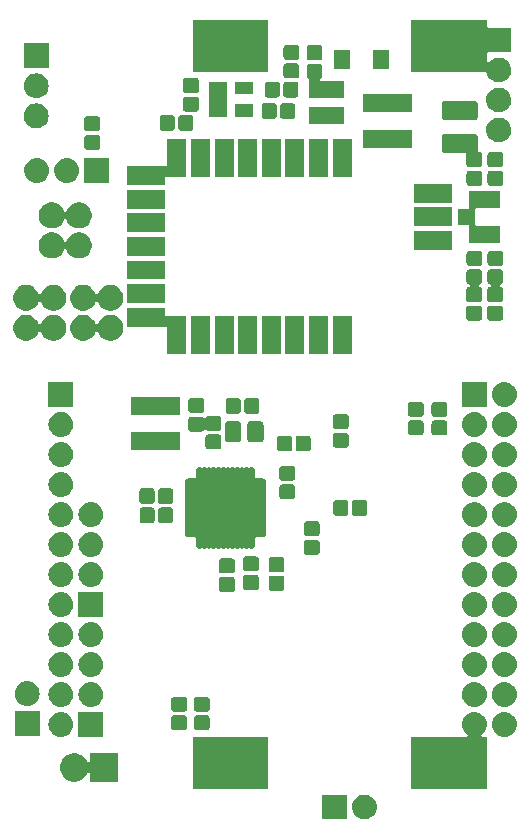
<source format=gts>
G04 #@! TF.GenerationSoftware,KiCad,Pcbnew,5.0.2-bee76a0~70~ubuntu16.04.1*
G04 #@! TF.CreationDate,2019-09-16T22:34:13+02:00*
G04 #@! TF.ProjectId,WiRoc_NanoPi_v1,5769526f-635f-44e6-916e-6f50695f7631,rev?*
G04 #@! TF.SameCoordinates,Original*
G04 #@! TF.FileFunction,Soldermask,Top*
G04 #@! TF.FilePolarity,Negative*
%FSLAX46Y46*%
G04 Gerber Fmt 4.6, Leading zero omitted, Abs format (unit mm)*
G04 Created by KiCad (PCBNEW 5.0.2-bee76a0~70~ubuntu16.04.1) date mån 16 sep 2019 22:34:13*
%MOMM*%
%LPD*%
G01*
G04 APERTURE LIST*
%ADD10C,0.100000*%
G04 APERTURE END LIST*
D10*
G36*
X79430107Y-112159396D02*
X79507236Y-112166993D01*
X79639187Y-112207020D01*
X79705163Y-112227033D01*
X79887572Y-112324533D01*
X80047454Y-112455746D01*
X80178667Y-112615628D01*
X80276167Y-112798037D01*
X80276167Y-112798038D01*
X80336207Y-112995964D01*
X80356480Y-113201800D01*
X80336207Y-113407636D01*
X80296180Y-113539587D01*
X80276167Y-113605563D01*
X80178667Y-113787972D01*
X80047454Y-113947854D01*
X79887572Y-114079067D01*
X79705163Y-114176567D01*
X79639187Y-114196580D01*
X79507236Y-114236607D01*
X79430107Y-114244204D01*
X79352980Y-114251800D01*
X79249820Y-114251800D01*
X79172693Y-114244204D01*
X79095564Y-114236607D01*
X78963613Y-114196580D01*
X78897637Y-114176567D01*
X78715228Y-114079067D01*
X78555346Y-113947854D01*
X78424133Y-113787972D01*
X78326633Y-113605563D01*
X78306620Y-113539587D01*
X78266593Y-113407636D01*
X78246320Y-113201800D01*
X78266593Y-112995964D01*
X78326633Y-112798038D01*
X78326633Y-112798037D01*
X78424133Y-112615628D01*
X78555346Y-112455746D01*
X78715228Y-112324533D01*
X78897637Y-112227033D01*
X78963613Y-112207020D01*
X79095564Y-112166993D01*
X79172693Y-112159396D01*
X79249820Y-112151800D01*
X79352980Y-112151800D01*
X79430107Y-112159396D01*
X79430107Y-112159396D01*
G37*
G36*
X77811400Y-114251800D02*
X75711400Y-114251800D01*
X75711400Y-112151800D01*
X77811400Y-112151800D01*
X77811400Y-114251800D01*
X77811400Y-114251800D01*
G37*
G36*
X88748707Y-105162597D02*
X88825836Y-105170193D01*
X88957787Y-105210220D01*
X89023763Y-105230233D01*
X89206172Y-105327733D01*
X89366054Y-105458946D01*
X89497267Y-105618828D01*
X89594767Y-105801237D01*
X89594767Y-105801238D01*
X89654807Y-105999164D01*
X89675080Y-106205000D01*
X89654807Y-106410836D01*
X89642491Y-106451435D01*
X89594767Y-106608763D01*
X89497267Y-106791172D01*
X89366054Y-106951054D01*
X89242596Y-107052374D01*
X89225269Y-107069701D01*
X89211655Y-107090076D01*
X89202277Y-107112715D01*
X89197497Y-107136748D01*
X89197497Y-107161252D01*
X89202277Y-107185286D01*
X89211655Y-107207925D01*
X89225269Y-107228299D01*
X89242596Y-107245626D01*
X89262971Y-107259240D01*
X89285610Y-107268618D01*
X89321895Y-107274000D01*
X89680000Y-107274000D01*
X89680000Y-111674000D01*
X83280000Y-111674000D01*
X83280000Y-107274000D01*
X87918105Y-107274000D01*
X87942491Y-107271598D01*
X87965940Y-107264485D01*
X87987551Y-107252934D01*
X88006493Y-107237388D01*
X88022039Y-107218446D01*
X88033590Y-107196835D01*
X88040703Y-107173386D01*
X88043105Y-107149000D01*
X88040703Y-107124614D01*
X88033590Y-107101165D01*
X88022039Y-107079554D01*
X87997404Y-107052374D01*
X87873946Y-106951054D01*
X87742733Y-106791172D01*
X87645233Y-106608763D01*
X87597509Y-106451435D01*
X87585193Y-106410836D01*
X87564920Y-106205000D01*
X87585193Y-105999164D01*
X87645233Y-105801238D01*
X87645233Y-105801237D01*
X87742733Y-105618828D01*
X87873946Y-105458946D01*
X88033828Y-105327733D01*
X88216237Y-105230233D01*
X88282213Y-105210220D01*
X88414164Y-105170193D01*
X88491293Y-105162597D01*
X88568420Y-105155000D01*
X88671580Y-105155000D01*
X88748707Y-105162597D01*
X88748707Y-105162597D01*
G37*
G36*
X71180000Y-111674000D02*
X64780000Y-111674000D01*
X64780000Y-107274000D01*
X71180000Y-107274000D01*
X71180000Y-111674000D01*
X71180000Y-111674000D01*
G37*
G36*
X55087026Y-108701115D02*
X55305412Y-108791573D01*
X55501958Y-108922901D01*
X55669099Y-109090042D01*
X55800427Y-109286588D01*
X55836515Y-109373712D01*
X55848066Y-109395323D01*
X55863612Y-109414265D01*
X55882554Y-109429811D01*
X55904165Y-109441362D01*
X55927614Y-109448475D01*
X55952000Y-109450877D01*
X55976386Y-109448475D01*
X55999835Y-109441362D01*
X56021446Y-109429811D01*
X56040388Y-109414265D01*
X56055934Y-109395323D01*
X56067485Y-109373712D01*
X56074598Y-109350263D01*
X56077000Y-109325877D01*
X56077000Y-108655000D01*
X58477000Y-108655000D01*
X58477000Y-111055000D01*
X56077000Y-111055000D01*
X56077000Y-110384123D01*
X56074598Y-110359737D01*
X56067485Y-110336288D01*
X56055934Y-110314677D01*
X56040388Y-110295735D01*
X56021446Y-110280189D01*
X55999835Y-110268638D01*
X55976386Y-110261525D01*
X55952000Y-110259123D01*
X55927614Y-110261525D01*
X55904165Y-110268638D01*
X55882554Y-110280189D01*
X55863612Y-110295735D01*
X55848066Y-110314677D01*
X55836515Y-110336288D01*
X55800427Y-110423412D01*
X55669099Y-110619958D01*
X55501958Y-110787099D01*
X55305412Y-110918427D01*
X55087026Y-111008885D01*
X54855191Y-111055000D01*
X54618809Y-111055000D01*
X54386974Y-111008885D01*
X54168588Y-110918427D01*
X53972042Y-110787099D01*
X53804901Y-110619958D01*
X53673573Y-110423412D01*
X53583115Y-110205026D01*
X53537000Y-109973191D01*
X53537000Y-109736809D01*
X53583115Y-109504974D01*
X53673573Y-109286588D01*
X53804901Y-109090042D01*
X53972042Y-108922901D01*
X54168588Y-108791573D01*
X54386974Y-108701115D01*
X54618809Y-108655000D01*
X54855191Y-108655000D01*
X55087026Y-108701115D01*
X55087026Y-108701115D01*
G37*
G36*
X91288707Y-105162597D02*
X91365836Y-105170193D01*
X91497787Y-105210220D01*
X91563763Y-105230233D01*
X91746172Y-105327733D01*
X91906054Y-105458946D01*
X92037267Y-105618828D01*
X92134767Y-105801237D01*
X92134767Y-105801238D01*
X92194807Y-105999164D01*
X92215080Y-106205000D01*
X92194807Y-106410836D01*
X92182491Y-106451435D01*
X92134767Y-106608763D01*
X92037267Y-106791172D01*
X91906054Y-106951054D01*
X91746172Y-107082267D01*
X91563763Y-107179767D01*
X91507496Y-107196835D01*
X91365836Y-107239807D01*
X91306754Y-107245626D01*
X91211580Y-107255000D01*
X91108420Y-107255000D01*
X91013246Y-107245626D01*
X90954164Y-107239807D01*
X90812504Y-107196835D01*
X90756237Y-107179767D01*
X90573828Y-107082267D01*
X90413946Y-106951054D01*
X90282733Y-106791172D01*
X90185233Y-106608763D01*
X90137509Y-106451435D01*
X90125193Y-106410836D01*
X90104920Y-106205000D01*
X90125193Y-105999164D01*
X90185233Y-105801238D01*
X90185233Y-105801237D01*
X90282733Y-105618828D01*
X90413946Y-105458946D01*
X90573828Y-105327733D01*
X90756237Y-105230233D01*
X90822213Y-105210220D01*
X90954164Y-105170193D01*
X91031293Y-105162597D01*
X91108420Y-105155000D01*
X91211580Y-105155000D01*
X91288707Y-105162597D01*
X91288707Y-105162597D01*
G37*
G36*
X57200000Y-107255000D02*
X55100000Y-107255000D01*
X55100000Y-105155000D01*
X57200000Y-105155000D01*
X57200000Y-107255000D01*
X57200000Y-107255000D01*
G37*
G36*
X53738707Y-105162597D02*
X53815836Y-105170193D01*
X53947787Y-105210220D01*
X54013763Y-105230233D01*
X54196172Y-105327733D01*
X54356054Y-105458946D01*
X54487267Y-105618828D01*
X54584767Y-105801237D01*
X54584767Y-105801238D01*
X54644807Y-105999164D01*
X54665080Y-106205000D01*
X54644807Y-106410836D01*
X54632491Y-106451435D01*
X54584767Y-106608763D01*
X54487267Y-106791172D01*
X54356054Y-106951054D01*
X54196172Y-107082267D01*
X54013763Y-107179767D01*
X53957496Y-107196835D01*
X53815836Y-107239807D01*
X53756754Y-107245626D01*
X53661580Y-107255000D01*
X53558420Y-107255000D01*
X53463246Y-107245626D01*
X53404164Y-107239807D01*
X53262504Y-107196835D01*
X53206237Y-107179767D01*
X53023828Y-107082267D01*
X52863946Y-106951054D01*
X52732733Y-106791172D01*
X52635233Y-106608763D01*
X52587509Y-106451435D01*
X52575193Y-106410836D01*
X52554920Y-106205000D01*
X52575193Y-105999164D01*
X52635233Y-105801238D01*
X52635233Y-105801237D01*
X52732733Y-105618828D01*
X52863946Y-105458946D01*
X53023828Y-105327733D01*
X53206237Y-105230233D01*
X53272213Y-105210220D01*
X53404164Y-105170193D01*
X53481293Y-105162597D01*
X53558420Y-105155000D01*
X53661580Y-105155000D01*
X53738707Y-105162597D01*
X53738707Y-105162597D01*
G37*
G36*
X51801800Y-107190600D02*
X49701800Y-107190600D01*
X49701800Y-105090600D01*
X51801800Y-105090600D01*
X51801800Y-107190600D01*
X51801800Y-107190600D01*
G37*
G36*
X64095622Y-105438517D02*
X64143585Y-105453066D01*
X64187775Y-105476686D01*
X64226518Y-105508482D01*
X64258314Y-105547225D01*
X64281934Y-105591415D01*
X64296483Y-105639378D01*
X64302000Y-105695391D01*
X64302000Y-106445609D01*
X64296483Y-106501622D01*
X64281934Y-106549585D01*
X64258314Y-106593775D01*
X64226518Y-106632518D01*
X64187775Y-106664314D01*
X64143585Y-106687934D01*
X64095622Y-106702483D01*
X64039609Y-106708000D01*
X63214391Y-106708000D01*
X63158378Y-106702483D01*
X63110415Y-106687934D01*
X63066225Y-106664314D01*
X63027482Y-106632518D01*
X62995686Y-106593775D01*
X62972066Y-106549585D01*
X62957517Y-106501622D01*
X62952000Y-106445609D01*
X62952000Y-105695391D01*
X62957517Y-105639378D01*
X62972066Y-105591415D01*
X62995686Y-105547225D01*
X63027482Y-105508482D01*
X63066225Y-105476686D01*
X63110415Y-105453066D01*
X63158378Y-105438517D01*
X63214391Y-105433000D01*
X64039609Y-105433000D01*
X64095622Y-105438517D01*
X64095622Y-105438517D01*
G37*
G36*
X66000622Y-105438517D02*
X66048585Y-105453066D01*
X66092775Y-105476686D01*
X66131518Y-105508482D01*
X66163314Y-105547225D01*
X66186934Y-105591415D01*
X66201483Y-105639378D01*
X66207000Y-105695391D01*
X66207000Y-106445609D01*
X66201483Y-106501622D01*
X66186934Y-106549585D01*
X66163314Y-106593775D01*
X66131518Y-106632518D01*
X66092775Y-106664314D01*
X66048585Y-106687934D01*
X66000622Y-106702483D01*
X65944609Y-106708000D01*
X65119391Y-106708000D01*
X65063378Y-106702483D01*
X65015415Y-106687934D01*
X64971225Y-106664314D01*
X64932482Y-106632518D01*
X64900686Y-106593775D01*
X64877066Y-106549585D01*
X64862517Y-106501622D01*
X64857000Y-106445609D01*
X64857000Y-105695391D01*
X64862517Y-105639378D01*
X64877066Y-105591415D01*
X64900686Y-105547225D01*
X64932482Y-105508482D01*
X64971225Y-105476686D01*
X65015415Y-105453066D01*
X65063378Y-105438517D01*
X65119391Y-105433000D01*
X65944609Y-105433000D01*
X66000622Y-105438517D01*
X66000622Y-105438517D01*
G37*
G36*
X66000622Y-103863517D02*
X66048585Y-103878066D01*
X66092775Y-103901686D01*
X66131518Y-103933482D01*
X66163314Y-103972225D01*
X66186934Y-104016415D01*
X66201483Y-104064378D01*
X66207000Y-104120391D01*
X66207000Y-104870609D01*
X66201483Y-104926622D01*
X66186934Y-104974585D01*
X66163314Y-105018775D01*
X66131518Y-105057518D01*
X66092775Y-105089314D01*
X66048585Y-105112934D01*
X66000622Y-105127483D01*
X65944609Y-105133000D01*
X65119391Y-105133000D01*
X65063378Y-105127483D01*
X65015415Y-105112934D01*
X64971225Y-105089314D01*
X64932482Y-105057518D01*
X64900686Y-105018775D01*
X64877066Y-104974585D01*
X64862517Y-104926622D01*
X64857000Y-104870609D01*
X64857000Y-104120391D01*
X64862517Y-104064378D01*
X64877066Y-104016415D01*
X64900686Y-103972225D01*
X64932482Y-103933482D01*
X64971225Y-103901686D01*
X65015415Y-103878066D01*
X65063378Y-103863517D01*
X65119391Y-103858000D01*
X65944609Y-103858000D01*
X66000622Y-103863517D01*
X66000622Y-103863517D01*
G37*
G36*
X64095622Y-103863517D02*
X64143585Y-103878066D01*
X64187775Y-103901686D01*
X64226518Y-103933482D01*
X64258314Y-103972225D01*
X64281934Y-104016415D01*
X64296483Y-104064378D01*
X64302000Y-104120391D01*
X64302000Y-104870609D01*
X64296483Y-104926622D01*
X64281934Y-104974585D01*
X64258314Y-105018775D01*
X64226518Y-105057518D01*
X64187775Y-105089314D01*
X64143585Y-105112934D01*
X64095622Y-105127483D01*
X64039609Y-105133000D01*
X63214391Y-105133000D01*
X63158378Y-105127483D01*
X63110415Y-105112934D01*
X63066225Y-105089314D01*
X63027482Y-105057518D01*
X62995686Y-105018775D01*
X62972066Y-104974585D01*
X62957517Y-104926622D01*
X62952000Y-104870609D01*
X62952000Y-104120391D01*
X62957517Y-104064378D01*
X62972066Y-104016415D01*
X62995686Y-103972225D01*
X63027482Y-103933482D01*
X63066225Y-103901686D01*
X63110415Y-103878066D01*
X63158378Y-103863517D01*
X63214391Y-103858000D01*
X64039609Y-103858000D01*
X64095622Y-103863517D01*
X64095622Y-103863517D01*
G37*
G36*
X88748707Y-102622597D02*
X88825836Y-102630193D01*
X88957787Y-102670220D01*
X89023763Y-102690233D01*
X89206172Y-102787733D01*
X89366054Y-102918946D01*
X89497267Y-103078828D01*
X89594767Y-103261237D01*
X89594767Y-103261238D01*
X89654807Y-103459164D01*
X89675080Y-103665000D01*
X89654807Y-103870836D01*
X89630380Y-103951360D01*
X89594767Y-104068763D01*
X89497267Y-104251172D01*
X89366054Y-104411054D01*
X89206172Y-104542267D01*
X89023763Y-104639767D01*
X88957787Y-104659780D01*
X88825836Y-104699807D01*
X88748707Y-104707404D01*
X88671580Y-104715000D01*
X88568420Y-104715000D01*
X88491293Y-104707404D01*
X88414164Y-104699807D01*
X88282213Y-104659780D01*
X88216237Y-104639767D01*
X88033828Y-104542267D01*
X87873946Y-104411054D01*
X87742733Y-104251172D01*
X87645233Y-104068763D01*
X87609620Y-103951360D01*
X87585193Y-103870836D01*
X87564920Y-103665000D01*
X87585193Y-103459164D01*
X87645233Y-103261238D01*
X87645233Y-103261237D01*
X87742733Y-103078828D01*
X87873946Y-102918946D01*
X88033828Y-102787733D01*
X88216237Y-102690233D01*
X88282213Y-102670220D01*
X88414164Y-102630193D01*
X88491293Y-102622597D01*
X88568420Y-102615000D01*
X88671580Y-102615000D01*
X88748707Y-102622597D01*
X88748707Y-102622597D01*
G37*
G36*
X56278707Y-102622597D02*
X56355836Y-102630193D01*
X56487787Y-102670220D01*
X56553763Y-102690233D01*
X56736172Y-102787733D01*
X56896054Y-102918946D01*
X57027267Y-103078828D01*
X57124767Y-103261237D01*
X57124767Y-103261238D01*
X57184807Y-103459164D01*
X57205080Y-103665000D01*
X57184807Y-103870836D01*
X57160380Y-103951360D01*
X57124767Y-104068763D01*
X57027267Y-104251172D01*
X56896054Y-104411054D01*
X56736172Y-104542267D01*
X56553763Y-104639767D01*
X56487787Y-104659780D01*
X56355836Y-104699807D01*
X56278707Y-104707404D01*
X56201580Y-104715000D01*
X56098420Y-104715000D01*
X56021293Y-104707404D01*
X55944164Y-104699807D01*
X55812213Y-104659780D01*
X55746237Y-104639767D01*
X55563828Y-104542267D01*
X55403946Y-104411054D01*
X55272733Y-104251172D01*
X55175233Y-104068763D01*
X55139620Y-103951360D01*
X55115193Y-103870836D01*
X55094920Y-103665000D01*
X55115193Y-103459164D01*
X55175233Y-103261238D01*
X55175233Y-103261237D01*
X55272733Y-103078828D01*
X55403946Y-102918946D01*
X55563828Y-102787733D01*
X55746237Y-102690233D01*
X55812213Y-102670220D01*
X55944164Y-102630193D01*
X56021293Y-102622597D01*
X56098420Y-102615000D01*
X56201580Y-102615000D01*
X56278707Y-102622597D01*
X56278707Y-102622597D01*
G37*
G36*
X53738707Y-102622597D02*
X53815836Y-102630193D01*
X53947787Y-102670220D01*
X54013763Y-102690233D01*
X54196172Y-102787733D01*
X54356054Y-102918946D01*
X54487267Y-103078828D01*
X54584767Y-103261237D01*
X54584767Y-103261238D01*
X54644807Y-103459164D01*
X54665080Y-103665000D01*
X54644807Y-103870836D01*
X54620380Y-103951360D01*
X54584767Y-104068763D01*
X54487267Y-104251172D01*
X54356054Y-104411054D01*
X54196172Y-104542267D01*
X54013763Y-104639767D01*
X53947787Y-104659780D01*
X53815836Y-104699807D01*
X53738707Y-104707404D01*
X53661580Y-104715000D01*
X53558420Y-104715000D01*
X53481293Y-104707404D01*
X53404164Y-104699807D01*
X53272213Y-104659780D01*
X53206237Y-104639767D01*
X53023828Y-104542267D01*
X52863946Y-104411054D01*
X52732733Y-104251172D01*
X52635233Y-104068763D01*
X52599620Y-103951360D01*
X52575193Y-103870836D01*
X52554920Y-103665000D01*
X52575193Y-103459164D01*
X52635233Y-103261238D01*
X52635233Y-103261237D01*
X52732733Y-103078828D01*
X52863946Y-102918946D01*
X53023828Y-102787733D01*
X53206237Y-102690233D01*
X53272213Y-102670220D01*
X53404164Y-102630193D01*
X53481293Y-102622597D01*
X53558420Y-102615000D01*
X53661580Y-102615000D01*
X53738707Y-102622597D01*
X53738707Y-102622597D01*
G37*
G36*
X91288707Y-102622597D02*
X91365836Y-102630193D01*
X91497787Y-102670220D01*
X91563763Y-102690233D01*
X91746172Y-102787733D01*
X91906054Y-102918946D01*
X92037267Y-103078828D01*
X92134767Y-103261237D01*
X92134767Y-103261238D01*
X92194807Y-103459164D01*
X92215080Y-103665000D01*
X92194807Y-103870836D01*
X92170380Y-103951360D01*
X92134767Y-104068763D01*
X92037267Y-104251172D01*
X91906054Y-104411054D01*
X91746172Y-104542267D01*
X91563763Y-104639767D01*
X91497787Y-104659780D01*
X91365836Y-104699807D01*
X91288707Y-104707404D01*
X91211580Y-104715000D01*
X91108420Y-104715000D01*
X91031293Y-104707404D01*
X90954164Y-104699807D01*
X90822213Y-104659780D01*
X90756237Y-104639767D01*
X90573828Y-104542267D01*
X90413946Y-104411054D01*
X90282733Y-104251172D01*
X90185233Y-104068763D01*
X90149620Y-103951360D01*
X90125193Y-103870836D01*
X90104920Y-103665000D01*
X90125193Y-103459164D01*
X90185233Y-103261238D01*
X90185233Y-103261237D01*
X90282733Y-103078828D01*
X90413946Y-102918946D01*
X90573828Y-102787733D01*
X90756237Y-102690233D01*
X90822213Y-102670220D01*
X90954164Y-102630193D01*
X91031293Y-102622597D01*
X91108420Y-102615000D01*
X91211580Y-102615000D01*
X91288707Y-102622597D01*
X91288707Y-102622597D01*
G37*
G36*
X50880507Y-102558197D02*
X50957636Y-102565793D01*
X51089587Y-102605820D01*
X51155563Y-102625833D01*
X51337972Y-102723333D01*
X51497854Y-102854546D01*
X51629067Y-103014428D01*
X51726567Y-103196837D01*
X51726567Y-103196838D01*
X51786607Y-103394764D01*
X51806880Y-103600600D01*
X51786607Y-103806436D01*
X51764878Y-103878066D01*
X51726567Y-104004363D01*
X51629067Y-104186772D01*
X51497854Y-104346654D01*
X51337972Y-104477867D01*
X51155563Y-104575367D01*
X51089587Y-104595380D01*
X50957636Y-104635407D01*
X50880507Y-104643003D01*
X50803380Y-104650600D01*
X50700220Y-104650600D01*
X50623093Y-104643003D01*
X50545964Y-104635407D01*
X50414013Y-104595380D01*
X50348037Y-104575367D01*
X50165628Y-104477867D01*
X50005746Y-104346654D01*
X49874533Y-104186772D01*
X49777033Y-104004363D01*
X49738722Y-103878066D01*
X49716993Y-103806436D01*
X49696720Y-103600600D01*
X49716993Y-103394764D01*
X49777033Y-103196838D01*
X49777033Y-103196837D01*
X49874533Y-103014428D01*
X50005746Y-102854546D01*
X50165628Y-102723333D01*
X50348037Y-102625833D01*
X50414013Y-102605820D01*
X50545964Y-102565793D01*
X50623093Y-102558197D01*
X50700220Y-102550600D01*
X50803380Y-102550600D01*
X50880507Y-102558197D01*
X50880507Y-102558197D01*
G37*
G36*
X56278707Y-100082597D02*
X56355836Y-100090193D01*
X56487787Y-100130220D01*
X56553763Y-100150233D01*
X56736172Y-100247733D01*
X56896054Y-100378946D01*
X57027267Y-100538828D01*
X57124767Y-100721237D01*
X57124767Y-100721238D01*
X57184807Y-100919164D01*
X57205080Y-101125000D01*
X57184807Y-101330836D01*
X57144780Y-101462787D01*
X57124767Y-101528763D01*
X57027267Y-101711172D01*
X56896054Y-101871054D01*
X56736172Y-102002267D01*
X56553763Y-102099767D01*
X56487787Y-102119780D01*
X56355836Y-102159807D01*
X56278707Y-102167404D01*
X56201580Y-102175000D01*
X56098420Y-102175000D01*
X56021293Y-102167404D01*
X55944164Y-102159807D01*
X55812213Y-102119780D01*
X55746237Y-102099767D01*
X55563828Y-102002267D01*
X55403946Y-101871054D01*
X55272733Y-101711172D01*
X55175233Y-101528763D01*
X55155220Y-101462787D01*
X55115193Y-101330836D01*
X55094920Y-101125000D01*
X55115193Y-100919164D01*
X55175233Y-100721238D01*
X55175233Y-100721237D01*
X55272733Y-100538828D01*
X55403946Y-100378946D01*
X55563828Y-100247733D01*
X55746237Y-100150233D01*
X55812213Y-100130220D01*
X55944164Y-100090193D01*
X56021293Y-100082597D01*
X56098420Y-100075000D01*
X56201580Y-100075000D01*
X56278707Y-100082597D01*
X56278707Y-100082597D01*
G37*
G36*
X53738707Y-100082597D02*
X53815836Y-100090193D01*
X53947787Y-100130220D01*
X54013763Y-100150233D01*
X54196172Y-100247733D01*
X54356054Y-100378946D01*
X54487267Y-100538828D01*
X54584767Y-100721237D01*
X54584767Y-100721238D01*
X54644807Y-100919164D01*
X54665080Y-101125000D01*
X54644807Y-101330836D01*
X54604780Y-101462787D01*
X54584767Y-101528763D01*
X54487267Y-101711172D01*
X54356054Y-101871054D01*
X54196172Y-102002267D01*
X54013763Y-102099767D01*
X53947787Y-102119780D01*
X53815836Y-102159807D01*
X53738707Y-102167404D01*
X53661580Y-102175000D01*
X53558420Y-102175000D01*
X53481293Y-102167404D01*
X53404164Y-102159807D01*
X53272213Y-102119780D01*
X53206237Y-102099767D01*
X53023828Y-102002267D01*
X52863946Y-101871054D01*
X52732733Y-101711172D01*
X52635233Y-101528763D01*
X52615220Y-101462787D01*
X52575193Y-101330836D01*
X52554920Y-101125000D01*
X52575193Y-100919164D01*
X52635233Y-100721238D01*
X52635233Y-100721237D01*
X52732733Y-100538828D01*
X52863946Y-100378946D01*
X53023828Y-100247733D01*
X53206237Y-100150233D01*
X53272213Y-100130220D01*
X53404164Y-100090193D01*
X53481293Y-100082597D01*
X53558420Y-100075000D01*
X53661580Y-100075000D01*
X53738707Y-100082597D01*
X53738707Y-100082597D01*
G37*
G36*
X88748707Y-100082597D02*
X88825836Y-100090193D01*
X88957787Y-100130220D01*
X89023763Y-100150233D01*
X89206172Y-100247733D01*
X89366054Y-100378946D01*
X89497267Y-100538828D01*
X89594767Y-100721237D01*
X89594767Y-100721238D01*
X89654807Y-100919164D01*
X89675080Y-101125000D01*
X89654807Y-101330836D01*
X89614780Y-101462787D01*
X89594767Y-101528763D01*
X89497267Y-101711172D01*
X89366054Y-101871054D01*
X89206172Y-102002267D01*
X89023763Y-102099767D01*
X88957787Y-102119780D01*
X88825836Y-102159807D01*
X88748707Y-102167404D01*
X88671580Y-102175000D01*
X88568420Y-102175000D01*
X88491293Y-102167404D01*
X88414164Y-102159807D01*
X88282213Y-102119780D01*
X88216237Y-102099767D01*
X88033828Y-102002267D01*
X87873946Y-101871054D01*
X87742733Y-101711172D01*
X87645233Y-101528763D01*
X87625220Y-101462787D01*
X87585193Y-101330836D01*
X87564920Y-101125000D01*
X87585193Y-100919164D01*
X87645233Y-100721238D01*
X87645233Y-100721237D01*
X87742733Y-100538828D01*
X87873946Y-100378946D01*
X88033828Y-100247733D01*
X88216237Y-100150233D01*
X88282213Y-100130220D01*
X88414164Y-100090193D01*
X88491293Y-100082597D01*
X88568420Y-100075000D01*
X88671580Y-100075000D01*
X88748707Y-100082597D01*
X88748707Y-100082597D01*
G37*
G36*
X91288707Y-100082597D02*
X91365836Y-100090193D01*
X91497787Y-100130220D01*
X91563763Y-100150233D01*
X91746172Y-100247733D01*
X91906054Y-100378946D01*
X92037267Y-100538828D01*
X92134767Y-100721237D01*
X92134767Y-100721238D01*
X92194807Y-100919164D01*
X92215080Y-101125000D01*
X92194807Y-101330836D01*
X92154780Y-101462787D01*
X92134767Y-101528763D01*
X92037267Y-101711172D01*
X91906054Y-101871054D01*
X91746172Y-102002267D01*
X91563763Y-102099767D01*
X91497787Y-102119780D01*
X91365836Y-102159807D01*
X91288707Y-102167404D01*
X91211580Y-102175000D01*
X91108420Y-102175000D01*
X91031293Y-102167404D01*
X90954164Y-102159807D01*
X90822213Y-102119780D01*
X90756237Y-102099767D01*
X90573828Y-102002267D01*
X90413946Y-101871054D01*
X90282733Y-101711172D01*
X90185233Y-101528763D01*
X90165220Y-101462787D01*
X90125193Y-101330836D01*
X90104920Y-101125000D01*
X90125193Y-100919164D01*
X90185233Y-100721238D01*
X90185233Y-100721237D01*
X90282733Y-100538828D01*
X90413946Y-100378946D01*
X90573828Y-100247733D01*
X90756237Y-100150233D01*
X90822213Y-100130220D01*
X90954164Y-100090193D01*
X91031293Y-100082597D01*
X91108420Y-100075000D01*
X91211580Y-100075000D01*
X91288707Y-100082597D01*
X91288707Y-100082597D01*
G37*
G36*
X56278707Y-97542596D02*
X56355836Y-97550193D01*
X56487787Y-97590220D01*
X56553763Y-97610233D01*
X56736172Y-97707733D01*
X56896054Y-97838946D01*
X57027267Y-97998828D01*
X57124767Y-98181237D01*
X57124767Y-98181238D01*
X57184807Y-98379164D01*
X57205080Y-98585000D01*
X57184807Y-98790836D01*
X57144780Y-98922787D01*
X57124767Y-98988763D01*
X57027267Y-99171172D01*
X56896054Y-99331054D01*
X56736172Y-99462267D01*
X56553763Y-99559767D01*
X56487787Y-99579780D01*
X56355836Y-99619807D01*
X56278707Y-99627404D01*
X56201580Y-99635000D01*
X56098420Y-99635000D01*
X56021293Y-99627404D01*
X55944164Y-99619807D01*
X55812213Y-99579780D01*
X55746237Y-99559767D01*
X55563828Y-99462267D01*
X55403946Y-99331054D01*
X55272733Y-99171172D01*
X55175233Y-98988763D01*
X55155220Y-98922787D01*
X55115193Y-98790836D01*
X55094920Y-98585000D01*
X55115193Y-98379164D01*
X55175233Y-98181238D01*
X55175233Y-98181237D01*
X55272733Y-97998828D01*
X55403946Y-97838946D01*
X55563828Y-97707733D01*
X55746237Y-97610233D01*
X55812213Y-97590220D01*
X55944164Y-97550193D01*
X56021293Y-97542596D01*
X56098420Y-97535000D01*
X56201580Y-97535000D01*
X56278707Y-97542596D01*
X56278707Y-97542596D01*
G37*
G36*
X53738707Y-97542596D02*
X53815836Y-97550193D01*
X53947787Y-97590220D01*
X54013763Y-97610233D01*
X54196172Y-97707733D01*
X54356054Y-97838946D01*
X54487267Y-97998828D01*
X54584767Y-98181237D01*
X54584767Y-98181238D01*
X54644807Y-98379164D01*
X54665080Y-98585000D01*
X54644807Y-98790836D01*
X54604780Y-98922787D01*
X54584767Y-98988763D01*
X54487267Y-99171172D01*
X54356054Y-99331054D01*
X54196172Y-99462267D01*
X54013763Y-99559767D01*
X53947787Y-99579780D01*
X53815836Y-99619807D01*
X53738707Y-99627404D01*
X53661580Y-99635000D01*
X53558420Y-99635000D01*
X53481293Y-99627404D01*
X53404164Y-99619807D01*
X53272213Y-99579780D01*
X53206237Y-99559767D01*
X53023828Y-99462267D01*
X52863946Y-99331054D01*
X52732733Y-99171172D01*
X52635233Y-98988763D01*
X52615220Y-98922787D01*
X52575193Y-98790836D01*
X52554920Y-98585000D01*
X52575193Y-98379164D01*
X52635233Y-98181238D01*
X52635233Y-98181237D01*
X52732733Y-97998828D01*
X52863946Y-97838946D01*
X53023828Y-97707733D01*
X53206237Y-97610233D01*
X53272213Y-97590220D01*
X53404164Y-97550193D01*
X53481293Y-97542596D01*
X53558420Y-97535000D01*
X53661580Y-97535000D01*
X53738707Y-97542596D01*
X53738707Y-97542596D01*
G37*
G36*
X88748707Y-97542596D02*
X88825836Y-97550193D01*
X88957787Y-97590220D01*
X89023763Y-97610233D01*
X89206172Y-97707733D01*
X89366054Y-97838946D01*
X89497267Y-97998828D01*
X89594767Y-98181237D01*
X89594767Y-98181238D01*
X89654807Y-98379164D01*
X89675080Y-98585000D01*
X89654807Y-98790836D01*
X89614780Y-98922787D01*
X89594767Y-98988763D01*
X89497267Y-99171172D01*
X89366054Y-99331054D01*
X89206172Y-99462267D01*
X89023763Y-99559767D01*
X88957787Y-99579780D01*
X88825836Y-99619807D01*
X88748707Y-99627404D01*
X88671580Y-99635000D01*
X88568420Y-99635000D01*
X88491293Y-99627404D01*
X88414164Y-99619807D01*
X88282213Y-99579780D01*
X88216237Y-99559767D01*
X88033828Y-99462267D01*
X87873946Y-99331054D01*
X87742733Y-99171172D01*
X87645233Y-98988763D01*
X87625220Y-98922787D01*
X87585193Y-98790836D01*
X87564920Y-98585000D01*
X87585193Y-98379164D01*
X87645233Y-98181238D01*
X87645233Y-98181237D01*
X87742733Y-97998828D01*
X87873946Y-97838946D01*
X88033828Y-97707733D01*
X88216237Y-97610233D01*
X88282213Y-97590220D01*
X88414164Y-97550193D01*
X88491293Y-97542596D01*
X88568420Y-97535000D01*
X88671580Y-97535000D01*
X88748707Y-97542596D01*
X88748707Y-97542596D01*
G37*
G36*
X91288707Y-97542596D02*
X91365836Y-97550193D01*
X91497787Y-97590220D01*
X91563763Y-97610233D01*
X91746172Y-97707733D01*
X91906054Y-97838946D01*
X92037267Y-97998828D01*
X92134767Y-98181237D01*
X92134767Y-98181238D01*
X92194807Y-98379164D01*
X92215080Y-98585000D01*
X92194807Y-98790836D01*
X92154780Y-98922787D01*
X92134767Y-98988763D01*
X92037267Y-99171172D01*
X91906054Y-99331054D01*
X91746172Y-99462267D01*
X91563763Y-99559767D01*
X91497787Y-99579780D01*
X91365836Y-99619807D01*
X91288707Y-99627404D01*
X91211580Y-99635000D01*
X91108420Y-99635000D01*
X91031293Y-99627404D01*
X90954164Y-99619807D01*
X90822213Y-99579780D01*
X90756237Y-99559767D01*
X90573828Y-99462267D01*
X90413946Y-99331054D01*
X90282733Y-99171172D01*
X90185233Y-98988763D01*
X90165220Y-98922787D01*
X90125193Y-98790836D01*
X90104920Y-98585000D01*
X90125193Y-98379164D01*
X90185233Y-98181238D01*
X90185233Y-98181237D01*
X90282733Y-97998828D01*
X90413946Y-97838946D01*
X90573828Y-97707733D01*
X90756237Y-97610233D01*
X90822213Y-97590220D01*
X90954164Y-97550193D01*
X91031293Y-97542596D01*
X91108420Y-97535000D01*
X91211580Y-97535000D01*
X91288707Y-97542596D01*
X91288707Y-97542596D01*
G37*
G36*
X53738707Y-95002596D02*
X53815836Y-95010193D01*
X53947787Y-95050220D01*
X54013763Y-95070233D01*
X54196172Y-95167733D01*
X54356054Y-95298946D01*
X54487267Y-95458828D01*
X54584767Y-95641237D01*
X54584767Y-95641238D01*
X54644807Y-95839164D01*
X54665080Y-96045000D01*
X54644807Y-96250836D01*
X54604780Y-96382787D01*
X54584767Y-96448763D01*
X54487267Y-96631172D01*
X54356054Y-96791054D01*
X54196172Y-96922267D01*
X54013763Y-97019767D01*
X53947787Y-97039780D01*
X53815836Y-97079807D01*
X53738707Y-97087404D01*
X53661580Y-97095000D01*
X53558420Y-97095000D01*
X53481293Y-97087404D01*
X53404164Y-97079807D01*
X53272213Y-97039780D01*
X53206237Y-97019767D01*
X53023828Y-96922267D01*
X52863946Y-96791054D01*
X52732733Y-96631172D01*
X52635233Y-96448763D01*
X52615220Y-96382787D01*
X52575193Y-96250836D01*
X52554920Y-96045000D01*
X52575193Y-95839164D01*
X52635233Y-95641238D01*
X52635233Y-95641237D01*
X52732733Y-95458828D01*
X52863946Y-95298946D01*
X53023828Y-95167733D01*
X53206237Y-95070233D01*
X53272213Y-95050220D01*
X53404164Y-95010193D01*
X53481293Y-95002596D01*
X53558420Y-94995000D01*
X53661580Y-94995000D01*
X53738707Y-95002596D01*
X53738707Y-95002596D01*
G37*
G36*
X57200000Y-97095000D02*
X55100000Y-97095000D01*
X55100000Y-94995000D01*
X57200000Y-94995000D01*
X57200000Y-97095000D01*
X57200000Y-97095000D01*
G37*
G36*
X88748707Y-95002596D02*
X88825836Y-95010193D01*
X88957787Y-95050220D01*
X89023763Y-95070233D01*
X89206172Y-95167733D01*
X89366054Y-95298946D01*
X89497267Y-95458828D01*
X89594767Y-95641237D01*
X89594767Y-95641238D01*
X89654807Y-95839164D01*
X89675080Y-96045000D01*
X89654807Y-96250836D01*
X89614780Y-96382787D01*
X89594767Y-96448763D01*
X89497267Y-96631172D01*
X89366054Y-96791054D01*
X89206172Y-96922267D01*
X89023763Y-97019767D01*
X88957787Y-97039780D01*
X88825836Y-97079807D01*
X88748707Y-97087404D01*
X88671580Y-97095000D01*
X88568420Y-97095000D01*
X88491293Y-97087404D01*
X88414164Y-97079807D01*
X88282213Y-97039780D01*
X88216237Y-97019767D01*
X88033828Y-96922267D01*
X87873946Y-96791054D01*
X87742733Y-96631172D01*
X87645233Y-96448763D01*
X87625220Y-96382787D01*
X87585193Y-96250836D01*
X87564920Y-96045000D01*
X87585193Y-95839164D01*
X87645233Y-95641238D01*
X87645233Y-95641237D01*
X87742733Y-95458828D01*
X87873946Y-95298946D01*
X88033828Y-95167733D01*
X88216237Y-95070233D01*
X88282213Y-95050220D01*
X88414164Y-95010193D01*
X88491293Y-95002596D01*
X88568420Y-94995000D01*
X88671580Y-94995000D01*
X88748707Y-95002596D01*
X88748707Y-95002596D01*
G37*
G36*
X91288707Y-95002596D02*
X91365836Y-95010193D01*
X91497787Y-95050220D01*
X91563763Y-95070233D01*
X91746172Y-95167733D01*
X91906054Y-95298946D01*
X92037267Y-95458828D01*
X92134767Y-95641237D01*
X92134767Y-95641238D01*
X92194807Y-95839164D01*
X92215080Y-96045000D01*
X92194807Y-96250836D01*
X92154780Y-96382787D01*
X92134767Y-96448763D01*
X92037267Y-96631172D01*
X91906054Y-96791054D01*
X91746172Y-96922267D01*
X91563763Y-97019767D01*
X91497787Y-97039780D01*
X91365836Y-97079807D01*
X91288707Y-97087404D01*
X91211580Y-97095000D01*
X91108420Y-97095000D01*
X91031293Y-97087404D01*
X90954164Y-97079807D01*
X90822213Y-97039780D01*
X90756237Y-97019767D01*
X90573828Y-96922267D01*
X90413946Y-96791054D01*
X90282733Y-96631172D01*
X90185233Y-96448763D01*
X90165220Y-96382787D01*
X90125193Y-96250836D01*
X90104920Y-96045000D01*
X90125193Y-95839164D01*
X90185233Y-95641238D01*
X90185233Y-95641237D01*
X90282733Y-95458828D01*
X90413946Y-95298946D01*
X90573828Y-95167733D01*
X90756237Y-95070233D01*
X90822213Y-95050220D01*
X90954164Y-95010193D01*
X91031293Y-95002596D01*
X91108420Y-94995000D01*
X91211580Y-94995000D01*
X91288707Y-95002596D01*
X91288707Y-95002596D01*
G37*
G36*
X68135922Y-93733117D02*
X68183885Y-93747666D01*
X68228075Y-93771286D01*
X68266818Y-93803082D01*
X68298614Y-93841825D01*
X68322234Y-93886015D01*
X68336783Y-93933978D01*
X68342300Y-93989991D01*
X68342300Y-94740209D01*
X68336783Y-94796222D01*
X68322234Y-94844185D01*
X68298614Y-94888375D01*
X68266818Y-94927118D01*
X68228075Y-94958914D01*
X68183885Y-94982534D01*
X68135922Y-94997083D01*
X68079909Y-95002600D01*
X67254691Y-95002600D01*
X67198678Y-94997083D01*
X67150715Y-94982534D01*
X67106525Y-94958914D01*
X67067782Y-94927118D01*
X67035986Y-94888375D01*
X67012366Y-94844185D01*
X66997817Y-94796222D01*
X66992300Y-94740209D01*
X66992300Y-93989991D01*
X66997817Y-93933978D01*
X67012366Y-93886015D01*
X67035986Y-93841825D01*
X67067782Y-93803082D01*
X67106525Y-93771286D01*
X67150715Y-93747666D01*
X67198678Y-93733117D01*
X67254691Y-93727600D01*
X68079909Y-93727600D01*
X68135922Y-93733117D01*
X68135922Y-93733117D01*
G37*
G36*
X72334622Y-93615517D02*
X72382585Y-93630066D01*
X72426775Y-93653686D01*
X72465518Y-93685482D01*
X72497314Y-93724225D01*
X72520934Y-93768415D01*
X72535483Y-93816378D01*
X72541000Y-93872391D01*
X72541000Y-94622609D01*
X72535483Y-94678622D01*
X72520934Y-94726585D01*
X72497314Y-94770775D01*
X72465518Y-94809518D01*
X72426775Y-94841314D01*
X72382585Y-94864934D01*
X72334622Y-94879483D01*
X72278609Y-94885000D01*
X71453391Y-94885000D01*
X71397378Y-94879483D01*
X71349415Y-94864934D01*
X71305225Y-94841314D01*
X71266482Y-94809518D01*
X71234686Y-94770775D01*
X71211066Y-94726585D01*
X71196517Y-94678622D01*
X71191000Y-94622609D01*
X71191000Y-93872391D01*
X71196517Y-93816378D01*
X71211066Y-93768415D01*
X71234686Y-93724225D01*
X71266482Y-93685482D01*
X71305225Y-93653686D01*
X71349415Y-93630066D01*
X71397378Y-93615517D01*
X71453391Y-93610000D01*
X72278609Y-93610000D01*
X72334622Y-93615517D01*
X72334622Y-93615517D01*
G37*
G36*
X70167922Y-93554617D02*
X70215885Y-93569166D01*
X70260075Y-93592786D01*
X70298818Y-93624582D01*
X70330614Y-93663325D01*
X70354234Y-93707515D01*
X70368783Y-93755478D01*
X70374300Y-93811491D01*
X70374300Y-94561709D01*
X70368783Y-94617722D01*
X70354234Y-94665685D01*
X70330614Y-94709875D01*
X70298818Y-94748618D01*
X70260075Y-94780414D01*
X70215885Y-94804034D01*
X70167922Y-94818583D01*
X70111909Y-94824100D01*
X69286691Y-94824100D01*
X69230678Y-94818583D01*
X69182715Y-94804034D01*
X69138525Y-94780414D01*
X69099782Y-94748618D01*
X69067986Y-94709875D01*
X69044366Y-94665685D01*
X69029817Y-94617722D01*
X69024300Y-94561709D01*
X69024300Y-93811491D01*
X69029817Y-93755478D01*
X69044366Y-93707515D01*
X69067986Y-93663325D01*
X69099782Y-93624582D01*
X69138525Y-93592786D01*
X69182715Y-93569166D01*
X69230678Y-93554617D01*
X69286691Y-93549100D01*
X70111909Y-93549100D01*
X70167922Y-93554617D01*
X70167922Y-93554617D01*
G37*
G36*
X88748707Y-92462597D02*
X88825836Y-92470193D01*
X88957787Y-92510220D01*
X89023763Y-92530233D01*
X89206172Y-92627733D01*
X89366054Y-92758946D01*
X89497267Y-92918828D01*
X89594767Y-93101237D01*
X89594767Y-93101238D01*
X89654807Y-93299164D01*
X89675080Y-93505000D01*
X89654807Y-93710836D01*
X89626041Y-93805665D01*
X89594767Y-93908763D01*
X89497267Y-94091172D01*
X89366054Y-94251054D01*
X89206172Y-94382267D01*
X89023763Y-94479767D01*
X88957787Y-94499780D01*
X88825836Y-94539807D01*
X88748707Y-94547404D01*
X88671580Y-94555000D01*
X88568420Y-94555000D01*
X88491293Y-94547404D01*
X88414164Y-94539807D01*
X88282213Y-94499780D01*
X88216237Y-94479767D01*
X88033828Y-94382267D01*
X87873946Y-94251054D01*
X87742733Y-94091172D01*
X87645233Y-93908763D01*
X87613959Y-93805665D01*
X87585193Y-93710836D01*
X87564920Y-93505000D01*
X87585193Y-93299164D01*
X87645233Y-93101238D01*
X87645233Y-93101237D01*
X87742733Y-92918828D01*
X87873946Y-92758946D01*
X88033828Y-92627733D01*
X88216237Y-92530233D01*
X88282213Y-92510220D01*
X88414164Y-92470193D01*
X88491293Y-92462597D01*
X88568420Y-92455000D01*
X88671580Y-92455000D01*
X88748707Y-92462597D01*
X88748707Y-92462597D01*
G37*
G36*
X91288707Y-92462597D02*
X91365836Y-92470193D01*
X91497787Y-92510220D01*
X91563763Y-92530233D01*
X91746172Y-92627733D01*
X91906054Y-92758946D01*
X92037267Y-92918828D01*
X92134767Y-93101237D01*
X92134767Y-93101238D01*
X92194807Y-93299164D01*
X92215080Y-93505000D01*
X92194807Y-93710836D01*
X92166041Y-93805665D01*
X92134767Y-93908763D01*
X92037267Y-94091172D01*
X91906054Y-94251054D01*
X91746172Y-94382267D01*
X91563763Y-94479767D01*
X91497787Y-94499780D01*
X91365836Y-94539807D01*
X91288707Y-94547404D01*
X91211580Y-94555000D01*
X91108420Y-94555000D01*
X91031293Y-94547404D01*
X90954164Y-94539807D01*
X90822213Y-94499780D01*
X90756237Y-94479767D01*
X90573828Y-94382267D01*
X90413946Y-94251054D01*
X90282733Y-94091172D01*
X90185233Y-93908763D01*
X90153959Y-93805665D01*
X90125193Y-93710836D01*
X90104920Y-93505000D01*
X90125193Y-93299164D01*
X90185233Y-93101238D01*
X90185233Y-93101237D01*
X90282733Y-92918828D01*
X90413946Y-92758946D01*
X90573828Y-92627733D01*
X90756237Y-92530233D01*
X90822213Y-92510220D01*
X90954164Y-92470193D01*
X91031293Y-92462597D01*
X91108420Y-92455000D01*
X91211580Y-92455000D01*
X91288707Y-92462597D01*
X91288707Y-92462597D01*
G37*
G36*
X53738707Y-92462597D02*
X53815836Y-92470193D01*
X53947787Y-92510220D01*
X54013763Y-92530233D01*
X54196172Y-92627733D01*
X54356054Y-92758946D01*
X54487267Y-92918828D01*
X54584767Y-93101237D01*
X54584767Y-93101238D01*
X54644807Y-93299164D01*
X54665080Y-93505000D01*
X54644807Y-93710836D01*
X54616041Y-93805665D01*
X54584767Y-93908763D01*
X54487267Y-94091172D01*
X54356054Y-94251054D01*
X54196172Y-94382267D01*
X54013763Y-94479767D01*
X53947787Y-94499780D01*
X53815836Y-94539807D01*
X53738707Y-94547404D01*
X53661580Y-94555000D01*
X53558420Y-94555000D01*
X53481293Y-94547404D01*
X53404164Y-94539807D01*
X53272213Y-94499780D01*
X53206237Y-94479767D01*
X53023828Y-94382267D01*
X52863946Y-94251054D01*
X52732733Y-94091172D01*
X52635233Y-93908763D01*
X52603959Y-93805665D01*
X52575193Y-93710836D01*
X52554920Y-93505000D01*
X52575193Y-93299164D01*
X52635233Y-93101238D01*
X52635233Y-93101237D01*
X52732733Y-92918828D01*
X52863946Y-92758946D01*
X53023828Y-92627733D01*
X53206237Y-92530233D01*
X53272213Y-92510220D01*
X53404164Y-92470193D01*
X53481293Y-92462597D01*
X53558420Y-92455000D01*
X53661580Y-92455000D01*
X53738707Y-92462597D01*
X53738707Y-92462597D01*
G37*
G36*
X56278707Y-92462597D02*
X56355836Y-92470193D01*
X56487787Y-92510220D01*
X56553763Y-92530233D01*
X56736172Y-92627733D01*
X56896054Y-92758946D01*
X57027267Y-92918828D01*
X57124767Y-93101237D01*
X57124767Y-93101238D01*
X57184807Y-93299164D01*
X57205080Y-93505000D01*
X57184807Y-93710836D01*
X57156041Y-93805665D01*
X57124767Y-93908763D01*
X57027267Y-94091172D01*
X56896054Y-94251054D01*
X56736172Y-94382267D01*
X56553763Y-94479767D01*
X56487787Y-94499780D01*
X56355836Y-94539807D01*
X56278707Y-94547404D01*
X56201580Y-94555000D01*
X56098420Y-94555000D01*
X56021293Y-94547404D01*
X55944164Y-94539807D01*
X55812213Y-94499780D01*
X55746237Y-94479767D01*
X55563828Y-94382267D01*
X55403946Y-94251054D01*
X55272733Y-94091172D01*
X55175233Y-93908763D01*
X55143959Y-93805665D01*
X55115193Y-93710836D01*
X55094920Y-93505000D01*
X55115193Y-93299164D01*
X55175233Y-93101238D01*
X55175233Y-93101237D01*
X55272733Y-92918828D01*
X55403946Y-92758946D01*
X55563828Y-92627733D01*
X55746237Y-92530233D01*
X55812213Y-92510220D01*
X55944164Y-92470193D01*
X56021293Y-92462597D01*
X56098420Y-92455000D01*
X56201580Y-92455000D01*
X56278707Y-92462597D01*
X56278707Y-92462597D01*
G37*
G36*
X68135922Y-92158117D02*
X68183885Y-92172666D01*
X68228075Y-92196286D01*
X68266818Y-92228082D01*
X68298614Y-92266825D01*
X68322234Y-92311015D01*
X68336783Y-92358978D01*
X68342300Y-92414991D01*
X68342300Y-93165209D01*
X68336783Y-93221222D01*
X68322234Y-93269185D01*
X68298614Y-93313375D01*
X68266818Y-93352118D01*
X68228075Y-93383914D01*
X68183885Y-93407534D01*
X68135922Y-93422083D01*
X68079909Y-93427600D01*
X67254691Y-93427600D01*
X67198678Y-93422083D01*
X67150715Y-93407534D01*
X67106525Y-93383914D01*
X67067782Y-93352118D01*
X67035986Y-93313375D01*
X67012366Y-93269185D01*
X66997817Y-93221222D01*
X66992300Y-93165209D01*
X66992300Y-92414991D01*
X66997817Y-92358978D01*
X67012366Y-92311015D01*
X67035986Y-92266825D01*
X67067782Y-92228082D01*
X67106525Y-92196286D01*
X67150715Y-92172666D01*
X67198678Y-92158117D01*
X67254691Y-92152600D01*
X68079909Y-92152600D01*
X68135922Y-92158117D01*
X68135922Y-92158117D01*
G37*
G36*
X72334622Y-92040517D02*
X72382585Y-92055066D01*
X72426775Y-92078686D01*
X72465518Y-92110482D01*
X72497314Y-92149225D01*
X72520934Y-92193415D01*
X72535483Y-92241378D01*
X72541000Y-92297391D01*
X72541000Y-93047609D01*
X72535483Y-93103622D01*
X72520934Y-93151585D01*
X72497314Y-93195775D01*
X72465518Y-93234518D01*
X72426775Y-93266314D01*
X72382585Y-93289934D01*
X72334622Y-93304483D01*
X72278609Y-93310000D01*
X71453391Y-93310000D01*
X71397378Y-93304483D01*
X71349415Y-93289934D01*
X71305225Y-93266314D01*
X71266482Y-93234518D01*
X71234686Y-93195775D01*
X71211066Y-93151585D01*
X71196517Y-93103622D01*
X71191000Y-93047609D01*
X71191000Y-92297391D01*
X71196517Y-92241378D01*
X71211066Y-92193415D01*
X71234686Y-92149225D01*
X71266482Y-92110482D01*
X71305225Y-92078686D01*
X71349415Y-92055066D01*
X71397378Y-92040517D01*
X71453391Y-92035000D01*
X72278609Y-92035000D01*
X72334622Y-92040517D01*
X72334622Y-92040517D01*
G37*
G36*
X70167922Y-91979617D02*
X70215885Y-91994166D01*
X70260075Y-92017786D01*
X70298818Y-92049582D01*
X70330614Y-92088325D01*
X70354234Y-92132515D01*
X70368783Y-92180478D01*
X70374300Y-92236491D01*
X70374300Y-92986709D01*
X70368783Y-93042722D01*
X70354234Y-93090685D01*
X70330614Y-93134875D01*
X70298818Y-93173618D01*
X70260075Y-93205414D01*
X70215885Y-93229034D01*
X70167922Y-93243583D01*
X70111909Y-93249100D01*
X69286691Y-93249100D01*
X69230678Y-93243583D01*
X69182715Y-93229034D01*
X69138525Y-93205414D01*
X69099782Y-93173618D01*
X69067986Y-93134875D01*
X69044366Y-93090685D01*
X69029817Y-93042722D01*
X69024300Y-92986709D01*
X69024300Y-92236491D01*
X69029817Y-92180478D01*
X69044366Y-92132515D01*
X69067986Y-92088325D01*
X69099782Y-92049582D01*
X69138525Y-92017786D01*
X69182715Y-91994166D01*
X69230678Y-91979617D01*
X69286691Y-91974100D01*
X70111909Y-91974100D01*
X70167922Y-91979617D01*
X70167922Y-91979617D01*
G37*
G36*
X53738707Y-89922596D02*
X53815836Y-89930193D01*
X53947787Y-89970220D01*
X54013763Y-89990233D01*
X54196172Y-90087733D01*
X54356054Y-90218946D01*
X54487267Y-90378828D01*
X54584767Y-90561237D01*
X54584767Y-90561238D01*
X54644807Y-90759164D01*
X54665080Y-90965000D01*
X54644807Y-91170836D01*
X54635633Y-91201078D01*
X54584767Y-91368763D01*
X54487267Y-91551172D01*
X54356054Y-91711054D01*
X54196172Y-91842267D01*
X54013763Y-91939767D01*
X53947787Y-91959780D01*
X53815836Y-91999807D01*
X53738707Y-92007403D01*
X53661580Y-92015000D01*
X53558420Y-92015000D01*
X53481293Y-92007403D01*
X53404164Y-91999807D01*
X53272213Y-91959780D01*
X53206237Y-91939767D01*
X53023828Y-91842267D01*
X52863946Y-91711054D01*
X52732733Y-91551172D01*
X52635233Y-91368763D01*
X52584367Y-91201078D01*
X52575193Y-91170836D01*
X52554920Y-90965000D01*
X52575193Y-90759164D01*
X52635233Y-90561238D01*
X52635233Y-90561237D01*
X52732733Y-90378828D01*
X52863946Y-90218946D01*
X53023828Y-90087733D01*
X53206237Y-89990233D01*
X53272213Y-89970220D01*
X53404164Y-89930193D01*
X53481293Y-89922596D01*
X53558420Y-89915000D01*
X53661580Y-89915000D01*
X53738707Y-89922596D01*
X53738707Y-89922596D01*
G37*
G36*
X56278707Y-89922596D02*
X56355836Y-89930193D01*
X56487787Y-89970220D01*
X56553763Y-89990233D01*
X56736172Y-90087733D01*
X56896054Y-90218946D01*
X57027267Y-90378828D01*
X57124767Y-90561237D01*
X57124767Y-90561238D01*
X57184807Y-90759164D01*
X57205080Y-90965000D01*
X57184807Y-91170836D01*
X57175633Y-91201078D01*
X57124767Y-91368763D01*
X57027267Y-91551172D01*
X56896054Y-91711054D01*
X56736172Y-91842267D01*
X56553763Y-91939767D01*
X56487787Y-91959780D01*
X56355836Y-91999807D01*
X56278707Y-92007403D01*
X56201580Y-92015000D01*
X56098420Y-92015000D01*
X56021293Y-92007403D01*
X55944164Y-91999807D01*
X55812213Y-91959780D01*
X55746237Y-91939767D01*
X55563828Y-91842267D01*
X55403946Y-91711054D01*
X55272733Y-91551172D01*
X55175233Y-91368763D01*
X55124367Y-91201078D01*
X55115193Y-91170836D01*
X55094920Y-90965000D01*
X55115193Y-90759164D01*
X55175233Y-90561238D01*
X55175233Y-90561237D01*
X55272733Y-90378828D01*
X55403946Y-90218946D01*
X55563828Y-90087733D01*
X55746237Y-89990233D01*
X55812213Y-89970220D01*
X55944164Y-89930193D01*
X56021293Y-89922596D01*
X56098420Y-89915000D01*
X56201580Y-89915000D01*
X56278707Y-89922596D01*
X56278707Y-89922596D01*
G37*
G36*
X91288707Y-89922596D02*
X91365836Y-89930193D01*
X91497787Y-89970220D01*
X91563763Y-89990233D01*
X91746172Y-90087733D01*
X91906054Y-90218946D01*
X92037267Y-90378828D01*
X92134767Y-90561237D01*
X92134767Y-90561238D01*
X92194807Y-90759164D01*
X92215080Y-90965000D01*
X92194807Y-91170836D01*
X92185633Y-91201078D01*
X92134767Y-91368763D01*
X92037267Y-91551172D01*
X91906054Y-91711054D01*
X91746172Y-91842267D01*
X91563763Y-91939767D01*
X91497787Y-91959780D01*
X91365836Y-91999807D01*
X91288707Y-92007403D01*
X91211580Y-92015000D01*
X91108420Y-92015000D01*
X91031293Y-92007403D01*
X90954164Y-91999807D01*
X90822213Y-91959780D01*
X90756237Y-91939767D01*
X90573828Y-91842267D01*
X90413946Y-91711054D01*
X90282733Y-91551172D01*
X90185233Y-91368763D01*
X90134367Y-91201078D01*
X90125193Y-91170836D01*
X90104920Y-90965000D01*
X90125193Y-90759164D01*
X90185233Y-90561238D01*
X90185233Y-90561237D01*
X90282733Y-90378828D01*
X90413946Y-90218946D01*
X90573828Y-90087733D01*
X90756237Y-89990233D01*
X90822213Y-89970220D01*
X90954164Y-89930193D01*
X91031293Y-89922596D01*
X91108420Y-89915000D01*
X91211580Y-89915000D01*
X91288707Y-89922596D01*
X91288707Y-89922596D01*
G37*
G36*
X88748707Y-89922596D02*
X88825836Y-89930193D01*
X88957787Y-89970220D01*
X89023763Y-89990233D01*
X89206172Y-90087733D01*
X89366054Y-90218946D01*
X89497267Y-90378828D01*
X89594767Y-90561237D01*
X89594767Y-90561238D01*
X89654807Y-90759164D01*
X89675080Y-90965000D01*
X89654807Y-91170836D01*
X89645633Y-91201078D01*
X89594767Y-91368763D01*
X89497267Y-91551172D01*
X89366054Y-91711054D01*
X89206172Y-91842267D01*
X89023763Y-91939767D01*
X88957787Y-91959780D01*
X88825836Y-91999807D01*
X88748707Y-92007403D01*
X88671580Y-92015000D01*
X88568420Y-92015000D01*
X88491293Y-92007403D01*
X88414164Y-91999807D01*
X88282213Y-91959780D01*
X88216237Y-91939767D01*
X88033828Y-91842267D01*
X87873946Y-91711054D01*
X87742733Y-91551172D01*
X87645233Y-91368763D01*
X87594367Y-91201078D01*
X87585193Y-91170836D01*
X87564920Y-90965000D01*
X87585193Y-90759164D01*
X87645233Y-90561238D01*
X87645233Y-90561237D01*
X87742733Y-90378828D01*
X87873946Y-90218946D01*
X88033828Y-90087733D01*
X88216237Y-89990233D01*
X88282213Y-89970220D01*
X88414164Y-89930193D01*
X88491293Y-89922596D01*
X88568420Y-89915000D01*
X88671580Y-89915000D01*
X88748707Y-89922596D01*
X88748707Y-89922596D01*
G37*
G36*
X75311422Y-90582117D02*
X75359385Y-90596666D01*
X75403575Y-90620286D01*
X75442318Y-90652082D01*
X75474114Y-90690825D01*
X75497734Y-90735015D01*
X75512283Y-90782978D01*
X75517800Y-90838991D01*
X75517800Y-91589209D01*
X75512283Y-91645222D01*
X75497734Y-91693185D01*
X75474114Y-91737375D01*
X75442318Y-91776118D01*
X75403575Y-91807914D01*
X75359385Y-91831534D01*
X75311422Y-91846083D01*
X75255409Y-91851600D01*
X74430191Y-91851600D01*
X74374178Y-91846083D01*
X74326215Y-91831534D01*
X74282025Y-91807914D01*
X74243282Y-91776118D01*
X74211486Y-91737375D01*
X74187866Y-91693185D01*
X74173317Y-91645222D01*
X74167800Y-91589209D01*
X74167800Y-90838991D01*
X74173317Y-90782978D01*
X74187866Y-90735015D01*
X74211486Y-90690825D01*
X74243282Y-90652082D01*
X74282025Y-90620286D01*
X74326215Y-90596666D01*
X74374178Y-90582117D01*
X74430191Y-90576600D01*
X75255409Y-90576600D01*
X75311422Y-90582117D01*
X75311422Y-90582117D01*
G37*
G36*
X69808609Y-84437941D02*
X69851021Y-84450807D01*
X69865160Y-84455096D01*
X69917280Y-84482955D01*
X69949842Y-84509678D01*
X69962958Y-84520442D01*
X69974358Y-84534333D01*
X70000447Y-84566122D01*
X70028304Y-84618239D01*
X70029460Y-84622050D01*
X70045459Y-84674790D01*
X70045459Y-84674793D01*
X70049800Y-84718867D01*
X70049800Y-85254474D01*
X70049951Y-85254474D01*
X70049950Y-85271298D01*
X70054730Y-85295331D01*
X70064106Y-85317971D01*
X70077719Y-85338346D01*
X70095046Y-85355674D01*
X70115420Y-85369289D01*
X70138058Y-85378667D01*
X70162091Y-85383449D01*
X70178926Y-85383449D01*
X70178926Y-85383600D01*
X70714533Y-85383600D01*
X70758610Y-85387941D01*
X70801022Y-85400807D01*
X70815161Y-85405096D01*
X70867278Y-85432953D01*
X70912958Y-85470442D01*
X70950447Y-85516122D01*
X70978304Y-85568239D01*
X70978304Y-85568240D01*
X70995459Y-85624790D01*
X71001251Y-85683600D01*
X70995459Y-85742410D01*
X70982964Y-85783600D01*
X70978303Y-85798964D01*
X70964559Y-85824677D01*
X70955182Y-85847316D01*
X70950402Y-85871350D01*
X70950402Y-85895854D01*
X70955183Y-85919887D01*
X70964559Y-85942523D01*
X70978303Y-85968236D01*
X70981562Y-85978980D01*
X70995459Y-86024790D01*
X71001251Y-86083600D01*
X70995459Y-86142410D01*
X70982964Y-86183600D01*
X70978303Y-86198964D01*
X70964559Y-86224677D01*
X70955182Y-86247316D01*
X70950402Y-86271350D01*
X70950402Y-86295854D01*
X70955183Y-86319887D01*
X70964559Y-86342523D01*
X70978303Y-86368236D01*
X70978304Y-86368240D01*
X70995459Y-86424790D01*
X71001251Y-86483600D01*
X70995459Y-86542410D01*
X70982964Y-86583600D01*
X70978303Y-86598964D01*
X70964559Y-86624677D01*
X70955182Y-86647316D01*
X70950402Y-86671350D01*
X70950402Y-86695854D01*
X70955183Y-86719887D01*
X70964559Y-86742523D01*
X70978303Y-86768236D01*
X70978304Y-86768240D01*
X70995459Y-86824790D01*
X71001251Y-86883600D01*
X70995459Y-86942410D01*
X70982964Y-86983600D01*
X70978303Y-86998964D01*
X70964559Y-87024677D01*
X70955182Y-87047316D01*
X70950402Y-87071350D01*
X70950402Y-87095854D01*
X70955183Y-87119887D01*
X70964559Y-87142523D01*
X70978303Y-87168236D01*
X70978304Y-87168240D01*
X70995459Y-87224790D01*
X71001251Y-87283600D01*
X70995459Y-87342410D01*
X70982964Y-87383600D01*
X70978303Y-87398964D01*
X70964559Y-87424677D01*
X70955182Y-87447316D01*
X70950402Y-87471350D01*
X70950402Y-87495854D01*
X70955183Y-87519887D01*
X70964559Y-87542523D01*
X70978303Y-87568236D01*
X70978304Y-87568240D01*
X70995459Y-87624790D01*
X71001251Y-87683600D01*
X70995459Y-87742410D01*
X70982964Y-87783600D01*
X70978303Y-87798964D01*
X70964559Y-87824677D01*
X70955182Y-87847316D01*
X70950402Y-87871350D01*
X70950402Y-87895854D01*
X70955183Y-87919887D01*
X70964559Y-87942523D01*
X70978303Y-87968236D01*
X70978304Y-87968240D01*
X70995459Y-88024790D01*
X71001251Y-88083600D01*
X70995459Y-88142410D01*
X70992140Y-88153350D01*
X70978303Y-88198964D01*
X70964559Y-88224677D01*
X70955182Y-88247316D01*
X70950402Y-88271350D01*
X70950402Y-88295854D01*
X70955183Y-88319887D01*
X70964559Y-88342523D01*
X70978303Y-88368236D01*
X70978304Y-88368240D01*
X70995459Y-88424790D01*
X71001251Y-88483600D01*
X70995459Y-88542410D01*
X70990426Y-88559000D01*
X70978303Y-88598964D01*
X70964559Y-88624677D01*
X70955182Y-88647316D01*
X70950402Y-88671350D01*
X70950402Y-88695854D01*
X70955183Y-88719887D01*
X70964559Y-88742523D01*
X70978303Y-88768236D01*
X70978304Y-88768240D01*
X70995459Y-88824790D01*
X71001251Y-88883600D01*
X70995459Y-88942410D01*
X70984595Y-88978222D01*
X70978303Y-88998964D01*
X70964559Y-89024677D01*
X70955182Y-89047316D01*
X70950402Y-89071350D01*
X70950402Y-89095854D01*
X70955183Y-89119887D01*
X70964559Y-89142523D01*
X70978303Y-89168236D01*
X70978304Y-89168240D01*
X70995459Y-89224790D01*
X71001251Y-89283600D01*
X70995459Y-89342410D01*
X70982964Y-89383600D01*
X70978303Y-89398964D01*
X70964559Y-89424677D01*
X70955182Y-89447316D01*
X70950402Y-89471350D01*
X70950402Y-89495854D01*
X70955183Y-89519887D01*
X70964559Y-89542523D01*
X70978303Y-89568236D01*
X70978304Y-89568240D01*
X70995459Y-89624790D01*
X71001251Y-89683600D01*
X70995459Y-89742410D01*
X70982964Y-89783600D01*
X70978303Y-89798964D01*
X70964559Y-89824677D01*
X70955182Y-89847316D01*
X70950402Y-89871350D01*
X70950402Y-89895854D01*
X70955183Y-89919887D01*
X70964559Y-89942523D01*
X70978303Y-89968236D01*
X70978304Y-89968240D01*
X70995459Y-90024790D01*
X71001251Y-90083600D01*
X70995459Y-90142410D01*
X70989402Y-90162375D01*
X70978304Y-90198961D01*
X70950447Y-90251078D01*
X70912958Y-90296758D01*
X70867278Y-90334247D01*
X70815161Y-90362104D01*
X70801912Y-90366123D01*
X70758610Y-90379259D01*
X70714533Y-90383600D01*
X70178926Y-90383600D01*
X70178926Y-90383751D01*
X70162102Y-90383750D01*
X70138069Y-90388530D01*
X70115429Y-90397906D01*
X70095054Y-90411519D01*
X70077726Y-90428846D01*
X70064111Y-90449220D01*
X70054733Y-90471858D01*
X70049951Y-90495891D01*
X70049951Y-90512726D01*
X70049800Y-90512726D01*
X70049800Y-91048333D01*
X70045459Y-91092410D01*
X70032593Y-91134823D01*
X70028304Y-91148961D01*
X70000447Y-91201078D01*
X69962958Y-91246758D01*
X69917278Y-91284247D01*
X69865161Y-91312104D01*
X69851023Y-91316393D01*
X69808610Y-91329259D01*
X69749800Y-91335051D01*
X69690991Y-91329259D01*
X69634441Y-91312104D01*
X69608725Y-91298359D01*
X69586087Y-91288982D01*
X69562054Y-91284201D01*
X69537550Y-91284201D01*
X69513516Y-91288981D01*
X69490877Y-91298359D01*
X69465165Y-91312102D01*
X69465162Y-91312103D01*
X69465160Y-91312104D01*
X69408610Y-91329259D01*
X69349800Y-91335051D01*
X69290991Y-91329259D01*
X69234441Y-91312104D01*
X69208725Y-91298359D01*
X69186087Y-91288982D01*
X69162054Y-91284201D01*
X69137550Y-91284201D01*
X69113516Y-91288981D01*
X69090877Y-91298359D01*
X69065165Y-91312102D01*
X69065162Y-91312103D01*
X69065160Y-91312104D01*
X69008610Y-91329259D01*
X68949800Y-91335051D01*
X68890991Y-91329259D01*
X68834441Y-91312104D01*
X68808725Y-91298359D01*
X68786087Y-91288982D01*
X68762054Y-91284201D01*
X68737550Y-91284201D01*
X68713516Y-91288981D01*
X68690877Y-91298359D01*
X68665165Y-91312102D01*
X68665162Y-91312103D01*
X68665160Y-91312104D01*
X68608610Y-91329259D01*
X68549800Y-91335051D01*
X68490991Y-91329259D01*
X68434441Y-91312104D01*
X68408725Y-91298359D01*
X68386087Y-91288982D01*
X68362054Y-91284201D01*
X68337550Y-91284201D01*
X68313516Y-91288981D01*
X68290877Y-91298359D01*
X68265165Y-91312102D01*
X68265162Y-91312103D01*
X68265160Y-91312104D01*
X68208610Y-91329259D01*
X68149800Y-91335051D01*
X68090991Y-91329259D01*
X68034441Y-91312104D01*
X68008725Y-91298359D01*
X67986087Y-91288982D01*
X67962054Y-91284201D01*
X67937550Y-91284201D01*
X67913516Y-91288981D01*
X67890877Y-91298359D01*
X67865165Y-91312102D01*
X67865162Y-91312103D01*
X67865160Y-91312104D01*
X67808610Y-91329259D01*
X67749800Y-91335051D01*
X67690991Y-91329259D01*
X67634441Y-91312104D01*
X67608725Y-91298359D01*
X67586087Y-91288982D01*
X67562054Y-91284201D01*
X67537550Y-91284201D01*
X67513516Y-91288981D01*
X67490877Y-91298359D01*
X67465165Y-91312102D01*
X67465162Y-91312103D01*
X67465160Y-91312104D01*
X67408610Y-91329259D01*
X67349800Y-91335051D01*
X67290991Y-91329259D01*
X67234441Y-91312104D01*
X67208725Y-91298359D01*
X67186087Y-91288982D01*
X67162054Y-91284201D01*
X67137550Y-91284201D01*
X67113516Y-91288981D01*
X67090877Y-91298359D01*
X67065165Y-91312102D01*
X67065162Y-91312103D01*
X67065160Y-91312104D01*
X67008610Y-91329259D01*
X66949800Y-91335051D01*
X66890991Y-91329259D01*
X66834441Y-91312104D01*
X66808725Y-91298359D01*
X66786087Y-91288982D01*
X66762054Y-91284201D01*
X66737550Y-91284201D01*
X66713516Y-91288981D01*
X66690877Y-91298359D01*
X66665165Y-91312102D01*
X66665162Y-91312103D01*
X66665160Y-91312104D01*
X66608610Y-91329259D01*
X66549800Y-91335051D01*
X66490991Y-91329259D01*
X66434441Y-91312104D01*
X66408725Y-91298359D01*
X66386087Y-91288982D01*
X66362054Y-91284201D01*
X66337550Y-91284201D01*
X66313516Y-91288981D01*
X66290877Y-91298359D01*
X66265165Y-91312102D01*
X66265162Y-91312103D01*
X66265160Y-91312104D01*
X66208610Y-91329259D01*
X66149800Y-91335051D01*
X66090991Y-91329259D01*
X66034441Y-91312104D01*
X66008725Y-91298359D01*
X65986087Y-91288982D01*
X65962054Y-91284201D01*
X65937550Y-91284201D01*
X65913516Y-91288981D01*
X65890877Y-91298359D01*
X65865165Y-91312102D01*
X65865162Y-91312103D01*
X65865160Y-91312104D01*
X65808610Y-91329259D01*
X65749800Y-91335051D01*
X65690991Y-91329259D01*
X65634441Y-91312104D01*
X65608725Y-91298359D01*
X65586087Y-91288982D01*
X65562054Y-91284201D01*
X65537550Y-91284201D01*
X65513516Y-91288981D01*
X65490877Y-91298359D01*
X65465165Y-91312102D01*
X65465162Y-91312103D01*
X65465160Y-91312104D01*
X65408610Y-91329259D01*
X65349800Y-91335051D01*
X65290991Y-91329259D01*
X65248578Y-91316393D01*
X65234440Y-91312104D01*
X65182323Y-91284247D01*
X65136643Y-91246758D01*
X65099154Y-91201078D01*
X65071297Y-91148961D01*
X65067008Y-91134823D01*
X65054142Y-91092410D01*
X65049801Y-91048333D01*
X65049800Y-90518868D01*
X65049800Y-90512727D01*
X65049649Y-90512727D01*
X65049649Y-90495900D01*
X65044869Y-90471866D01*
X65035493Y-90449227D01*
X65021879Y-90428852D01*
X65004552Y-90411525D01*
X64984178Y-90397910D01*
X64961539Y-90388532D01*
X64937506Y-90383751D01*
X64920674Y-90383751D01*
X64920674Y-90383600D01*
X64385067Y-90383600D01*
X64340990Y-90379259D01*
X64297688Y-90366123D01*
X64284439Y-90362104D01*
X64232322Y-90334247D01*
X64186642Y-90296758D01*
X64149153Y-90251078D01*
X64121296Y-90198961D01*
X64110198Y-90162375D01*
X64104141Y-90142410D01*
X64098349Y-90083600D01*
X64104141Y-90024790D01*
X64121296Y-89968240D01*
X64121297Y-89968236D01*
X64135041Y-89942523D01*
X64144418Y-89919884D01*
X64149198Y-89895850D01*
X64149198Y-89871346D01*
X64144417Y-89847313D01*
X64135041Y-89824677D01*
X64121297Y-89798964D01*
X64116636Y-89783600D01*
X64104141Y-89742410D01*
X64098349Y-89683600D01*
X64104141Y-89624790D01*
X64121296Y-89568240D01*
X64121297Y-89568236D01*
X64135041Y-89542523D01*
X64144418Y-89519884D01*
X64149198Y-89495850D01*
X64149198Y-89471346D01*
X64144417Y-89447313D01*
X64135041Y-89424677D01*
X64121297Y-89398964D01*
X64116636Y-89383600D01*
X64104141Y-89342410D01*
X64098349Y-89283600D01*
X64104141Y-89224790D01*
X64121296Y-89168240D01*
X64121297Y-89168236D01*
X64135041Y-89142523D01*
X64144418Y-89119884D01*
X64149198Y-89095850D01*
X64149198Y-89071346D01*
X64144417Y-89047313D01*
X64135041Y-89024677D01*
X64121297Y-88998964D01*
X64115005Y-88978222D01*
X64104141Y-88942410D01*
X64098349Y-88883600D01*
X64104141Y-88824790D01*
X64121296Y-88768240D01*
X64121297Y-88768236D01*
X64135041Y-88742523D01*
X64144418Y-88719884D01*
X64149198Y-88695850D01*
X64149198Y-88671346D01*
X64144417Y-88647313D01*
X64135041Y-88624677D01*
X64121297Y-88598964D01*
X64109174Y-88559000D01*
X64104141Y-88542410D01*
X64098349Y-88483600D01*
X64104141Y-88424790D01*
X64121296Y-88368240D01*
X64121297Y-88368236D01*
X64135041Y-88342523D01*
X64144418Y-88319884D01*
X64149198Y-88295850D01*
X64149198Y-88271346D01*
X64144417Y-88247313D01*
X64135041Y-88224677D01*
X64121297Y-88198964D01*
X64107460Y-88153350D01*
X64104141Y-88142410D01*
X64098349Y-88083600D01*
X64104141Y-88024790D01*
X64121296Y-87968240D01*
X64121297Y-87968236D01*
X64135041Y-87942523D01*
X64144418Y-87919884D01*
X64149198Y-87895850D01*
X64149198Y-87871346D01*
X64144417Y-87847313D01*
X64135041Y-87824677D01*
X64121297Y-87798964D01*
X64116636Y-87783600D01*
X64104141Y-87742410D01*
X64098349Y-87683600D01*
X64104141Y-87624790D01*
X64121296Y-87568240D01*
X64121297Y-87568236D01*
X64135041Y-87542523D01*
X64144418Y-87519884D01*
X64149198Y-87495850D01*
X64149198Y-87471346D01*
X64144417Y-87447313D01*
X64135041Y-87424677D01*
X64121297Y-87398964D01*
X64116636Y-87383600D01*
X64104141Y-87342410D01*
X64098349Y-87283600D01*
X64104141Y-87224790D01*
X64121296Y-87168240D01*
X64121297Y-87168236D01*
X64135041Y-87142523D01*
X64144418Y-87119884D01*
X64149198Y-87095850D01*
X64149198Y-87071346D01*
X64144417Y-87047313D01*
X64135041Y-87024677D01*
X64121297Y-86998964D01*
X64116636Y-86983600D01*
X64104141Y-86942410D01*
X64098349Y-86883600D01*
X64104141Y-86824790D01*
X64121296Y-86768240D01*
X64121297Y-86768236D01*
X64135041Y-86742523D01*
X64144418Y-86719884D01*
X64149198Y-86695850D01*
X64149198Y-86671346D01*
X64144417Y-86647313D01*
X64135041Y-86624677D01*
X64121297Y-86598964D01*
X64116636Y-86583600D01*
X64104141Y-86542410D01*
X64098349Y-86483600D01*
X64104141Y-86424790D01*
X64121296Y-86368240D01*
X64121297Y-86368236D01*
X64135041Y-86342523D01*
X64144418Y-86319884D01*
X64149198Y-86295850D01*
X64149198Y-86271346D01*
X64144417Y-86247313D01*
X64135041Y-86224677D01*
X64121297Y-86198964D01*
X64116636Y-86183600D01*
X64104141Y-86142410D01*
X64098349Y-86083600D01*
X64104141Y-86024790D01*
X64118038Y-85978980D01*
X64121297Y-85968236D01*
X64135041Y-85942523D01*
X64144418Y-85919884D01*
X64149198Y-85895850D01*
X64149198Y-85871346D01*
X64144417Y-85847313D01*
X64135041Y-85824677D01*
X64121297Y-85798964D01*
X64116636Y-85783600D01*
X64104141Y-85742410D01*
X64098349Y-85683600D01*
X64104141Y-85624790D01*
X64121296Y-85568240D01*
X64121296Y-85568239D01*
X64149153Y-85516122D01*
X64186642Y-85470442D01*
X64232322Y-85432953D01*
X64284439Y-85405096D01*
X64298578Y-85400807D01*
X64340990Y-85387941D01*
X64385067Y-85383600D01*
X64920674Y-85383600D01*
X64920674Y-85383449D01*
X64937501Y-85383449D01*
X64961535Y-85378669D01*
X64984174Y-85369293D01*
X65004549Y-85355679D01*
X65021876Y-85338352D01*
X65035491Y-85317978D01*
X65044869Y-85295339D01*
X65049650Y-85271306D01*
X65049650Y-85254474D01*
X65049801Y-85254474D01*
X65049800Y-84718868D01*
X65054141Y-84674794D01*
X65054141Y-84674791D01*
X65067007Y-84632379D01*
X65071296Y-84618240D01*
X65099155Y-84566120D01*
X65136640Y-84520444D01*
X65136645Y-84520440D01*
X65150533Y-84509042D01*
X65182322Y-84482953D01*
X65234439Y-84455096D01*
X65248578Y-84450807D01*
X65290990Y-84437941D01*
X65349800Y-84432149D01*
X65408609Y-84437941D01*
X65465159Y-84455096D01*
X65465161Y-84455097D01*
X65465164Y-84455098D01*
X65490876Y-84468841D01*
X65513515Y-84478219D01*
X65537548Y-84482999D01*
X65562053Y-84482999D01*
X65586086Y-84478218D01*
X65608725Y-84468841D01*
X65634438Y-84455097D01*
X65634440Y-84455096D01*
X65690990Y-84437941D01*
X65749800Y-84432149D01*
X65808609Y-84437941D01*
X65865159Y-84455096D01*
X65865161Y-84455097D01*
X65865164Y-84455098D01*
X65890876Y-84468841D01*
X65913515Y-84478219D01*
X65937548Y-84482999D01*
X65962053Y-84482999D01*
X65986086Y-84478218D01*
X66008725Y-84468841D01*
X66034438Y-84455097D01*
X66034440Y-84455096D01*
X66090990Y-84437941D01*
X66149800Y-84432149D01*
X66208609Y-84437941D01*
X66265159Y-84455096D01*
X66265161Y-84455097D01*
X66265164Y-84455098D01*
X66290876Y-84468841D01*
X66313515Y-84478219D01*
X66337548Y-84482999D01*
X66362053Y-84482999D01*
X66386086Y-84478218D01*
X66408725Y-84468841D01*
X66434438Y-84455097D01*
X66434440Y-84455096D01*
X66490990Y-84437941D01*
X66549800Y-84432149D01*
X66608609Y-84437941D01*
X66665159Y-84455096D01*
X66665161Y-84455097D01*
X66665164Y-84455098D01*
X66690876Y-84468841D01*
X66713515Y-84478219D01*
X66737548Y-84482999D01*
X66762053Y-84482999D01*
X66786086Y-84478218D01*
X66808725Y-84468841D01*
X66834438Y-84455097D01*
X66834440Y-84455096D01*
X66890990Y-84437941D01*
X66949800Y-84432149D01*
X67008609Y-84437941D01*
X67065159Y-84455096D01*
X67065161Y-84455097D01*
X67065164Y-84455098D01*
X67090876Y-84468841D01*
X67113515Y-84478219D01*
X67137548Y-84482999D01*
X67162053Y-84482999D01*
X67186086Y-84478218D01*
X67208725Y-84468841D01*
X67234438Y-84455097D01*
X67234440Y-84455096D01*
X67290990Y-84437941D01*
X67349800Y-84432149D01*
X67408609Y-84437941D01*
X67465159Y-84455096D01*
X67465161Y-84455097D01*
X67465164Y-84455098D01*
X67490876Y-84468841D01*
X67513515Y-84478219D01*
X67537548Y-84482999D01*
X67562053Y-84482999D01*
X67586086Y-84478218D01*
X67608725Y-84468841D01*
X67634438Y-84455097D01*
X67634440Y-84455096D01*
X67690990Y-84437941D01*
X67749800Y-84432149D01*
X67808609Y-84437941D01*
X67865159Y-84455096D01*
X67865161Y-84455097D01*
X67865164Y-84455098D01*
X67890876Y-84468841D01*
X67913515Y-84478219D01*
X67937548Y-84482999D01*
X67962053Y-84482999D01*
X67986086Y-84478218D01*
X68008725Y-84468841D01*
X68034438Y-84455097D01*
X68034440Y-84455096D01*
X68090990Y-84437941D01*
X68149800Y-84432149D01*
X68208609Y-84437941D01*
X68265159Y-84455096D01*
X68265161Y-84455097D01*
X68265164Y-84455098D01*
X68290876Y-84468841D01*
X68313515Y-84478219D01*
X68337548Y-84482999D01*
X68362053Y-84482999D01*
X68386086Y-84478218D01*
X68408725Y-84468841D01*
X68434438Y-84455097D01*
X68434440Y-84455096D01*
X68490990Y-84437941D01*
X68549800Y-84432149D01*
X68608609Y-84437941D01*
X68665159Y-84455096D01*
X68665161Y-84455097D01*
X68665164Y-84455098D01*
X68690876Y-84468841D01*
X68713515Y-84478219D01*
X68737548Y-84482999D01*
X68762053Y-84482999D01*
X68786086Y-84478218D01*
X68808725Y-84468841D01*
X68834438Y-84455097D01*
X68834440Y-84455096D01*
X68890990Y-84437941D01*
X68949800Y-84432149D01*
X69008609Y-84437941D01*
X69065159Y-84455096D01*
X69065161Y-84455097D01*
X69065164Y-84455098D01*
X69090876Y-84468841D01*
X69113515Y-84478219D01*
X69137548Y-84482999D01*
X69162053Y-84482999D01*
X69186086Y-84478218D01*
X69208725Y-84468841D01*
X69234438Y-84455097D01*
X69234440Y-84455096D01*
X69290990Y-84437941D01*
X69349800Y-84432149D01*
X69408609Y-84437941D01*
X69465159Y-84455096D01*
X69465161Y-84455097D01*
X69465164Y-84455098D01*
X69490876Y-84468841D01*
X69513515Y-84478219D01*
X69537548Y-84482999D01*
X69562053Y-84482999D01*
X69586086Y-84478218D01*
X69608725Y-84468841D01*
X69634438Y-84455097D01*
X69634440Y-84455096D01*
X69690990Y-84437941D01*
X69749800Y-84432149D01*
X69808609Y-84437941D01*
X69808609Y-84437941D01*
G37*
G36*
X75311422Y-89007117D02*
X75359385Y-89021666D01*
X75403575Y-89045286D01*
X75442318Y-89077082D01*
X75474114Y-89115825D01*
X75497734Y-89160015D01*
X75512283Y-89207978D01*
X75517800Y-89263991D01*
X75517800Y-90014209D01*
X75512283Y-90070222D01*
X75497734Y-90118185D01*
X75474114Y-90162375D01*
X75442318Y-90201118D01*
X75403575Y-90232914D01*
X75359385Y-90256534D01*
X75311422Y-90271083D01*
X75255409Y-90276600D01*
X74430191Y-90276600D01*
X74374178Y-90271083D01*
X74326215Y-90256534D01*
X74282025Y-90232914D01*
X74243282Y-90201118D01*
X74211486Y-90162375D01*
X74187866Y-90118185D01*
X74173317Y-90070222D01*
X74167800Y-90014209D01*
X74167800Y-89263991D01*
X74173317Y-89207978D01*
X74187866Y-89160015D01*
X74211486Y-89115825D01*
X74243282Y-89077082D01*
X74282025Y-89045286D01*
X74326215Y-89021666D01*
X74374178Y-89007117D01*
X74430191Y-89001600D01*
X75255409Y-89001600D01*
X75311422Y-89007117D01*
X75311422Y-89007117D01*
G37*
G36*
X91288707Y-87382597D02*
X91365836Y-87390193D01*
X91479515Y-87424677D01*
X91563763Y-87450233D01*
X91746172Y-87547733D01*
X91906054Y-87678946D01*
X92037267Y-87838828D01*
X92134767Y-88021237D01*
X92140755Y-88040978D01*
X92194807Y-88219164D01*
X92215080Y-88425000D01*
X92194807Y-88630836D01*
X92167794Y-88719887D01*
X92134767Y-88828763D01*
X92037267Y-89011172D01*
X91906054Y-89171054D01*
X91746172Y-89302267D01*
X91563763Y-89399767D01*
X91546195Y-89405096D01*
X91365836Y-89459807D01*
X91288707Y-89467403D01*
X91211580Y-89475000D01*
X91108420Y-89475000D01*
X91031293Y-89467403D01*
X90954164Y-89459807D01*
X90773805Y-89405096D01*
X90756237Y-89399767D01*
X90573828Y-89302267D01*
X90413946Y-89171054D01*
X90282733Y-89011172D01*
X90185233Y-88828763D01*
X90152206Y-88719887D01*
X90125193Y-88630836D01*
X90104920Y-88425000D01*
X90125193Y-88219164D01*
X90179245Y-88040978D01*
X90185233Y-88021237D01*
X90282733Y-87838828D01*
X90413946Y-87678946D01*
X90573828Y-87547733D01*
X90756237Y-87450233D01*
X90840485Y-87424677D01*
X90954164Y-87390193D01*
X91031293Y-87382597D01*
X91108420Y-87375000D01*
X91211580Y-87375000D01*
X91288707Y-87382597D01*
X91288707Y-87382597D01*
G37*
G36*
X56278707Y-87382597D02*
X56355836Y-87390193D01*
X56469515Y-87424677D01*
X56553763Y-87450233D01*
X56736172Y-87547733D01*
X56896054Y-87678946D01*
X57027267Y-87838828D01*
X57124767Y-88021237D01*
X57130755Y-88040978D01*
X57184807Y-88219164D01*
X57205080Y-88425000D01*
X57184807Y-88630836D01*
X57157794Y-88719887D01*
X57124767Y-88828763D01*
X57027267Y-89011172D01*
X56896054Y-89171054D01*
X56736172Y-89302267D01*
X56553763Y-89399767D01*
X56536195Y-89405096D01*
X56355836Y-89459807D01*
X56278707Y-89467403D01*
X56201580Y-89475000D01*
X56098420Y-89475000D01*
X56021293Y-89467403D01*
X55944164Y-89459807D01*
X55763805Y-89405096D01*
X55746237Y-89399767D01*
X55563828Y-89302267D01*
X55403946Y-89171054D01*
X55272733Y-89011172D01*
X55175233Y-88828763D01*
X55142206Y-88719887D01*
X55115193Y-88630836D01*
X55094920Y-88425000D01*
X55115193Y-88219164D01*
X55169245Y-88040978D01*
X55175233Y-88021237D01*
X55272733Y-87838828D01*
X55403946Y-87678946D01*
X55563828Y-87547733D01*
X55746237Y-87450233D01*
X55830485Y-87424677D01*
X55944164Y-87390193D01*
X56021293Y-87382597D01*
X56098420Y-87375000D01*
X56201580Y-87375000D01*
X56278707Y-87382597D01*
X56278707Y-87382597D01*
G37*
G36*
X53738707Y-87382597D02*
X53815836Y-87390193D01*
X53929515Y-87424677D01*
X54013763Y-87450233D01*
X54196172Y-87547733D01*
X54356054Y-87678946D01*
X54487267Y-87838828D01*
X54584767Y-88021237D01*
X54590755Y-88040978D01*
X54644807Y-88219164D01*
X54665080Y-88425000D01*
X54644807Y-88630836D01*
X54617794Y-88719887D01*
X54584767Y-88828763D01*
X54487267Y-89011172D01*
X54356054Y-89171054D01*
X54196172Y-89302267D01*
X54013763Y-89399767D01*
X53996195Y-89405096D01*
X53815836Y-89459807D01*
X53738707Y-89467403D01*
X53661580Y-89475000D01*
X53558420Y-89475000D01*
X53481293Y-89467403D01*
X53404164Y-89459807D01*
X53223805Y-89405096D01*
X53206237Y-89399767D01*
X53023828Y-89302267D01*
X52863946Y-89171054D01*
X52732733Y-89011172D01*
X52635233Y-88828763D01*
X52602206Y-88719887D01*
X52575193Y-88630836D01*
X52554920Y-88425000D01*
X52575193Y-88219164D01*
X52629245Y-88040978D01*
X52635233Y-88021237D01*
X52732733Y-87838828D01*
X52863946Y-87678946D01*
X53023828Y-87547733D01*
X53206237Y-87450233D01*
X53290485Y-87424677D01*
X53404164Y-87390193D01*
X53481293Y-87382597D01*
X53558420Y-87375000D01*
X53661580Y-87375000D01*
X53738707Y-87382597D01*
X53738707Y-87382597D01*
G37*
G36*
X88748707Y-87382597D02*
X88825836Y-87390193D01*
X88939515Y-87424677D01*
X89023763Y-87450233D01*
X89206172Y-87547733D01*
X89366054Y-87678946D01*
X89497267Y-87838828D01*
X89594767Y-88021237D01*
X89600755Y-88040978D01*
X89654807Y-88219164D01*
X89675080Y-88425000D01*
X89654807Y-88630836D01*
X89627794Y-88719887D01*
X89594767Y-88828763D01*
X89497267Y-89011172D01*
X89366054Y-89171054D01*
X89206172Y-89302267D01*
X89023763Y-89399767D01*
X89006195Y-89405096D01*
X88825836Y-89459807D01*
X88748707Y-89467403D01*
X88671580Y-89475000D01*
X88568420Y-89475000D01*
X88491293Y-89467403D01*
X88414164Y-89459807D01*
X88233805Y-89405096D01*
X88216237Y-89399767D01*
X88033828Y-89302267D01*
X87873946Y-89171054D01*
X87742733Y-89011172D01*
X87645233Y-88828763D01*
X87612206Y-88719887D01*
X87585193Y-88630836D01*
X87564920Y-88425000D01*
X87585193Y-88219164D01*
X87639245Y-88040978D01*
X87645233Y-88021237D01*
X87742733Y-87838828D01*
X87873946Y-87678946D01*
X88033828Y-87547733D01*
X88216237Y-87450233D01*
X88300485Y-87424677D01*
X88414164Y-87390193D01*
X88491293Y-87382597D01*
X88568420Y-87375000D01*
X88671580Y-87375000D01*
X88748707Y-87382597D01*
X88748707Y-87382597D01*
G37*
G36*
X62916922Y-87840117D02*
X62964885Y-87854666D01*
X63009075Y-87878286D01*
X63047818Y-87910082D01*
X63079614Y-87948825D01*
X63103234Y-87993015D01*
X63117783Y-88040978D01*
X63123300Y-88096991D01*
X63123300Y-88922209D01*
X63117783Y-88978222D01*
X63103234Y-89026185D01*
X63079614Y-89070375D01*
X63047818Y-89109118D01*
X63009075Y-89140914D01*
X62964885Y-89164534D01*
X62916922Y-89179083D01*
X62860909Y-89184600D01*
X62110691Y-89184600D01*
X62054678Y-89179083D01*
X62006715Y-89164534D01*
X61962525Y-89140914D01*
X61923782Y-89109118D01*
X61891986Y-89070375D01*
X61868366Y-89026185D01*
X61853817Y-88978222D01*
X61848300Y-88922209D01*
X61848300Y-88096991D01*
X61853817Y-88040978D01*
X61868366Y-87993015D01*
X61891986Y-87948825D01*
X61923782Y-87910082D01*
X61962525Y-87878286D01*
X62006715Y-87854666D01*
X62054678Y-87840117D01*
X62110691Y-87834600D01*
X62860909Y-87834600D01*
X62916922Y-87840117D01*
X62916922Y-87840117D01*
G37*
G36*
X61341922Y-87840117D02*
X61389885Y-87854666D01*
X61434075Y-87878286D01*
X61472818Y-87910082D01*
X61504614Y-87948825D01*
X61528234Y-87993015D01*
X61542783Y-88040978D01*
X61548300Y-88096991D01*
X61548300Y-88922209D01*
X61542783Y-88978222D01*
X61528234Y-89026185D01*
X61504614Y-89070375D01*
X61472818Y-89109118D01*
X61434075Y-89140914D01*
X61389885Y-89164534D01*
X61341922Y-89179083D01*
X61285909Y-89184600D01*
X60535691Y-89184600D01*
X60479678Y-89179083D01*
X60431715Y-89164534D01*
X60387525Y-89140914D01*
X60348782Y-89109118D01*
X60316986Y-89070375D01*
X60293366Y-89026185D01*
X60278817Y-88978222D01*
X60273300Y-88922209D01*
X60273300Y-88096991D01*
X60278817Y-88040978D01*
X60293366Y-87993015D01*
X60316986Y-87948825D01*
X60348782Y-87910082D01*
X60387525Y-87878286D01*
X60431715Y-87854666D01*
X60479678Y-87840117D01*
X60535691Y-87834600D01*
X61285909Y-87834600D01*
X61341922Y-87840117D01*
X61341922Y-87840117D01*
G37*
G36*
X79323622Y-87214517D02*
X79371585Y-87229066D01*
X79415775Y-87252686D01*
X79454518Y-87284482D01*
X79486314Y-87323225D01*
X79509934Y-87367415D01*
X79524483Y-87415378D01*
X79530000Y-87471391D01*
X79530000Y-88296609D01*
X79524483Y-88352622D01*
X79509934Y-88400585D01*
X79486314Y-88444775D01*
X79454518Y-88483518D01*
X79415775Y-88515314D01*
X79371585Y-88538934D01*
X79323622Y-88553483D01*
X79267609Y-88559000D01*
X78517391Y-88559000D01*
X78461378Y-88553483D01*
X78413415Y-88538934D01*
X78369225Y-88515314D01*
X78330482Y-88483518D01*
X78298686Y-88444775D01*
X78275066Y-88400585D01*
X78260517Y-88352622D01*
X78255000Y-88296609D01*
X78255000Y-87471391D01*
X78260517Y-87415378D01*
X78275066Y-87367415D01*
X78298686Y-87323225D01*
X78330482Y-87284482D01*
X78369225Y-87252686D01*
X78413415Y-87229066D01*
X78461378Y-87214517D01*
X78517391Y-87209000D01*
X79267609Y-87209000D01*
X79323622Y-87214517D01*
X79323622Y-87214517D01*
G37*
G36*
X77748622Y-87214517D02*
X77796585Y-87229066D01*
X77840775Y-87252686D01*
X77879518Y-87284482D01*
X77911314Y-87323225D01*
X77934934Y-87367415D01*
X77949483Y-87415378D01*
X77955000Y-87471391D01*
X77955000Y-88296609D01*
X77949483Y-88352622D01*
X77934934Y-88400585D01*
X77911314Y-88444775D01*
X77879518Y-88483518D01*
X77840775Y-88515314D01*
X77796585Y-88538934D01*
X77748622Y-88553483D01*
X77692609Y-88559000D01*
X76942391Y-88559000D01*
X76886378Y-88553483D01*
X76838415Y-88538934D01*
X76794225Y-88515314D01*
X76755482Y-88483518D01*
X76723686Y-88444775D01*
X76700066Y-88400585D01*
X76685517Y-88352622D01*
X76680000Y-88296609D01*
X76680000Y-87471391D01*
X76685517Y-87415378D01*
X76700066Y-87367415D01*
X76723686Y-87323225D01*
X76755482Y-87284482D01*
X76794225Y-87252686D01*
X76838415Y-87229066D01*
X76886378Y-87214517D01*
X76942391Y-87209000D01*
X77692609Y-87209000D01*
X77748622Y-87214517D01*
X77748622Y-87214517D01*
G37*
G36*
X61329922Y-86200617D02*
X61377885Y-86215166D01*
X61422075Y-86238786D01*
X61460818Y-86270582D01*
X61492614Y-86309325D01*
X61516234Y-86353515D01*
X61530783Y-86401478D01*
X61536300Y-86457491D01*
X61536300Y-87282709D01*
X61530783Y-87338722D01*
X61516234Y-87386685D01*
X61492614Y-87430875D01*
X61460818Y-87469618D01*
X61422075Y-87501414D01*
X61377885Y-87525034D01*
X61329922Y-87539583D01*
X61273909Y-87545100D01*
X60523691Y-87545100D01*
X60467678Y-87539583D01*
X60419715Y-87525034D01*
X60375525Y-87501414D01*
X60336782Y-87469618D01*
X60304986Y-87430875D01*
X60281366Y-87386685D01*
X60266817Y-87338722D01*
X60261300Y-87282709D01*
X60261300Y-86457491D01*
X60266817Y-86401478D01*
X60281366Y-86353515D01*
X60304986Y-86309325D01*
X60336782Y-86270582D01*
X60375525Y-86238786D01*
X60419715Y-86215166D01*
X60467678Y-86200617D01*
X60523691Y-86195100D01*
X61273909Y-86195100D01*
X61329922Y-86200617D01*
X61329922Y-86200617D01*
G37*
G36*
X62904922Y-86200617D02*
X62952885Y-86215166D01*
X62997075Y-86238786D01*
X63035818Y-86270582D01*
X63067614Y-86309325D01*
X63091234Y-86353515D01*
X63105783Y-86401478D01*
X63111300Y-86457491D01*
X63111300Y-87282709D01*
X63105783Y-87338722D01*
X63091234Y-87386685D01*
X63067614Y-87430875D01*
X63035818Y-87469618D01*
X62997075Y-87501414D01*
X62952885Y-87525034D01*
X62904922Y-87539583D01*
X62848909Y-87545100D01*
X62098691Y-87545100D01*
X62042678Y-87539583D01*
X61994715Y-87525034D01*
X61950525Y-87501414D01*
X61911782Y-87469618D01*
X61879986Y-87430875D01*
X61856366Y-87386685D01*
X61841817Y-87338722D01*
X61836300Y-87282709D01*
X61836300Y-86457491D01*
X61841817Y-86401478D01*
X61856366Y-86353515D01*
X61879986Y-86309325D01*
X61911782Y-86270582D01*
X61950525Y-86238786D01*
X61994715Y-86215166D01*
X62042678Y-86200617D01*
X62098691Y-86195100D01*
X62848909Y-86195100D01*
X62904922Y-86200617D01*
X62904922Y-86200617D01*
G37*
G36*
X73254022Y-85883817D02*
X73301985Y-85898366D01*
X73346175Y-85921986D01*
X73384918Y-85953782D01*
X73416714Y-85992525D01*
X73440334Y-86036715D01*
X73454883Y-86084678D01*
X73460400Y-86140691D01*
X73460400Y-86890909D01*
X73454883Y-86946922D01*
X73440334Y-86994885D01*
X73416714Y-87039075D01*
X73384918Y-87077818D01*
X73346175Y-87109614D01*
X73301985Y-87133234D01*
X73254022Y-87147783D01*
X73198009Y-87153300D01*
X72372791Y-87153300D01*
X72316778Y-87147783D01*
X72268815Y-87133234D01*
X72224625Y-87109614D01*
X72185882Y-87077818D01*
X72154086Y-87039075D01*
X72130466Y-86994885D01*
X72115917Y-86946922D01*
X72110400Y-86890909D01*
X72110400Y-86140691D01*
X72115917Y-86084678D01*
X72130466Y-86036715D01*
X72154086Y-85992525D01*
X72185882Y-85953782D01*
X72224625Y-85921986D01*
X72268815Y-85898366D01*
X72316778Y-85883817D01*
X72372791Y-85878300D01*
X73198009Y-85878300D01*
X73254022Y-85883817D01*
X73254022Y-85883817D01*
G37*
G36*
X91288707Y-84842596D02*
X91365836Y-84850193D01*
X91497787Y-84890220D01*
X91563763Y-84910233D01*
X91746172Y-85007733D01*
X91906054Y-85138946D01*
X92037267Y-85298828D01*
X92134767Y-85481237D01*
X92134767Y-85481238D01*
X92194807Y-85679164D01*
X92215080Y-85885000D01*
X92194807Y-86090836D01*
X92163179Y-86195100D01*
X92134767Y-86288763D01*
X92037267Y-86471172D01*
X91906054Y-86631054D01*
X91746172Y-86762267D01*
X91563763Y-86859767D01*
X91497787Y-86879780D01*
X91365836Y-86919807D01*
X91288707Y-86927403D01*
X91211580Y-86935000D01*
X91108420Y-86935000D01*
X91031293Y-86927403D01*
X90954164Y-86919807D01*
X90822213Y-86879780D01*
X90756237Y-86859767D01*
X90573828Y-86762267D01*
X90413946Y-86631054D01*
X90282733Y-86471172D01*
X90185233Y-86288763D01*
X90156821Y-86195100D01*
X90125193Y-86090836D01*
X90104920Y-85885000D01*
X90125193Y-85679164D01*
X90185233Y-85481238D01*
X90185233Y-85481237D01*
X90282733Y-85298828D01*
X90413946Y-85138946D01*
X90573828Y-85007733D01*
X90756237Y-84910233D01*
X90822213Y-84890220D01*
X90954164Y-84850193D01*
X91031293Y-84842596D01*
X91108420Y-84835000D01*
X91211580Y-84835000D01*
X91288707Y-84842596D01*
X91288707Y-84842596D01*
G37*
G36*
X53738707Y-84842596D02*
X53815836Y-84850193D01*
X53947787Y-84890220D01*
X54013763Y-84910233D01*
X54196172Y-85007733D01*
X54356054Y-85138946D01*
X54487267Y-85298828D01*
X54584767Y-85481237D01*
X54584767Y-85481238D01*
X54644807Y-85679164D01*
X54665080Y-85885000D01*
X54644807Y-86090836D01*
X54613179Y-86195100D01*
X54584767Y-86288763D01*
X54487267Y-86471172D01*
X54356054Y-86631054D01*
X54196172Y-86762267D01*
X54013763Y-86859767D01*
X53947787Y-86879780D01*
X53815836Y-86919807D01*
X53738707Y-86927403D01*
X53661580Y-86935000D01*
X53558420Y-86935000D01*
X53481293Y-86927403D01*
X53404164Y-86919807D01*
X53272213Y-86879780D01*
X53206237Y-86859767D01*
X53023828Y-86762267D01*
X52863946Y-86631054D01*
X52732733Y-86471172D01*
X52635233Y-86288763D01*
X52606821Y-86195100D01*
X52575193Y-86090836D01*
X52554920Y-85885000D01*
X52575193Y-85679164D01*
X52635233Y-85481238D01*
X52635233Y-85481237D01*
X52732733Y-85298828D01*
X52863946Y-85138946D01*
X53023828Y-85007733D01*
X53206237Y-84910233D01*
X53272213Y-84890220D01*
X53404164Y-84850193D01*
X53481293Y-84842596D01*
X53558420Y-84835000D01*
X53661580Y-84835000D01*
X53738707Y-84842596D01*
X53738707Y-84842596D01*
G37*
G36*
X88748707Y-84842596D02*
X88825836Y-84850193D01*
X88957787Y-84890220D01*
X89023763Y-84910233D01*
X89206172Y-85007733D01*
X89366054Y-85138946D01*
X89497267Y-85298828D01*
X89594767Y-85481237D01*
X89594767Y-85481238D01*
X89654807Y-85679164D01*
X89675080Y-85885000D01*
X89654807Y-86090836D01*
X89623179Y-86195100D01*
X89594767Y-86288763D01*
X89497267Y-86471172D01*
X89366054Y-86631054D01*
X89206172Y-86762267D01*
X89023763Y-86859767D01*
X88957787Y-86879780D01*
X88825836Y-86919807D01*
X88748707Y-86927403D01*
X88671580Y-86935000D01*
X88568420Y-86935000D01*
X88491293Y-86927403D01*
X88414164Y-86919807D01*
X88282213Y-86879780D01*
X88216237Y-86859767D01*
X88033828Y-86762267D01*
X87873946Y-86631054D01*
X87742733Y-86471172D01*
X87645233Y-86288763D01*
X87616821Y-86195100D01*
X87585193Y-86090836D01*
X87564920Y-85885000D01*
X87585193Y-85679164D01*
X87645233Y-85481238D01*
X87645233Y-85481237D01*
X87742733Y-85298828D01*
X87873946Y-85138946D01*
X88033828Y-85007733D01*
X88216237Y-84910233D01*
X88282213Y-84890220D01*
X88414164Y-84850193D01*
X88491293Y-84842596D01*
X88568420Y-84835000D01*
X88671580Y-84835000D01*
X88748707Y-84842596D01*
X88748707Y-84842596D01*
G37*
G36*
X73254022Y-84308817D02*
X73301985Y-84323366D01*
X73346175Y-84346986D01*
X73384918Y-84378782D01*
X73416714Y-84417525D01*
X73440334Y-84461715D01*
X73454883Y-84509678D01*
X73460400Y-84565691D01*
X73460400Y-85315909D01*
X73454883Y-85371922D01*
X73440334Y-85419885D01*
X73416714Y-85464075D01*
X73384918Y-85502818D01*
X73346175Y-85534614D01*
X73301985Y-85558234D01*
X73254022Y-85572783D01*
X73198009Y-85578300D01*
X72372791Y-85578300D01*
X72316778Y-85572783D01*
X72268815Y-85558234D01*
X72224625Y-85534614D01*
X72185882Y-85502818D01*
X72154086Y-85464075D01*
X72130466Y-85419885D01*
X72115917Y-85371922D01*
X72110400Y-85315909D01*
X72110400Y-84565691D01*
X72115917Y-84509678D01*
X72130466Y-84461715D01*
X72154086Y-84417525D01*
X72185882Y-84378782D01*
X72224625Y-84346986D01*
X72268815Y-84323366D01*
X72316778Y-84308817D01*
X72372791Y-84303300D01*
X73198009Y-84303300D01*
X73254022Y-84308817D01*
X73254022Y-84308817D01*
G37*
G36*
X91288707Y-82302597D02*
X91365836Y-82310193D01*
X91497787Y-82350220D01*
X91563763Y-82370233D01*
X91746172Y-82467733D01*
X91906054Y-82598946D01*
X92037267Y-82758828D01*
X92134767Y-82941237D01*
X92154780Y-83007213D01*
X92194807Y-83139164D01*
X92215080Y-83345000D01*
X92194807Y-83550836D01*
X92154780Y-83682787D01*
X92134767Y-83748763D01*
X92037267Y-83931172D01*
X91906054Y-84091054D01*
X91746172Y-84222267D01*
X91563763Y-84319767D01*
X91497787Y-84339780D01*
X91365836Y-84379807D01*
X91288707Y-84387404D01*
X91211580Y-84395000D01*
X91108420Y-84395000D01*
X91031293Y-84387404D01*
X90954164Y-84379807D01*
X90822213Y-84339780D01*
X90756237Y-84319767D01*
X90573828Y-84222267D01*
X90413946Y-84091054D01*
X90282733Y-83931172D01*
X90185233Y-83748763D01*
X90165220Y-83682787D01*
X90125193Y-83550836D01*
X90104920Y-83345000D01*
X90125193Y-83139164D01*
X90165220Y-83007213D01*
X90185233Y-82941237D01*
X90282733Y-82758828D01*
X90413946Y-82598946D01*
X90573828Y-82467733D01*
X90756237Y-82370233D01*
X90822213Y-82350220D01*
X90954164Y-82310193D01*
X91031293Y-82302597D01*
X91108420Y-82295000D01*
X91211580Y-82295000D01*
X91288707Y-82302597D01*
X91288707Y-82302597D01*
G37*
G36*
X53738707Y-82302597D02*
X53815836Y-82310193D01*
X53947787Y-82350220D01*
X54013763Y-82370233D01*
X54196172Y-82467733D01*
X54356054Y-82598946D01*
X54487267Y-82758828D01*
X54584767Y-82941237D01*
X54604780Y-83007213D01*
X54644807Y-83139164D01*
X54665080Y-83345000D01*
X54644807Y-83550836D01*
X54604780Y-83682787D01*
X54584767Y-83748763D01*
X54487267Y-83931172D01*
X54356054Y-84091054D01*
X54196172Y-84222267D01*
X54013763Y-84319767D01*
X53947787Y-84339780D01*
X53815836Y-84379807D01*
X53738707Y-84387404D01*
X53661580Y-84395000D01*
X53558420Y-84395000D01*
X53481293Y-84387404D01*
X53404164Y-84379807D01*
X53272213Y-84339780D01*
X53206237Y-84319767D01*
X53023828Y-84222267D01*
X52863946Y-84091054D01*
X52732733Y-83931172D01*
X52635233Y-83748763D01*
X52615220Y-83682787D01*
X52575193Y-83550836D01*
X52554920Y-83345000D01*
X52575193Y-83139164D01*
X52615220Y-83007213D01*
X52635233Y-82941237D01*
X52732733Y-82758828D01*
X52863946Y-82598946D01*
X53023828Y-82467733D01*
X53206237Y-82370233D01*
X53272213Y-82350220D01*
X53404164Y-82310193D01*
X53481293Y-82302597D01*
X53558420Y-82295000D01*
X53661580Y-82295000D01*
X53738707Y-82302597D01*
X53738707Y-82302597D01*
G37*
G36*
X88748707Y-82302597D02*
X88825836Y-82310193D01*
X88957787Y-82350220D01*
X89023763Y-82370233D01*
X89206172Y-82467733D01*
X89366054Y-82598946D01*
X89497267Y-82758828D01*
X89594767Y-82941237D01*
X89614780Y-83007213D01*
X89654807Y-83139164D01*
X89675080Y-83345000D01*
X89654807Y-83550836D01*
X89614780Y-83682787D01*
X89594767Y-83748763D01*
X89497267Y-83931172D01*
X89366054Y-84091054D01*
X89206172Y-84222267D01*
X89023763Y-84319767D01*
X88957787Y-84339780D01*
X88825836Y-84379807D01*
X88748707Y-84387404D01*
X88671580Y-84395000D01*
X88568420Y-84395000D01*
X88491293Y-84387404D01*
X88414164Y-84379807D01*
X88282213Y-84339780D01*
X88216237Y-84319767D01*
X88033828Y-84222267D01*
X87873946Y-84091054D01*
X87742733Y-83931172D01*
X87645233Y-83748763D01*
X87625220Y-83682787D01*
X87585193Y-83550836D01*
X87564920Y-83345000D01*
X87585193Y-83139164D01*
X87625220Y-83007213D01*
X87645233Y-82941237D01*
X87742733Y-82758828D01*
X87873946Y-82598946D01*
X88033828Y-82467733D01*
X88216237Y-82370233D01*
X88282213Y-82350220D01*
X88414164Y-82310193D01*
X88491293Y-82302597D01*
X88568420Y-82295000D01*
X88671580Y-82295000D01*
X88748707Y-82302597D01*
X88748707Y-82302597D01*
G37*
G36*
X74550122Y-81756817D02*
X74598085Y-81771366D01*
X74642275Y-81794986D01*
X74681018Y-81826782D01*
X74712814Y-81865525D01*
X74736434Y-81909715D01*
X74750983Y-81957678D01*
X74756500Y-82013691D01*
X74756500Y-82838909D01*
X74750983Y-82894922D01*
X74736434Y-82942885D01*
X74712814Y-82987075D01*
X74681018Y-83025818D01*
X74642275Y-83057614D01*
X74598085Y-83081234D01*
X74550122Y-83095783D01*
X74494109Y-83101300D01*
X73743891Y-83101300D01*
X73687878Y-83095783D01*
X73639915Y-83081234D01*
X73595725Y-83057614D01*
X73556982Y-83025818D01*
X73525186Y-82987075D01*
X73501566Y-82942885D01*
X73487017Y-82894922D01*
X73481500Y-82838909D01*
X73481500Y-82013691D01*
X73487017Y-81957678D01*
X73501566Y-81909715D01*
X73525186Y-81865525D01*
X73556982Y-81826782D01*
X73595725Y-81794986D01*
X73639915Y-81771366D01*
X73687878Y-81756817D01*
X73743891Y-81751300D01*
X74494109Y-81751300D01*
X74550122Y-81756817D01*
X74550122Y-81756817D01*
G37*
G36*
X72975122Y-81756817D02*
X73023085Y-81771366D01*
X73067275Y-81794986D01*
X73106018Y-81826782D01*
X73137814Y-81865525D01*
X73161434Y-81909715D01*
X73175983Y-81957678D01*
X73181500Y-82013691D01*
X73181500Y-82838909D01*
X73175983Y-82894922D01*
X73161434Y-82942885D01*
X73137814Y-82987075D01*
X73106018Y-83025818D01*
X73067275Y-83057614D01*
X73023085Y-83081234D01*
X72975122Y-83095783D01*
X72919109Y-83101300D01*
X72168891Y-83101300D01*
X72112878Y-83095783D01*
X72064915Y-83081234D01*
X72020725Y-83057614D01*
X71981982Y-83025818D01*
X71950186Y-82987075D01*
X71926566Y-82942885D01*
X71912017Y-82894922D01*
X71906500Y-82838909D01*
X71906500Y-82013691D01*
X71912017Y-81957678D01*
X71926566Y-81909715D01*
X71950186Y-81865525D01*
X71981982Y-81826782D01*
X72020725Y-81794986D01*
X72064915Y-81771366D01*
X72112878Y-81756817D01*
X72168891Y-81751300D01*
X72919109Y-81751300D01*
X72975122Y-81756817D01*
X72975122Y-81756817D01*
G37*
G36*
X63659400Y-82974500D02*
X59559400Y-82974500D01*
X59559400Y-81474500D01*
X63659400Y-81474500D01*
X63659400Y-82974500D01*
X63659400Y-82974500D01*
G37*
G36*
X66993002Y-81651417D02*
X67040965Y-81665966D01*
X67085155Y-81689586D01*
X67123898Y-81721382D01*
X67155694Y-81760125D01*
X67179314Y-81804315D01*
X67193863Y-81852278D01*
X67199380Y-81908291D01*
X67199380Y-82658509D01*
X67193863Y-82714522D01*
X67179314Y-82762485D01*
X67155694Y-82806675D01*
X67123898Y-82845418D01*
X67085155Y-82877214D01*
X67040965Y-82900834D01*
X66993002Y-82915383D01*
X66936989Y-82920900D01*
X66111771Y-82920900D01*
X66055758Y-82915383D01*
X66007795Y-82900834D01*
X65963605Y-82877214D01*
X65924862Y-82845418D01*
X65893066Y-82806675D01*
X65869446Y-82762485D01*
X65854897Y-82714522D01*
X65849380Y-82658509D01*
X65849380Y-81908291D01*
X65854897Y-81852278D01*
X65869446Y-81804315D01*
X65893066Y-81760125D01*
X65924862Y-81721382D01*
X65963605Y-81689586D01*
X66007795Y-81665966D01*
X66055758Y-81651417D01*
X66111771Y-81645900D01*
X66936989Y-81645900D01*
X66993002Y-81651417D01*
X66993002Y-81651417D01*
G37*
G36*
X77770222Y-81511717D02*
X77818185Y-81526266D01*
X77862375Y-81549886D01*
X77901118Y-81581682D01*
X77932914Y-81620425D01*
X77956534Y-81664615D01*
X77971083Y-81712578D01*
X77976600Y-81768591D01*
X77976600Y-82518809D01*
X77971083Y-82574822D01*
X77956534Y-82622785D01*
X77932914Y-82666975D01*
X77901118Y-82705718D01*
X77862375Y-82737514D01*
X77818185Y-82761134D01*
X77770222Y-82775683D01*
X77714209Y-82781200D01*
X76888991Y-82781200D01*
X76832978Y-82775683D01*
X76785015Y-82761134D01*
X76740825Y-82737514D01*
X76702082Y-82705718D01*
X76670286Y-82666975D01*
X76646666Y-82622785D01*
X76632117Y-82574822D01*
X76626600Y-82518809D01*
X76626600Y-81768591D01*
X76632117Y-81712578D01*
X76646666Y-81664615D01*
X76670286Y-81620425D01*
X76702082Y-81581682D01*
X76740825Y-81549886D01*
X76785015Y-81526266D01*
X76832978Y-81511717D01*
X76888991Y-81506200D01*
X77714209Y-81506200D01*
X77770222Y-81511717D01*
X77770222Y-81511717D01*
G37*
G36*
X70539077Y-80540937D02*
X70591733Y-80556910D01*
X70640245Y-80582840D01*
X70682776Y-80617744D01*
X70717680Y-80660275D01*
X70743610Y-80708787D01*
X70759583Y-80761443D01*
X70765580Y-80822330D01*
X70765580Y-82047550D01*
X70759583Y-82108437D01*
X70743610Y-82161093D01*
X70717680Y-82209605D01*
X70682776Y-82252136D01*
X70640245Y-82287040D01*
X70591733Y-82312970D01*
X70539077Y-82328943D01*
X70478190Y-82334940D01*
X69677970Y-82334940D01*
X69617083Y-82328943D01*
X69564427Y-82312970D01*
X69515915Y-82287040D01*
X69473384Y-82252136D01*
X69438480Y-82209605D01*
X69412550Y-82161093D01*
X69396577Y-82108437D01*
X69390580Y-82047550D01*
X69390580Y-80822330D01*
X69396577Y-80761443D01*
X69412550Y-80708787D01*
X69438480Y-80660275D01*
X69473384Y-80617744D01*
X69515915Y-80582840D01*
X69564427Y-80556910D01*
X69617083Y-80540937D01*
X69677970Y-80534940D01*
X70478190Y-80534940D01*
X70539077Y-80540937D01*
X70539077Y-80540937D01*
G37*
G36*
X68664077Y-80540937D02*
X68716733Y-80556910D01*
X68765245Y-80582840D01*
X68807776Y-80617744D01*
X68842680Y-80660275D01*
X68868610Y-80708787D01*
X68884583Y-80761443D01*
X68890580Y-80822330D01*
X68890580Y-82047550D01*
X68884583Y-82108437D01*
X68868610Y-82161093D01*
X68842680Y-82209605D01*
X68807776Y-82252136D01*
X68765245Y-82287040D01*
X68716733Y-82312970D01*
X68664077Y-82328943D01*
X68603190Y-82334940D01*
X67802970Y-82334940D01*
X67742083Y-82328943D01*
X67689427Y-82312970D01*
X67640915Y-82287040D01*
X67598384Y-82252136D01*
X67563480Y-82209605D01*
X67537550Y-82161093D01*
X67521577Y-82108437D01*
X67515580Y-82047550D01*
X67515580Y-80822330D01*
X67521577Y-80761443D01*
X67537550Y-80708787D01*
X67563480Y-80660275D01*
X67598384Y-80617744D01*
X67640915Y-80582840D01*
X67689427Y-80556910D01*
X67742083Y-80540937D01*
X67802970Y-80534940D01*
X68603190Y-80534940D01*
X68664077Y-80540937D01*
X68664077Y-80540937D01*
G37*
G36*
X53738707Y-79762596D02*
X53815836Y-79770193D01*
X53917637Y-79801074D01*
X54013763Y-79830233D01*
X54196172Y-79927733D01*
X54356054Y-80058946D01*
X54487267Y-80218828D01*
X54584767Y-80401237D01*
X54586561Y-80407151D01*
X54644807Y-80599164D01*
X54665080Y-80805000D01*
X54644807Y-81010836D01*
X54608441Y-81130718D01*
X54584767Y-81208763D01*
X54487267Y-81391172D01*
X54356054Y-81551054D01*
X54196172Y-81682267D01*
X54013763Y-81779767D01*
X53963592Y-81794986D01*
X53815836Y-81839807D01*
X53766562Y-81844660D01*
X53661580Y-81855000D01*
X53558420Y-81855000D01*
X53453438Y-81844660D01*
X53404164Y-81839807D01*
X53256408Y-81794986D01*
X53206237Y-81779767D01*
X53023828Y-81682267D01*
X52863946Y-81551054D01*
X52732733Y-81391172D01*
X52635233Y-81208763D01*
X52611559Y-81130718D01*
X52575193Y-81010836D01*
X52554920Y-80805000D01*
X52575193Y-80599164D01*
X52633439Y-80407151D01*
X52635233Y-80401237D01*
X52732733Y-80218828D01*
X52863946Y-80058946D01*
X53023828Y-79927733D01*
X53206237Y-79830233D01*
X53302363Y-79801074D01*
X53404164Y-79770193D01*
X53481293Y-79762596D01*
X53558420Y-79755000D01*
X53661580Y-79755000D01*
X53738707Y-79762596D01*
X53738707Y-79762596D01*
G37*
G36*
X88748707Y-79762596D02*
X88825836Y-79770193D01*
X88927637Y-79801074D01*
X89023763Y-79830233D01*
X89206172Y-79927733D01*
X89366054Y-80058946D01*
X89497267Y-80218828D01*
X89594767Y-80401237D01*
X89596561Y-80407151D01*
X89654807Y-80599164D01*
X89675080Y-80805000D01*
X89654807Y-81010836D01*
X89618441Y-81130718D01*
X89594767Y-81208763D01*
X89497267Y-81391172D01*
X89366054Y-81551054D01*
X89206172Y-81682267D01*
X89023763Y-81779767D01*
X88973592Y-81794986D01*
X88825836Y-81839807D01*
X88776562Y-81844660D01*
X88671580Y-81855000D01*
X88568420Y-81855000D01*
X88463438Y-81844660D01*
X88414164Y-81839807D01*
X88266408Y-81794986D01*
X88216237Y-81779767D01*
X88033828Y-81682267D01*
X87873946Y-81551054D01*
X87742733Y-81391172D01*
X87645233Y-81208763D01*
X87621559Y-81130718D01*
X87585193Y-81010836D01*
X87564920Y-80805000D01*
X87585193Y-80599164D01*
X87643439Y-80407151D01*
X87645233Y-80401237D01*
X87742733Y-80218828D01*
X87873946Y-80058946D01*
X88033828Y-79927733D01*
X88216237Y-79830233D01*
X88312363Y-79801074D01*
X88414164Y-79770193D01*
X88491293Y-79762596D01*
X88568420Y-79755000D01*
X88671580Y-79755000D01*
X88748707Y-79762596D01*
X88748707Y-79762596D01*
G37*
G36*
X91288707Y-79762596D02*
X91365836Y-79770193D01*
X91467637Y-79801074D01*
X91563763Y-79830233D01*
X91746172Y-79927733D01*
X91906054Y-80058946D01*
X92037267Y-80218828D01*
X92134767Y-80401237D01*
X92136561Y-80407151D01*
X92194807Y-80599164D01*
X92215080Y-80805000D01*
X92194807Y-81010836D01*
X92158441Y-81130718D01*
X92134767Y-81208763D01*
X92037267Y-81391172D01*
X91906054Y-81551054D01*
X91746172Y-81682267D01*
X91563763Y-81779767D01*
X91513592Y-81794986D01*
X91365836Y-81839807D01*
X91316562Y-81844660D01*
X91211580Y-81855000D01*
X91108420Y-81855000D01*
X91003438Y-81844660D01*
X90954164Y-81839807D01*
X90806408Y-81794986D01*
X90756237Y-81779767D01*
X90573828Y-81682267D01*
X90413946Y-81551054D01*
X90282733Y-81391172D01*
X90185233Y-81208763D01*
X90161559Y-81130718D01*
X90125193Y-81010836D01*
X90104920Y-80805000D01*
X90125193Y-80599164D01*
X90183439Y-80407151D01*
X90185233Y-80401237D01*
X90282733Y-80218828D01*
X90413946Y-80058946D01*
X90573828Y-79927733D01*
X90756237Y-79830233D01*
X90852363Y-79801074D01*
X90954164Y-79770193D01*
X91031293Y-79762596D01*
X91108420Y-79755000D01*
X91211580Y-79755000D01*
X91288707Y-79762596D01*
X91288707Y-79762596D01*
G37*
G36*
X86127582Y-80477937D02*
X86175545Y-80492486D01*
X86219735Y-80516106D01*
X86258478Y-80547902D01*
X86290274Y-80586645D01*
X86313894Y-80630835D01*
X86328443Y-80678798D01*
X86333960Y-80734811D01*
X86333960Y-81485029D01*
X86328443Y-81541042D01*
X86313894Y-81589005D01*
X86290274Y-81633195D01*
X86258478Y-81671938D01*
X86219735Y-81703734D01*
X86175545Y-81727354D01*
X86127582Y-81741903D01*
X86071569Y-81747420D01*
X85246351Y-81747420D01*
X85190338Y-81741903D01*
X85142375Y-81727354D01*
X85098185Y-81703734D01*
X85059442Y-81671938D01*
X85027646Y-81633195D01*
X85004026Y-81589005D01*
X84989477Y-81541042D01*
X84983960Y-81485029D01*
X84983960Y-80734811D01*
X84989477Y-80678798D01*
X85004026Y-80630835D01*
X85027646Y-80586645D01*
X85059442Y-80547902D01*
X85098185Y-80516106D01*
X85142375Y-80492486D01*
X85190338Y-80477937D01*
X85246351Y-80472420D01*
X86071569Y-80472420D01*
X86127582Y-80477937D01*
X86127582Y-80477937D01*
G37*
G36*
X84115902Y-80465237D02*
X84163865Y-80479786D01*
X84208055Y-80503406D01*
X84246798Y-80535202D01*
X84278594Y-80573945D01*
X84302214Y-80618135D01*
X84316763Y-80666098D01*
X84322280Y-80722111D01*
X84322280Y-81472329D01*
X84316763Y-81528342D01*
X84302214Y-81576305D01*
X84278594Y-81620495D01*
X84246798Y-81659238D01*
X84208055Y-81691034D01*
X84163865Y-81714654D01*
X84115902Y-81729203D01*
X84059889Y-81734720D01*
X83234671Y-81734720D01*
X83178658Y-81729203D01*
X83130695Y-81714654D01*
X83086505Y-81691034D01*
X83047762Y-81659238D01*
X83015966Y-81620495D01*
X82992346Y-81576305D01*
X82977797Y-81528342D01*
X82972280Y-81472329D01*
X82972280Y-80722111D01*
X82977797Y-80666098D01*
X82992346Y-80618135D01*
X83015966Y-80573945D01*
X83047762Y-80535202D01*
X83086505Y-80503406D01*
X83130695Y-80479786D01*
X83178658Y-80465237D01*
X83234671Y-80459720D01*
X84059889Y-80459720D01*
X84115902Y-80465237D01*
X84115902Y-80465237D01*
G37*
G36*
X66993002Y-80076417D02*
X67040965Y-80090966D01*
X67085155Y-80114586D01*
X67123898Y-80146382D01*
X67155694Y-80185125D01*
X67179314Y-80229315D01*
X67193863Y-80277278D01*
X67199380Y-80333291D01*
X67199380Y-81083509D01*
X67193863Y-81139522D01*
X67179314Y-81187485D01*
X67155694Y-81231675D01*
X67123898Y-81270418D01*
X67085155Y-81302214D01*
X67040965Y-81325834D01*
X66993002Y-81340383D01*
X66936989Y-81345900D01*
X66111771Y-81345900D01*
X66055758Y-81340383D01*
X66007795Y-81325834D01*
X65963605Y-81302214D01*
X65924626Y-81270224D01*
X65907724Y-81253323D01*
X65887349Y-81239710D01*
X65864710Y-81230333D01*
X65840676Y-81225554D01*
X65816172Y-81225554D01*
X65792139Y-81230336D01*
X65769500Y-81239714D01*
X65749126Y-81253328D01*
X65731799Y-81270656D01*
X65718188Y-81291027D01*
X65710432Y-81305537D01*
X65678638Y-81344278D01*
X65639895Y-81376074D01*
X65595705Y-81399694D01*
X65547742Y-81414243D01*
X65491729Y-81419760D01*
X64666511Y-81419760D01*
X64610498Y-81414243D01*
X64562535Y-81399694D01*
X64518345Y-81376074D01*
X64479602Y-81344278D01*
X64447806Y-81305535D01*
X64424186Y-81261345D01*
X64409637Y-81213382D01*
X64404120Y-81157369D01*
X64404120Y-80407151D01*
X64409637Y-80351138D01*
X64424186Y-80303175D01*
X64447806Y-80258985D01*
X64479602Y-80220242D01*
X64518345Y-80188446D01*
X64562535Y-80164826D01*
X64610498Y-80150277D01*
X64666511Y-80144760D01*
X65491729Y-80144760D01*
X65547742Y-80150277D01*
X65595705Y-80164826D01*
X65639895Y-80188446D01*
X65678874Y-80220436D01*
X65695776Y-80237337D01*
X65716151Y-80250950D01*
X65738790Y-80260327D01*
X65762824Y-80265106D01*
X65787328Y-80265106D01*
X65811361Y-80260324D01*
X65834000Y-80250946D01*
X65854374Y-80237332D01*
X65871701Y-80220004D01*
X65885312Y-80199633D01*
X65893068Y-80185123D01*
X65924862Y-80146382D01*
X65963605Y-80114586D01*
X66007795Y-80090966D01*
X66055758Y-80076417D01*
X66111771Y-80070900D01*
X66936989Y-80070900D01*
X66993002Y-80076417D01*
X66993002Y-80076417D01*
G37*
G36*
X77770222Y-79936717D02*
X77818185Y-79951266D01*
X77862375Y-79974886D01*
X77901118Y-80006682D01*
X77932914Y-80045425D01*
X77956534Y-80089615D01*
X77971083Y-80137578D01*
X77976600Y-80193591D01*
X77976600Y-80943809D01*
X77971083Y-80999822D01*
X77956534Y-81047785D01*
X77932914Y-81091975D01*
X77901118Y-81130718D01*
X77862375Y-81162514D01*
X77818185Y-81186134D01*
X77770222Y-81200683D01*
X77714209Y-81206200D01*
X76888991Y-81206200D01*
X76832978Y-81200683D01*
X76785015Y-81186134D01*
X76740825Y-81162514D01*
X76702082Y-81130718D01*
X76670286Y-81091975D01*
X76646666Y-81047785D01*
X76632117Y-80999822D01*
X76626600Y-80943809D01*
X76626600Y-80193591D01*
X76632117Y-80137578D01*
X76646666Y-80089615D01*
X76670286Y-80045425D01*
X76702082Y-80006682D01*
X76740825Y-79974886D01*
X76785015Y-79951266D01*
X76832978Y-79936717D01*
X76888991Y-79931200D01*
X77714209Y-79931200D01*
X77770222Y-79936717D01*
X77770222Y-79936717D01*
G37*
G36*
X86127582Y-78902937D02*
X86175545Y-78917486D01*
X86219735Y-78941106D01*
X86258478Y-78972902D01*
X86290274Y-79011645D01*
X86313894Y-79055835D01*
X86328443Y-79103798D01*
X86333960Y-79159811D01*
X86333960Y-79910029D01*
X86328443Y-79966042D01*
X86313894Y-80014005D01*
X86290274Y-80058195D01*
X86258478Y-80096938D01*
X86219735Y-80128734D01*
X86175545Y-80152354D01*
X86127582Y-80166903D01*
X86071569Y-80172420D01*
X85246351Y-80172420D01*
X85190338Y-80166903D01*
X85142375Y-80152354D01*
X85098185Y-80128734D01*
X85059442Y-80096938D01*
X85027646Y-80058195D01*
X85004026Y-80014005D01*
X84989477Y-79966042D01*
X84983960Y-79910029D01*
X84983960Y-79159811D01*
X84989477Y-79103798D01*
X85004026Y-79055835D01*
X85027646Y-79011645D01*
X85059442Y-78972902D01*
X85098185Y-78941106D01*
X85142375Y-78917486D01*
X85190338Y-78902937D01*
X85246351Y-78897420D01*
X86071569Y-78897420D01*
X86127582Y-78902937D01*
X86127582Y-78902937D01*
G37*
G36*
X84115902Y-78890237D02*
X84163865Y-78904786D01*
X84208055Y-78928406D01*
X84246798Y-78960202D01*
X84278594Y-78998945D01*
X84302214Y-79043135D01*
X84316763Y-79091098D01*
X84322280Y-79147111D01*
X84322280Y-79897329D01*
X84316763Y-79953342D01*
X84302214Y-80001305D01*
X84278594Y-80045495D01*
X84246798Y-80084238D01*
X84208055Y-80116034D01*
X84163865Y-80139654D01*
X84115902Y-80154203D01*
X84059889Y-80159720D01*
X83234671Y-80159720D01*
X83178658Y-80154203D01*
X83130695Y-80139654D01*
X83086505Y-80116034D01*
X83047762Y-80084238D01*
X83015966Y-80045495D01*
X82992346Y-80001305D01*
X82977797Y-79953342D01*
X82972280Y-79897329D01*
X82972280Y-79147111D01*
X82977797Y-79091098D01*
X82992346Y-79043135D01*
X83015966Y-78998945D01*
X83047762Y-78960202D01*
X83086505Y-78928406D01*
X83130695Y-78904786D01*
X83178658Y-78890237D01*
X83234671Y-78884720D01*
X84059889Y-78884720D01*
X84115902Y-78890237D01*
X84115902Y-78890237D01*
G37*
G36*
X63659400Y-79974500D02*
X59559400Y-79974500D01*
X59559400Y-78474500D01*
X63659400Y-78474500D01*
X63659400Y-79974500D01*
X63659400Y-79974500D01*
G37*
G36*
X70204262Y-78578517D02*
X70252225Y-78593066D01*
X70296415Y-78616686D01*
X70335158Y-78648482D01*
X70366954Y-78687225D01*
X70390574Y-78731415D01*
X70405123Y-78779378D01*
X70410640Y-78835391D01*
X70410640Y-79660609D01*
X70405123Y-79716622D01*
X70390574Y-79764585D01*
X70366954Y-79808775D01*
X70335158Y-79847518D01*
X70296415Y-79879314D01*
X70252225Y-79902934D01*
X70204262Y-79917483D01*
X70148249Y-79923000D01*
X69398031Y-79923000D01*
X69342018Y-79917483D01*
X69294055Y-79902934D01*
X69249865Y-79879314D01*
X69211122Y-79847518D01*
X69179326Y-79808775D01*
X69155706Y-79764585D01*
X69141157Y-79716622D01*
X69135640Y-79660609D01*
X69135640Y-78835391D01*
X69141157Y-78779378D01*
X69155706Y-78731415D01*
X69179326Y-78687225D01*
X69211122Y-78648482D01*
X69249865Y-78616686D01*
X69294055Y-78593066D01*
X69342018Y-78578517D01*
X69398031Y-78573000D01*
X70148249Y-78573000D01*
X70204262Y-78578517D01*
X70204262Y-78578517D01*
G37*
G36*
X68629262Y-78578517D02*
X68677225Y-78593066D01*
X68721415Y-78616686D01*
X68760158Y-78648482D01*
X68791954Y-78687225D01*
X68815574Y-78731415D01*
X68830123Y-78779378D01*
X68835640Y-78835391D01*
X68835640Y-79660609D01*
X68830123Y-79716622D01*
X68815574Y-79764585D01*
X68791954Y-79808775D01*
X68760158Y-79847518D01*
X68721415Y-79879314D01*
X68677225Y-79902934D01*
X68629262Y-79917483D01*
X68573249Y-79923000D01*
X67823031Y-79923000D01*
X67767018Y-79917483D01*
X67719055Y-79902934D01*
X67674865Y-79879314D01*
X67636122Y-79847518D01*
X67604326Y-79808775D01*
X67580706Y-79764585D01*
X67566157Y-79716622D01*
X67560640Y-79660609D01*
X67560640Y-78835391D01*
X67566157Y-78779378D01*
X67580706Y-78731415D01*
X67604326Y-78687225D01*
X67636122Y-78648482D01*
X67674865Y-78616686D01*
X67719055Y-78593066D01*
X67767018Y-78578517D01*
X67823031Y-78573000D01*
X68573249Y-78573000D01*
X68629262Y-78578517D01*
X68629262Y-78578517D01*
G37*
G36*
X65547742Y-78575277D02*
X65595705Y-78589826D01*
X65639895Y-78613446D01*
X65678638Y-78645242D01*
X65710434Y-78683985D01*
X65734054Y-78728175D01*
X65748603Y-78776138D01*
X65754120Y-78832151D01*
X65754120Y-79582369D01*
X65748603Y-79638382D01*
X65734054Y-79686345D01*
X65710434Y-79730535D01*
X65678638Y-79769278D01*
X65639895Y-79801074D01*
X65595705Y-79824694D01*
X65547742Y-79839243D01*
X65491729Y-79844760D01*
X64666511Y-79844760D01*
X64610498Y-79839243D01*
X64562535Y-79824694D01*
X64518345Y-79801074D01*
X64479602Y-79769278D01*
X64447806Y-79730535D01*
X64424186Y-79686345D01*
X64409637Y-79638382D01*
X64404120Y-79582369D01*
X64404120Y-78832151D01*
X64409637Y-78776138D01*
X64424186Y-78728175D01*
X64447806Y-78683985D01*
X64479602Y-78645242D01*
X64518345Y-78613446D01*
X64562535Y-78589826D01*
X64610498Y-78575277D01*
X64666511Y-78569760D01*
X65491729Y-78569760D01*
X65547742Y-78575277D01*
X65547742Y-78575277D01*
G37*
G36*
X89670000Y-79315000D02*
X87570000Y-79315000D01*
X87570000Y-77215000D01*
X89670000Y-77215000D01*
X89670000Y-79315000D01*
X89670000Y-79315000D01*
G37*
G36*
X54660000Y-79315000D02*
X52560000Y-79315000D01*
X52560000Y-77215000D01*
X54660000Y-77215000D01*
X54660000Y-79315000D01*
X54660000Y-79315000D01*
G37*
G36*
X91288707Y-77222597D02*
X91365836Y-77230193D01*
X91497787Y-77270220D01*
X91563763Y-77290233D01*
X91746172Y-77387733D01*
X91906054Y-77518946D01*
X92037267Y-77678828D01*
X92134767Y-77861237D01*
X92134767Y-77861238D01*
X92194807Y-78059164D01*
X92215080Y-78265000D01*
X92194807Y-78470836D01*
X92164799Y-78569760D01*
X92134767Y-78668763D01*
X92037267Y-78851172D01*
X91906054Y-79011054D01*
X91746172Y-79142267D01*
X91563763Y-79239767D01*
X91497787Y-79259780D01*
X91365836Y-79299807D01*
X91288707Y-79307404D01*
X91211580Y-79315000D01*
X91108420Y-79315000D01*
X91031293Y-79307404D01*
X90954164Y-79299807D01*
X90822213Y-79259780D01*
X90756237Y-79239767D01*
X90573828Y-79142267D01*
X90413946Y-79011054D01*
X90282733Y-78851172D01*
X90185233Y-78668763D01*
X90155201Y-78569760D01*
X90125193Y-78470836D01*
X90104920Y-78265000D01*
X90125193Y-78059164D01*
X90185233Y-77861238D01*
X90185233Y-77861237D01*
X90282733Y-77678828D01*
X90413946Y-77518946D01*
X90573828Y-77387733D01*
X90756237Y-77290233D01*
X90822213Y-77270220D01*
X90954164Y-77230193D01*
X91031293Y-77222597D01*
X91108420Y-77215000D01*
X91211580Y-77215000D01*
X91288707Y-77222597D01*
X91288707Y-77222597D01*
G37*
G36*
X76224200Y-74835200D02*
X74624200Y-74835200D01*
X74624200Y-71635200D01*
X76224200Y-71635200D01*
X76224200Y-74835200D01*
X76224200Y-74835200D01*
G37*
G36*
X68224200Y-74835200D02*
X66624200Y-74835200D01*
X66624200Y-71635200D01*
X68224200Y-71635200D01*
X68224200Y-74835200D01*
X68224200Y-74835200D01*
G37*
G36*
X70224200Y-74835200D02*
X68624200Y-74835200D01*
X68624200Y-71635200D01*
X70224200Y-71635200D01*
X70224200Y-74835200D01*
X70224200Y-74835200D01*
G37*
G36*
X72224200Y-74835200D02*
X70624200Y-74835200D01*
X70624200Y-71635200D01*
X72224200Y-71635200D01*
X72224200Y-74835200D01*
X72224200Y-74835200D01*
G37*
G36*
X74224200Y-74835200D02*
X72624200Y-74835200D01*
X72624200Y-71635200D01*
X74224200Y-71635200D01*
X74224200Y-74835200D01*
X74224200Y-74835200D01*
G37*
G36*
X66224200Y-74835200D02*
X64624200Y-74835200D01*
X64624200Y-71635200D01*
X66224200Y-71635200D01*
X66224200Y-74835200D01*
X66224200Y-74835200D01*
G37*
G36*
X62424200Y-71510200D02*
X62426602Y-71534586D01*
X62433715Y-71558035D01*
X62445266Y-71579646D01*
X62460812Y-71598588D01*
X62479754Y-71614134D01*
X62501365Y-71625685D01*
X62524814Y-71632798D01*
X62549200Y-71635200D01*
X64224200Y-71635200D01*
X64224200Y-74835200D01*
X62624200Y-74835200D01*
X62624200Y-72660200D01*
X62621798Y-72635814D01*
X62614685Y-72612365D01*
X62603134Y-72590754D01*
X62587588Y-72571812D01*
X62568646Y-72556266D01*
X62547035Y-72544715D01*
X62523586Y-72537602D01*
X62499200Y-72535200D01*
X59224200Y-72535200D01*
X59224200Y-70935200D01*
X62424200Y-70935200D01*
X62424200Y-71510200D01*
X62424200Y-71510200D01*
G37*
G36*
X78224200Y-74835200D02*
X76624200Y-74835200D01*
X76624200Y-71635200D01*
X78224200Y-71635200D01*
X78224200Y-74835200D01*
X78224200Y-74835200D01*
G37*
G36*
X50993857Y-71586272D02*
X51194042Y-71669191D01*
X51374213Y-71789578D01*
X51527422Y-71942787D01*
X51527424Y-71942790D01*
X51527425Y-71942791D01*
X51568480Y-72004234D01*
X51647809Y-72122958D01*
X51707515Y-72267101D01*
X51719066Y-72288712D01*
X51734612Y-72307654D01*
X51753554Y-72323200D01*
X51775165Y-72334751D01*
X51798614Y-72341864D01*
X51823000Y-72344266D01*
X51847386Y-72341864D01*
X51870835Y-72334751D01*
X51892446Y-72323200D01*
X51911388Y-72307654D01*
X51926934Y-72288712D01*
X51938485Y-72267101D01*
X51998191Y-72122958D01*
X52077520Y-72004234D01*
X52118575Y-71942791D01*
X52118576Y-71942790D01*
X52118578Y-71942787D01*
X52271787Y-71789578D01*
X52451958Y-71669191D01*
X52652143Y-71586272D01*
X52864658Y-71544000D01*
X53081342Y-71544000D01*
X53293857Y-71586272D01*
X53494042Y-71669191D01*
X53674213Y-71789578D01*
X53827422Y-71942787D01*
X53827424Y-71942790D01*
X53827425Y-71942791D01*
X53868480Y-72004234D01*
X53947809Y-72122958D01*
X54030728Y-72323143D01*
X54073000Y-72535658D01*
X54073000Y-72752342D01*
X54030728Y-72964857D01*
X53947809Y-73165042D01*
X53827422Y-73345213D01*
X53674213Y-73498422D01*
X53494042Y-73618809D01*
X53293857Y-73701728D01*
X53081342Y-73744000D01*
X52864658Y-73744000D01*
X52652143Y-73701728D01*
X52451958Y-73618809D01*
X52271787Y-73498422D01*
X52118578Y-73345213D01*
X51998191Y-73165042D01*
X51938485Y-73020899D01*
X51926934Y-72999288D01*
X51911388Y-72980346D01*
X51892446Y-72964800D01*
X51870835Y-72953249D01*
X51847386Y-72946136D01*
X51823000Y-72943734D01*
X51798614Y-72946136D01*
X51775165Y-72953249D01*
X51753554Y-72964800D01*
X51734612Y-72980346D01*
X51719066Y-72999288D01*
X51707515Y-73020899D01*
X51647809Y-73165042D01*
X51527422Y-73345213D01*
X51374213Y-73498422D01*
X51194042Y-73618809D01*
X50993857Y-73701728D01*
X50781342Y-73744000D01*
X50564658Y-73744000D01*
X50352143Y-73701728D01*
X50151958Y-73618809D01*
X49971787Y-73498422D01*
X49818578Y-73345213D01*
X49698191Y-73165042D01*
X49615272Y-72964857D01*
X49573000Y-72752342D01*
X49573000Y-72535658D01*
X49615272Y-72323143D01*
X49698191Y-72122958D01*
X49777520Y-72004234D01*
X49818575Y-71942791D01*
X49818576Y-71942790D01*
X49818578Y-71942787D01*
X49971787Y-71789578D01*
X50151958Y-71669191D01*
X50352143Y-71586272D01*
X50564658Y-71544000D01*
X50781342Y-71544000D01*
X50993857Y-71586272D01*
X50993857Y-71586272D01*
G37*
G36*
X55819857Y-71586272D02*
X56020042Y-71669191D01*
X56200213Y-71789578D01*
X56353422Y-71942787D01*
X56353424Y-71942790D01*
X56353425Y-71942791D01*
X56394480Y-72004234D01*
X56473809Y-72122958D01*
X56533515Y-72267101D01*
X56545066Y-72288712D01*
X56560612Y-72307654D01*
X56579554Y-72323200D01*
X56601165Y-72334751D01*
X56624614Y-72341864D01*
X56649000Y-72344266D01*
X56673386Y-72341864D01*
X56696835Y-72334751D01*
X56718446Y-72323200D01*
X56737388Y-72307654D01*
X56752934Y-72288712D01*
X56764485Y-72267101D01*
X56824191Y-72122958D01*
X56903520Y-72004234D01*
X56944575Y-71942791D01*
X56944576Y-71942790D01*
X56944578Y-71942787D01*
X57097787Y-71789578D01*
X57277958Y-71669191D01*
X57478143Y-71586272D01*
X57690658Y-71544000D01*
X57907342Y-71544000D01*
X58119857Y-71586272D01*
X58320042Y-71669191D01*
X58500213Y-71789578D01*
X58653422Y-71942787D01*
X58653424Y-71942790D01*
X58653425Y-71942791D01*
X58694480Y-72004234D01*
X58773809Y-72122958D01*
X58856728Y-72323143D01*
X58899000Y-72535658D01*
X58899000Y-72752342D01*
X58856728Y-72964857D01*
X58773809Y-73165042D01*
X58653422Y-73345213D01*
X58500213Y-73498422D01*
X58320042Y-73618809D01*
X58119857Y-73701728D01*
X57907342Y-73744000D01*
X57690658Y-73744000D01*
X57478143Y-73701728D01*
X57277958Y-73618809D01*
X57097787Y-73498422D01*
X56944578Y-73345213D01*
X56824191Y-73165042D01*
X56764485Y-73020899D01*
X56752934Y-72999288D01*
X56737388Y-72980346D01*
X56718446Y-72964800D01*
X56696835Y-72953249D01*
X56673386Y-72946136D01*
X56649000Y-72943734D01*
X56624614Y-72946136D01*
X56601165Y-72953249D01*
X56579554Y-72964800D01*
X56560612Y-72980346D01*
X56545066Y-72999288D01*
X56533515Y-73020899D01*
X56473809Y-73165042D01*
X56353422Y-73345213D01*
X56200213Y-73498422D01*
X56020042Y-73618809D01*
X55819857Y-73701728D01*
X55607342Y-73744000D01*
X55390658Y-73744000D01*
X55178143Y-73701728D01*
X54977958Y-73618809D01*
X54797787Y-73498422D01*
X54644578Y-73345213D01*
X54524191Y-73165042D01*
X54441272Y-72964857D01*
X54399000Y-72752342D01*
X54399000Y-72535658D01*
X54441272Y-72323143D01*
X54524191Y-72122958D01*
X54603520Y-72004234D01*
X54644575Y-71942791D01*
X54644576Y-71942790D01*
X54644578Y-71942787D01*
X54797787Y-71789578D01*
X54977958Y-71669191D01*
X55178143Y-71586272D01*
X55390658Y-71544000D01*
X55607342Y-71544000D01*
X55819857Y-71586272D01*
X55819857Y-71586272D01*
G37*
G36*
X89063822Y-70754817D02*
X89111785Y-70769366D01*
X89155975Y-70792986D01*
X89194718Y-70824782D01*
X89226514Y-70863525D01*
X89250134Y-70907715D01*
X89264683Y-70955678D01*
X89270200Y-71011691D01*
X89270200Y-71761909D01*
X89264683Y-71817922D01*
X89250134Y-71865885D01*
X89226514Y-71910075D01*
X89194718Y-71948818D01*
X89155975Y-71980614D01*
X89111785Y-72004234D01*
X89063822Y-72018783D01*
X89007809Y-72024300D01*
X88182591Y-72024300D01*
X88126578Y-72018783D01*
X88078615Y-72004234D01*
X88034425Y-71980614D01*
X87995682Y-71948818D01*
X87963886Y-71910075D01*
X87940266Y-71865885D01*
X87925717Y-71817922D01*
X87920200Y-71761909D01*
X87920200Y-71011691D01*
X87925717Y-70955678D01*
X87940266Y-70907715D01*
X87963886Y-70863525D01*
X87995682Y-70824782D01*
X88034425Y-70792986D01*
X88078615Y-70769366D01*
X88126578Y-70754817D01*
X88182591Y-70749300D01*
X89007809Y-70749300D01*
X89063822Y-70754817D01*
X89063822Y-70754817D01*
G37*
G36*
X90841822Y-70754817D02*
X90889785Y-70769366D01*
X90933975Y-70792986D01*
X90972718Y-70824782D01*
X91004514Y-70863525D01*
X91028134Y-70907715D01*
X91042683Y-70955678D01*
X91048200Y-71011691D01*
X91048200Y-71761909D01*
X91042683Y-71817922D01*
X91028134Y-71865885D01*
X91004514Y-71910075D01*
X90972718Y-71948818D01*
X90933975Y-71980614D01*
X90889785Y-72004234D01*
X90841822Y-72018783D01*
X90785809Y-72024300D01*
X89960591Y-72024300D01*
X89904578Y-72018783D01*
X89856615Y-72004234D01*
X89812425Y-71980614D01*
X89773682Y-71948818D01*
X89741886Y-71910075D01*
X89718266Y-71865885D01*
X89703717Y-71817922D01*
X89698200Y-71761909D01*
X89698200Y-71011691D01*
X89703717Y-70955678D01*
X89718266Y-70907715D01*
X89741886Y-70863525D01*
X89773682Y-70824782D01*
X89812425Y-70792986D01*
X89856615Y-70769366D01*
X89904578Y-70754817D01*
X89960591Y-70749300D01*
X90785809Y-70749300D01*
X90841822Y-70754817D01*
X90841822Y-70754817D01*
G37*
G36*
X50993857Y-69046272D02*
X51194042Y-69129191D01*
X51194045Y-69129193D01*
X51326933Y-69217986D01*
X51374213Y-69249578D01*
X51527422Y-69402787D01*
X51647809Y-69582958D01*
X51707515Y-69727101D01*
X51719066Y-69748712D01*
X51734612Y-69767654D01*
X51753554Y-69783200D01*
X51775165Y-69794751D01*
X51798614Y-69801864D01*
X51823000Y-69804266D01*
X51847386Y-69801864D01*
X51870835Y-69794751D01*
X51892446Y-69783200D01*
X51911388Y-69767654D01*
X51926934Y-69748712D01*
X51938485Y-69727101D01*
X51998191Y-69582958D01*
X52118578Y-69402787D01*
X52271787Y-69249578D01*
X52319068Y-69217986D01*
X52451955Y-69129193D01*
X52451958Y-69129191D01*
X52652143Y-69046272D01*
X52864658Y-69004000D01*
X53081342Y-69004000D01*
X53293857Y-69046272D01*
X53494042Y-69129191D01*
X53494045Y-69129193D01*
X53626933Y-69217986D01*
X53674213Y-69249578D01*
X53827422Y-69402787D01*
X53947809Y-69582958D01*
X54030728Y-69783143D01*
X54073000Y-69995658D01*
X54073000Y-70212342D01*
X54030728Y-70424857D01*
X53947809Y-70625042D01*
X53947807Y-70625045D01*
X53851375Y-70769366D01*
X53827422Y-70805213D01*
X53674213Y-70958422D01*
X53494042Y-71078809D01*
X53293857Y-71161728D01*
X53081342Y-71204000D01*
X52864658Y-71204000D01*
X52652143Y-71161728D01*
X52451958Y-71078809D01*
X52271787Y-70958422D01*
X52118578Y-70805213D01*
X52094626Y-70769366D01*
X51998193Y-70625045D01*
X51998191Y-70625042D01*
X51938485Y-70480899D01*
X51926934Y-70459288D01*
X51911388Y-70440346D01*
X51892446Y-70424800D01*
X51870835Y-70413249D01*
X51847386Y-70406136D01*
X51823000Y-70403734D01*
X51798614Y-70406136D01*
X51775165Y-70413249D01*
X51753554Y-70424800D01*
X51734612Y-70440346D01*
X51719066Y-70459288D01*
X51707515Y-70480899D01*
X51647809Y-70625042D01*
X51647807Y-70625045D01*
X51551375Y-70769366D01*
X51527422Y-70805213D01*
X51374213Y-70958422D01*
X51194042Y-71078809D01*
X50993857Y-71161728D01*
X50781342Y-71204000D01*
X50564658Y-71204000D01*
X50352143Y-71161728D01*
X50151958Y-71078809D01*
X49971787Y-70958422D01*
X49818578Y-70805213D01*
X49794626Y-70769366D01*
X49698193Y-70625045D01*
X49698191Y-70625042D01*
X49615272Y-70424857D01*
X49573000Y-70212342D01*
X49573000Y-69995658D01*
X49615272Y-69783143D01*
X49698191Y-69582958D01*
X49818578Y-69402787D01*
X49971787Y-69249578D01*
X50019068Y-69217986D01*
X50151955Y-69129193D01*
X50151958Y-69129191D01*
X50352143Y-69046272D01*
X50564658Y-69004000D01*
X50781342Y-69004000D01*
X50993857Y-69046272D01*
X50993857Y-69046272D01*
G37*
G36*
X55819857Y-69046272D02*
X56020042Y-69129191D01*
X56020045Y-69129193D01*
X56152933Y-69217986D01*
X56200213Y-69249578D01*
X56353422Y-69402787D01*
X56473809Y-69582958D01*
X56533515Y-69727101D01*
X56545066Y-69748712D01*
X56560612Y-69767654D01*
X56579554Y-69783200D01*
X56601165Y-69794751D01*
X56624614Y-69801864D01*
X56649000Y-69804266D01*
X56673386Y-69801864D01*
X56696835Y-69794751D01*
X56718446Y-69783200D01*
X56737388Y-69767654D01*
X56752934Y-69748712D01*
X56764485Y-69727101D01*
X56824191Y-69582958D01*
X56944578Y-69402787D01*
X57097787Y-69249578D01*
X57145068Y-69217986D01*
X57277955Y-69129193D01*
X57277958Y-69129191D01*
X57478143Y-69046272D01*
X57690658Y-69004000D01*
X57907342Y-69004000D01*
X58119857Y-69046272D01*
X58320042Y-69129191D01*
X58320045Y-69129193D01*
X58452933Y-69217986D01*
X58500213Y-69249578D01*
X58653422Y-69402787D01*
X58773809Y-69582958D01*
X58856728Y-69783143D01*
X58899000Y-69995658D01*
X58899000Y-70212342D01*
X58856728Y-70424857D01*
X58773809Y-70625042D01*
X58773807Y-70625045D01*
X58677375Y-70769366D01*
X58653422Y-70805213D01*
X58500213Y-70958422D01*
X58320042Y-71078809D01*
X58119857Y-71161728D01*
X57907342Y-71204000D01*
X57690658Y-71204000D01*
X57478143Y-71161728D01*
X57277958Y-71078809D01*
X57097787Y-70958422D01*
X56944578Y-70805213D01*
X56920626Y-70769366D01*
X56824193Y-70625045D01*
X56824191Y-70625042D01*
X56764485Y-70480899D01*
X56752934Y-70459288D01*
X56737388Y-70440346D01*
X56718446Y-70424800D01*
X56696835Y-70413249D01*
X56673386Y-70406136D01*
X56649000Y-70403734D01*
X56624614Y-70406136D01*
X56601165Y-70413249D01*
X56579554Y-70424800D01*
X56560612Y-70440346D01*
X56545066Y-70459288D01*
X56533515Y-70480899D01*
X56473809Y-70625042D01*
X56473807Y-70625045D01*
X56377375Y-70769366D01*
X56353422Y-70805213D01*
X56200213Y-70958422D01*
X56020042Y-71078809D01*
X55819857Y-71161728D01*
X55607342Y-71204000D01*
X55390658Y-71204000D01*
X55178143Y-71161728D01*
X54977958Y-71078809D01*
X54797787Y-70958422D01*
X54644578Y-70805213D01*
X54620626Y-70769366D01*
X54524193Y-70625045D01*
X54524191Y-70625042D01*
X54441272Y-70424857D01*
X54399000Y-70212342D01*
X54399000Y-69995658D01*
X54441272Y-69783143D01*
X54524191Y-69582958D01*
X54644578Y-69402787D01*
X54797787Y-69249578D01*
X54845068Y-69217986D01*
X54977955Y-69129193D01*
X54977958Y-69129191D01*
X55178143Y-69046272D01*
X55390658Y-69004000D01*
X55607342Y-69004000D01*
X55819857Y-69046272D01*
X55819857Y-69046272D01*
G37*
G36*
X62424200Y-70535200D02*
X59224200Y-70535200D01*
X59224200Y-68935200D01*
X62424200Y-68935200D01*
X62424200Y-70535200D01*
X62424200Y-70535200D01*
G37*
G36*
X89089222Y-67681417D02*
X89137185Y-67695966D01*
X89181375Y-67719586D01*
X89220118Y-67751382D01*
X89251914Y-67790125D01*
X89275534Y-67834315D01*
X89290083Y-67882278D01*
X89295600Y-67938291D01*
X89295600Y-68688509D01*
X89290083Y-68744522D01*
X89275534Y-68792485D01*
X89251914Y-68836675D01*
X89220118Y-68875418D01*
X89181375Y-68907214D01*
X89137184Y-68930834D01*
X89084438Y-68946834D01*
X89061799Y-68956211D01*
X89041424Y-68969825D01*
X89024097Y-68987152D01*
X89010482Y-69007526D01*
X89001105Y-69030165D01*
X88996324Y-69054199D01*
X88996324Y-69078703D01*
X89001104Y-69102736D01*
X89010481Y-69125375D01*
X89024095Y-69145750D01*
X89041422Y-69163077D01*
X89061796Y-69176692D01*
X89084436Y-69186069D01*
X89111781Y-69194364D01*
X89155975Y-69217986D01*
X89194718Y-69249782D01*
X89226514Y-69288525D01*
X89250134Y-69332715D01*
X89264683Y-69380678D01*
X89270200Y-69436691D01*
X89270200Y-70186909D01*
X89264683Y-70242922D01*
X89250134Y-70290885D01*
X89226514Y-70335075D01*
X89194718Y-70373818D01*
X89155975Y-70405614D01*
X89111785Y-70429234D01*
X89063822Y-70443783D01*
X89007809Y-70449300D01*
X88182591Y-70449300D01*
X88126578Y-70443783D01*
X88078615Y-70429234D01*
X88034425Y-70405614D01*
X87995682Y-70373818D01*
X87963886Y-70335075D01*
X87940266Y-70290885D01*
X87925717Y-70242922D01*
X87920200Y-70186909D01*
X87920200Y-69436691D01*
X87925717Y-69380678D01*
X87940266Y-69332715D01*
X87963886Y-69288525D01*
X87995682Y-69249782D01*
X88034425Y-69217986D01*
X88078616Y-69194366D01*
X88131362Y-69178366D01*
X88154001Y-69168989D01*
X88174376Y-69155375D01*
X88191703Y-69138048D01*
X88205318Y-69117674D01*
X88214695Y-69095035D01*
X88219476Y-69071001D01*
X88219476Y-69046497D01*
X88214696Y-69022464D01*
X88205319Y-68999825D01*
X88191705Y-68979450D01*
X88174378Y-68962123D01*
X88154004Y-68948508D01*
X88131364Y-68939131D01*
X88104019Y-68930836D01*
X88059825Y-68907214D01*
X88021082Y-68875418D01*
X87989286Y-68836675D01*
X87965666Y-68792485D01*
X87951117Y-68744522D01*
X87945600Y-68688509D01*
X87945600Y-67938291D01*
X87951117Y-67882278D01*
X87965666Y-67834315D01*
X87989286Y-67790125D01*
X88021082Y-67751382D01*
X88059825Y-67719586D01*
X88104015Y-67695966D01*
X88151978Y-67681417D01*
X88207991Y-67675900D01*
X89033209Y-67675900D01*
X89089222Y-67681417D01*
X89089222Y-67681417D01*
G37*
G36*
X90867222Y-67681417D02*
X90915185Y-67695966D01*
X90959375Y-67719586D01*
X90998118Y-67751382D01*
X91029914Y-67790125D01*
X91053534Y-67834315D01*
X91068083Y-67882278D01*
X91073600Y-67938291D01*
X91073600Y-68688509D01*
X91068083Y-68744522D01*
X91053534Y-68792485D01*
X91029914Y-68836675D01*
X90998118Y-68875418D01*
X90959375Y-68907214D01*
X90915184Y-68930834D01*
X90862438Y-68946834D01*
X90839799Y-68956211D01*
X90819424Y-68969825D01*
X90802097Y-68987152D01*
X90788482Y-69007526D01*
X90779105Y-69030165D01*
X90774324Y-69054199D01*
X90774324Y-69078703D01*
X90779104Y-69102736D01*
X90788481Y-69125375D01*
X90802095Y-69145750D01*
X90819422Y-69163077D01*
X90839796Y-69176692D01*
X90862436Y-69186069D01*
X90889781Y-69194364D01*
X90933975Y-69217986D01*
X90972718Y-69249782D01*
X91004514Y-69288525D01*
X91028134Y-69332715D01*
X91042683Y-69380678D01*
X91048200Y-69436691D01*
X91048200Y-70186909D01*
X91042683Y-70242922D01*
X91028134Y-70290885D01*
X91004514Y-70335075D01*
X90972718Y-70373818D01*
X90933975Y-70405614D01*
X90889785Y-70429234D01*
X90841822Y-70443783D01*
X90785809Y-70449300D01*
X89960591Y-70449300D01*
X89904578Y-70443783D01*
X89856615Y-70429234D01*
X89812425Y-70405614D01*
X89773682Y-70373818D01*
X89741886Y-70335075D01*
X89718266Y-70290885D01*
X89703717Y-70242922D01*
X89698200Y-70186909D01*
X89698200Y-69436691D01*
X89703717Y-69380678D01*
X89718266Y-69332715D01*
X89741886Y-69288525D01*
X89773682Y-69249782D01*
X89812425Y-69217986D01*
X89856616Y-69194366D01*
X89909362Y-69178366D01*
X89932001Y-69168989D01*
X89952376Y-69155375D01*
X89969703Y-69138048D01*
X89983318Y-69117674D01*
X89992695Y-69095035D01*
X89997476Y-69071001D01*
X89997476Y-69046497D01*
X89992696Y-69022464D01*
X89983319Y-68999825D01*
X89969705Y-68979450D01*
X89952378Y-68962123D01*
X89932004Y-68948508D01*
X89909364Y-68939131D01*
X89882019Y-68930836D01*
X89837825Y-68907214D01*
X89799082Y-68875418D01*
X89767286Y-68836675D01*
X89743666Y-68792485D01*
X89729117Y-68744522D01*
X89723600Y-68688509D01*
X89723600Y-67938291D01*
X89729117Y-67882278D01*
X89743666Y-67834315D01*
X89767286Y-67790125D01*
X89799082Y-67751382D01*
X89837825Y-67719586D01*
X89882015Y-67695966D01*
X89929978Y-67681417D01*
X89985991Y-67675900D01*
X90811209Y-67675900D01*
X90867222Y-67681417D01*
X90867222Y-67681417D01*
G37*
G36*
X62424200Y-68535200D02*
X59224200Y-68535200D01*
X59224200Y-66935200D01*
X62424200Y-66935200D01*
X62424200Y-68535200D01*
X62424200Y-68535200D01*
G37*
G36*
X89089222Y-66106417D02*
X89137185Y-66120966D01*
X89181375Y-66144586D01*
X89220118Y-66176382D01*
X89251914Y-66215125D01*
X89275534Y-66259315D01*
X89290083Y-66307278D01*
X89295600Y-66363291D01*
X89295600Y-67113509D01*
X89290083Y-67169522D01*
X89275534Y-67217485D01*
X89251914Y-67261675D01*
X89220118Y-67300418D01*
X89181375Y-67332214D01*
X89137185Y-67355834D01*
X89089222Y-67370383D01*
X89033209Y-67375900D01*
X88207991Y-67375900D01*
X88151978Y-67370383D01*
X88104015Y-67355834D01*
X88059825Y-67332214D01*
X88021082Y-67300418D01*
X87989286Y-67261675D01*
X87965666Y-67217485D01*
X87951117Y-67169522D01*
X87945600Y-67113509D01*
X87945600Y-66363291D01*
X87951117Y-66307278D01*
X87965666Y-66259315D01*
X87989286Y-66215125D01*
X88021082Y-66176382D01*
X88059825Y-66144586D01*
X88104015Y-66120966D01*
X88151978Y-66106417D01*
X88207991Y-66100900D01*
X89033209Y-66100900D01*
X89089222Y-66106417D01*
X89089222Y-66106417D01*
G37*
G36*
X90867222Y-66106417D02*
X90915185Y-66120966D01*
X90959375Y-66144586D01*
X90998118Y-66176382D01*
X91029914Y-66215125D01*
X91053534Y-66259315D01*
X91068083Y-66307278D01*
X91073600Y-66363291D01*
X91073600Y-67113509D01*
X91068083Y-67169522D01*
X91053534Y-67217485D01*
X91029914Y-67261675D01*
X90998118Y-67300418D01*
X90959375Y-67332214D01*
X90915185Y-67355834D01*
X90867222Y-67370383D01*
X90811209Y-67375900D01*
X89985991Y-67375900D01*
X89929978Y-67370383D01*
X89882015Y-67355834D01*
X89837825Y-67332214D01*
X89799082Y-67300418D01*
X89767286Y-67261675D01*
X89743666Y-67217485D01*
X89729117Y-67169522D01*
X89723600Y-67113509D01*
X89723600Y-66363291D01*
X89729117Y-66307278D01*
X89743666Y-66259315D01*
X89767286Y-66215125D01*
X89799082Y-66176382D01*
X89837825Y-66144586D01*
X89882015Y-66120966D01*
X89929978Y-66106417D01*
X89985991Y-66100900D01*
X90811209Y-66100900D01*
X90867222Y-66106417D01*
X90867222Y-66106417D01*
G37*
G36*
X53152857Y-64601272D02*
X53353042Y-64684191D01*
X53533213Y-64804578D01*
X53686422Y-64957787D01*
X53806809Y-65137958D01*
X53866515Y-65282101D01*
X53878066Y-65303712D01*
X53893612Y-65322654D01*
X53912554Y-65338200D01*
X53934165Y-65349751D01*
X53957614Y-65356864D01*
X53982000Y-65359266D01*
X54006386Y-65356864D01*
X54029835Y-65349751D01*
X54051446Y-65338200D01*
X54070388Y-65322654D01*
X54085934Y-65303712D01*
X54097485Y-65282101D01*
X54157191Y-65137958D01*
X54277578Y-64957787D01*
X54430787Y-64804578D01*
X54610958Y-64684191D01*
X54811143Y-64601272D01*
X55023658Y-64559000D01*
X55240342Y-64559000D01*
X55452857Y-64601272D01*
X55653042Y-64684191D01*
X55833213Y-64804578D01*
X55986422Y-64957787D01*
X56106809Y-65137958D01*
X56189728Y-65338143D01*
X56232000Y-65550658D01*
X56232000Y-65767342D01*
X56189728Y-65979857D01*
X56106809Y-66180042D01*
X55986422Y-66360213D01*
X55833213Y-66513422D01*
X55653042Y-66633809D01*
X55452857Y-66716728D01*
X55240342Y-66759000D01*
X55023658Y-66759000D01*
X54811143Y-66716728D01*
X54610958Y-66633809D01*
X54430787Y-66513422D01*
X54277578Y-66360213D01*
X54157191Y-66180042D01*
X54097485Y-66035899D01*
X54085934Y-66014288D01*
X54070388Y-65995346D01*
X54051446Y-65979800D01*
X54029835Y-65968249D01*
X54006386Y-65961136D01*
X53982000Y-65958734D01*
X53957614Y-65961136D01*
X53934165Y-65968249D01*
X53912554Y-65979800D01*
X53893612Y-65995346D01*
X53878066Y-66014288D01*
X53866515Y-66035899D01*
X53806809Y-66180042D01*
X53686422Y-66360213D01*
X53533213Y-66513422D01*
X53353042Y-66633809D01*
X53152857Y-66716728D01*
X52940342Y-66759000D01*
X52723658Y-66759000D01*
X52511143Y-66716728D01*
X52310958Y-66633809D01*
X52130787Y-66513422D01*
X51977578Y-66360213D01*
X51857191Y-66180042D01*
X51774272Y-65979857D01*
X51732000Y-65767342D01*
X51732000Y-65550658D01*
X51774272Y-65338143D01*
X51857191Y-65137958D01*
X51977578Y-64957787D01*
X52130787Y-64804578D01*
X52310958Y-64684191D01*
X52511143Y-64601272D01*
X52723658Y-64559000D01*
X52940342Y-64559000D01*
X53152857Y-64601272D01*
X53152857Y-64601272D01*
G37*
G36*
X62424200Y-66535200D02*
X59224200Y-66535200D01*
X59224200Y-64935200D01*
X62424200Y-64935200D01*
X62424200Y-66535200D01*
X62424200Y-66535200D01*
G37*
G36*
X86724200Y-66035200D02*
X83524200Y-66035200D01*
X83524200Y-64435200D01*
X86724200Y-64435200D01*
X86724200Y-66035200D01*
X86724200Y-66035200D01*
G37*
G36*
X90802000Y-62496000D02*
X88827000Y-62496000D01*
X88802614Y-62498402D01*
X88779165Y-62505515D01*
X88757554Y-62517066D01*
X88738612Y-62532612D01*
X88723066Y-62551554D01*
X88711515Y-62573165D01*
X88704402Y-62596614D01*
X88702000Y-62621000D01*
X88702000Y-63871000D01*
X88704402Y-63895386D01*
X88711515Y-63918835D01*
X88723066Y-63940446D01*
X88738612Y-63959388D01*
X88757554Y-63974934D01*
X88779165Y-63986485D01*
X88802614Y-63993598D01*
X88827000Y-63996000D01*
X90802000Y-63996000D01*
X90802000Y-65446000D01*
X88202000Y-65446000D01*
X88202000Y-64071000D01*
X88199598Y-64046614D01*
X88192485Y-64023165D01*
X88180934Y-64001554D01*
X88165388Y-63982612D01*
X88146446Y-63967066D01*
X88124835Y-63955515D01*
X88101386Y-63948402D01*
X88077000Y-63946000D01*
X87252000Y-63946000D01*
X87252000Y-62546000D01*
X88077000Y-62546000D01*
X88101386Y-62543598D01*
X88124835Y-62536485D01*
X88146446Y-62524934D01*
X88165388Y-62509388D01*
X88180934Y-62490446D01*
X88192485Y-62468835D01*
X88199598Y-62445386D01*
X88202000Y-62421000D01*
X88202000Y-61046000D01*
X90802000Y-61046000D01*
X90802000Y-62496000D01*
X90802000Y-62496000D01*
G37*
G36*
X62424200Y-64535200D02*
X59224200Y-64535200D01*
X59224200Y-62935200D01*
X62424200Y-62935200D01*
X62424200Y-64535200D01*
X62424200Y-64535200D01*
G37*
G36*
X53152857Y-62061272D02*
X53353042Y-62144191D01*
X53533213Y-62264578D01*
X53686422Y-62417787D01*
X53686424Y-62417790D01*
X53686425Y-62417791D01*
X53758016Y-62524934D01*
X53806809Y-62597958D01*
X53866515Y-62742101D01*
X53878066Y-62763712D01*
X53893612Y-62782654D01*
X53912554Y-62798200D01*
X53934165Y-62809751D01*
X53957614Y-62816864D01*
X53982000Y-62819266D01*
X54006386Y-62816864D01*
X54029835Y-62809751D01*
X54051446Y-62798200D01*
X54070388Y-62782654D01*
X54085934Y-62763712D01*
X54097485Y-62742101D01*
X54157191Y-62597958D01*
X54205984Y-62524934D01*
X54277575Y-62417791D01*
X54277576Y-62417790D01*
X54277578Y-62417787D01*
X54430787Y-62264578D01*
X54610958Y-62144191D01*
X54811143Y-62061272D01*
X55023658Y-62019000D01*
X55240342Y-62019000D01*
X55452857Y-62061272D01*
X55653042Y-62144191D01*
X55833213Y-62264578D01*
X55986422Y-62417787D01*
X55986424Y-62417790D01*
X55986425Y-62417791D01*
X56058016Y-62524934D01*
X56106809Y-62597958D01*
X56189728Y-62798143D01*
X56232000Y-63010658D01*
X56232000Y-63227342D01*
X56189728Y-63439857D01*
X56106809Y-63640042D01*
X55986422Y-63820213D01*
X55833213Y-63973422D01*
X55833210Y-63973424D01*
X55833209Y-63973425D01*
X55813663Y-63986485D01*
X55653042Y-64093809D01*
X55452857Y-64176728D01*
X55240342Y-64219000D01*
X55023658Y-64219000D01*
X54811143Y-64176728D01*
X54610958Y-64093809D01*
X54450337Y-63986485D01*
X54430791Y-63973425D01*
X54430790Y-63973424D01*
X54430787Y-63973422D01*
X54277578Y-63820213D01*
X54157191Y-63640042D01*
X54097485Y-63495899D01*
X54085934Y-63474288D01*
X54070388Y-63455346D01*
X54051446Y-63439800D01*
X54029835Y-63428249D01*
X54006386Y-63421136D01*
X53982000Y-63418734D01*
X53957614Y-63421136D01*
X53934165Y-63428249D01*
X53912554Y-63439800D01*
X53893612Y-63455346D01*
X53878066Y-63474288D01*
X53866515Y-63495899D01*
X53806809Y-63640042D01*
X53686422Y-63820213D01*
X53533213Y-63973422D01*
X53533210Y-63973424D01*
X53533209Y-63973425D01*
X53513663Y-63986485D01*
X53353042Y-64093809D01*
X53152857Y-64176728D01*
X52940342Y-64219000D01*
X52723658Y-64219000D01*
X52511143Y-64176728D01*
X52310958Y-64093809D01*
X52150337Y-63986485D01*
X52130791Y-63973425D01*
X52130790Y-63973424D01*
X52130787Y-63973422D01*
X51977578Y-63820213D01*
X51857191Y-63640042D01*
X51774272Y-63439857D01*
X51732000Y-63227342D01*
X51732000Y-63010658D01*
X51774272Y-62798143D01*
X51857191Y-62597958D01*
X51905984Y-62524934D01*
X51977575Y-62417791D01*
X51977576Y-62417790D01*
X51977578Y-62417787D01*
X52130787Y-62264578D01*
X52310958Y-62144191D01*
X52511143Y-62061272D01*
X52723658Y-62019000D01*
X52940342Y-62019000D01*
X53152857Y-62061272D01*
X53152857Y-62061272D01*
G37*
G36*
X86724200Y-64035200D02*
X83524200Y-64035200D01*
X83524200Y-62435200D01*
X86724200Y-62435200D01*
X86724200Y-64035200D01*
X86724200Y-64035200D01*
G37*
G36*
X62424200Y-62535200D02*
X59224200Y-62535200D01*
X59224200Y-60935200D01*
X62424200Y-60935200D01*
X62424200Y-62535200D01*
X62424200Y-62535200D01*
G37*
G36*
X86724200Y-62035200D02*
X83524200Y-62035200D01*
X83524200Y-60435200D01*
X86724200Y-60435200D01*
X86724200Y-62035200D01*
X86724200Y-62035200D01*
G37*
G36*
X89089222Y-59324817D02*
X89137185Y-59339366D01*
X89181375Y-59362986D01*
X89220118Y-59394782D01*
X89251914Y-59433525D01*
X89275534Y-59477715D01*
X89290083Y-59525678D01*
X89295600Y-59581691D01*
X89295600Y-60331909D01*
X89290083Y-60387922D01*
X89275534Y-60435885D01*
X89251914Y-60480075D01*
X89220118Y-60518818D01*
X89181375Y-60550614D01*
X89137185Y-60574234D01*
X89089222Y-60588783D01*
X89033209Y-60594300D01*
X88207991Y-60594300D01*
X88151978Y-60588783D01*
X88104015Y-60574234D01*
X88059825Y-60550614D01*
X88021082Y-60518818D01*
X87989286Y-60480075D01*
X87965666Y-60435885D01*
X87951117Y-60387922D01*
X87945600Y-60331909D01*
X87945600Y-59581691D01*
X87951117Y-59525678D01*
X87965666Y-59477715D01*
X87989286Y-59433525D01*
X88021082Y-59394782D01*
X88059825Y-59362986D01*
X88104015Y-59339366D01*
X88151978Y-59324817D01*
X88207991Y-59319300D01*
X89033209Y-59319300D01*
X89089222Y-59324817D01*
X89089222Y-59324817D01*
G37*
G36*
X90867222Y-59324817D02*
X90915185Y-59339366D01*
X90959375Y-59362986D01*
X90998118Y-59394782D01*
X91029914Y-59433525D01*
X91053534Y-59477715D01*
X91068083Y-59525678D01*
X91073600Y-59581691D01*
X91073600Y-60331909D01*
X91068083Y-60387922D01*
X91053534Y-60435885D01*
X91029914Y-60480075D01*
X90998118Y-60518818D01*
X90959375Y-60550614D01*
X90915185Y-60574234D01*
X90867222Y-60588783D01*
X90811209Y-60594300D01*
X89985991Y-60594300D01*
X89929978Y-60588783D01*
X89882015Y-60574234D01*
X89837825Y-60550614D01*
X89799082Y-60518818D01*
X89767286Y-60480075D01*
X89743666Y-60435885D01*
X89729117Y-60387922D01*
X89723600Y-60331909D01*
X89723600Y-59581691D01*
X89729117Y-59525678D01*
X89743666Y-59477715D01*
X89767286Y-59433525D01*
X89799082Y-59394782D01*
X89837825Y-59362986D01*
X89882015Y-59339366D01*
X89929978Y-59324817D01*
X89985991Y-59319300D01*
X90811209Y-59319300D01*
X90867222Y-59324817D01*
X90867222Y-59324817D01*
G37*
G36*
X64224200Y-59835200D02*
X62549200Y-59835200D01*
X62524814Y-59837602D01*
X62501365Y-59844715D01*
X62479754Y-59856266D01*
X62460812Y-59871812D01*
X62445266Y-59890754D01*
X62433715Y-59912365D01*
X62426602Y-59935814D01*
X62424200Y-59960200D01*
X62424200Y-60535200D01*
X59224200Y-60535200D01*
X59224200Y-58935200D01*
X62499200Y-58935200D01*
X62523586Y-58932798D01*
X62547035Y-58925685D01*
X62568646Y-58914134D01*
X62587588Y-58898588D01*
X62603134Y-58879646D01*
X62614685Y-58858035D01*
X62621798Y-58834586D01*
X62624200Y-58810200D01*
X62624200Y-56635200D01*
X64224200Y-56635200D01*
X64224200Y-59835200D01*
X64224200Y-59835200D01*
G37*
G36*
X57692000Y-60359000D02*
X55592000Y-60359000D01*
X55592000Y-58259000D01*
X57692000Y-58259000D01*
X57692000Y-60359000D01*
X57692000Y-60359000D01*
G37*
G36*
X54230707Y-58266597D02*
X54307836Y-58274193D01*
X54439787Y-58314220D01*
X54505763Y-58334233D01*
X54688172Y-58431733D01*
X54848054Y-58562946D01*
X54979267Y-58722828D01*
X55076767Y-58905237D01*
X55076767Y-58905238D01*
X55136807Y-59103164D01*
X55157080Y-59309000D01*
X55136807Y-59514836D01*
X55133518Y-59525678D01*
X55076767Y-59712763D01*
X54979267Y-59895172D01*
X54848054Y-60055054D01*
X54688172Y-60186267D01*
X54505763Y-60283767D01*
X54439787Y-60303780D01*
X54307836Y-60343807D01*
X54230707Y-60351403D01*
X54153580Y-60359000D01*
X54050420Y-60359000D01*
X53973293Y-60351403D01*
X53896164Y-60343807D01*
X53764213Y-60303780D01*
X53698237Y-60283767D01*
X53515828Y-60186267D01*
X53355946Y-60055054D01*
X53224733Y-59895172D01*
X53127233Y-59712763D01*
X53070482Y-59525678D01*
X53067193Y-59514836D01*
X53046920Y-59309000D01*
X53067193Y-59103164D01*
X53127233Y-58905238D01*
X53127233Y-58905237D01*
X53224733Y-58722828D01*
X53355946Y-58562946D01*
X53515828Y-58431733D01*
X53698237Y-58334233D01*
X53764213Y-58314220D01*
X53896164Y-58274193D01*
X53973293Y-58266597D01*
X54050420Y-58259000D01*
X54153580Y-58259000D01*
X54230707Y-58266597D01*
X54230707Y-58266597D01*
G37*
G36*
X51690707Y-58266597D02*
X51767836Y-58274193D01*
X51899787Y-58314220D01*
X51965763Y-58334233D01*
X52148172Y-58431733D01*
X52308054Y-58562946D01*
X52439267Y-58722828D01*
X52536767Y-58905237D01*
X52536767Y-58905238D01*
X52596807Y-59103164D01*
X52617080Y-59309000D01*
X52596807Y-59514836D01*
X52593518Y-59525678D01*
X52536767Y-59712763D01*
X52439267Y-59895172D01*
X52308054Y-60055054D01*
X52148172Y-60186267D01*
X51965763Y-60283767D01*
X51899787Y-60303780D01*
X51767836Y-60343807D01*
X51690707Y-60351403D01*
X51613580Y-60359000D01*
X51510420Y-60359000D01*
X51433293Y-60351403D01*
X51356164Y-60343807D01*
X51224213Y-60303780D01*
X51158237Y-60283767D01*
X50975828Y-60186267D01*
X50815946Y-60055054D01*
X50684733Y-59895172D01*
X50587233Y-59712763D01*
X50530482Y-59525678D01*
X50527193Y-59514836D01*
X50506920Y-59309000D01*
X50527193Y-59103164D01*
X50587233Y-58905238D01*
X50587233Y-58905237D01*
X50684733Y-58722828D01*
X50815946Y-58562946D01*
X50975828Y-58431733D01*
X51158237Y-58334233D01*
X51224213Y-58314220D01*
X51356164Y-58274193D01*
X51433293Y-58266597D01*
X51510420Y-58259000D01*
X51613580Y-58259000D01*
X51690707Y-58266597D01*
X51690707Y-58266597D01*
G37*
G36*
X66224200Y-59835200D02*
X64624200Y-59835200D01*
X64624200Y-56635200D01*
X66224200Y-56635200D01*
X66224200Y-59835200D01*
X66224200Y-59835200D01*
G37*
G36*
X74224200Y-59835200D02*
X72624200Y-59835200D01*
X72624200Y-56635200D01*
X74224200Y-56635200D01*
X74224200Y-59835200D01*
X74224200Y-59835200D01*
G37*
G36*
X76224200Y-59835200D02*
X74624200Y-59835200D01*
X74624200Y-56635200D01*
X76224200Y-56635200D01*
X76224200Y-59835200D01*
X76224200Y-59835200D01*
G37*
G36*
X78224200Y-59835200D02*
X76624200Y-59835200D01*
X76624200Y-56635200D01*
X78224200Y-56635200D01*
X78224200Y-59835200D01*
X78224200Y-59835200D01*
G37*
G36*
X70224200Y-59835200D02*
X68624200Y-59835200D01*
X68624200Y-56635200D01*
X70224200Y-56635200D01*
X70224200Y-59835200D01*
X70224200Y-59835200D01*
G37*
G36*
X72224200Y-59835200D02*
X70624200Y-59835200D01*
X70624200Y-56635200D01*
X72224200Y-56635200D01*
X72224200Y-59835200D01*
X72224200Y-59835200D01*
G37*
G36*
X68224200Y-59835200D02*
X66624200Y-59835200D01*
X66624200Y-56635200D01*
X68224200Y-56635200D01*
X68224200Y-59835200D01*
X68224200Y-59835200D01*
G37*
G36*
X90867222Y-57749817D02*
X90915185Y-57764366D01*
X90959375Y-57787986D01*
X90998118Y-57819782D01*
X91029914Y-57858525D01*
X91053534Y-57902715D01*
X91068083Y-57950678D01*
X91073600Y-58006691D01*
X91073600Y-58756909D01*
X91068083Y-58812922D01*
X91053534Y-58860885D01*
X91029914Y-58905075D01*
X90998118Y-58943818D01*
X90959375Y-58975614D01*
X90915185Y-58999234D01*
X90867222Y-59013783D01*
X90811209Y-59019300D01*
X89985991Y-59019300D01*
X89929978Y-59013783D01*
X89882015Y-58999234D01*
X89837825Y-58975614D01*
X89799082Y-58943818D01*
X89767286Y-58905075D01*
X89743666Y-58860885D01*
X89729117Y-58812922D01*
X89723600Y-58756909D01*
X89723600Y-58006691D01*
X89729117Y-57950678D01*
X89743666Y-57902715D01*
X89767286Y-57858525D01*
X89799082Y-57819782D01*
X89837825Y-57787986D01*
X89882015Y-57764366D01*
X89929978Y-57749817D01*
X89985991Y-57744300D01*
X90811209Y-57744300D01*
X90867222Y-57749817D01*
X90867222Y-57749817D01*
G37*
G36*
X88695628Y-56206493D02*
X88743354Y-56220970D01*
X88787336Y-56244479D01*
X88825885Y-56276115D01*
X88857521Y-56314664D01*
X88881030Y-56358646D01*
X88895507Y-56406372D01*
X88901000Y-56462141D01*
X88901000Y-57589859D01*
X88899307Y-57607047D01*
X88899307Y-57631551D01*
X88904087Y-57655585D01*
X88913464Y-57678224D01*
X88927078Y-57698599D01*
X88944405Y-57715926D01*
X88964780Y-57729540D01*
X88987419Y-57738917D01*
X89011452Y-57743698D01*
X89023705Y-57744300D01*
X89033209Y-57744300D01*
X89089222Y-57749817D01*
X89137185Y-57764366D01*
X89181375Y-57787986D01*
X89220118Y-57819782D01*
X89251914Y-57858525D01*
X89275534Y-57902715D01*
X89290083Y-57950678D01*
X89295600Y-58006691D01*
X89295600Y-58756909D01*
X89290083Y-58812922D01*
X89275534Y-58860885D01*
X89251914Y-58905075D01*
X89220118Y-58943818D01*
X89181375Y-58975614D01*
X89137185Y-58999234D01*
X89089222Y-59013783D01*
X89033209Y-59019300D01*
X88207991Y-59019300D01*
X88151978Y-59013783D01*
X88104015Y-58999234D01*
X88059825Y-58975614D01*
X88021082Y-58943818D01*
X87989286Y-58905075D01*
X87965666Y-58860885D01*
X87951117Y-58812922D01*
X87945600Y-58756909D01*
X87945600Y-58006690D01*
X87947416Y-57988252D01*
X87947416Y-57963748D01*
X87942636Y-57939715D01*
X87933258Y-57917076D01*
X87919644Y-57896701D01*
X87902317Y-57879374D01*
X87881943Y-57865760D01*
X87859304Y-57856383D01*
X87835270Y-57851602D01*
X87823018Y-57851000D01*
X86112141Y-57851000D01*
X86056372Y-57845507D01*
X86008646Y-57831030D01*
X85964664Y-57807521D01*
X85926115Y-57775885D01*
X85894479Y-57737336D01*
X85870970Y-57693354D01*
X85856493Y-57645628D01*
X85851000Y-57589859D01*
X85851000Y-56462141D01*
X85856493Y-56406372D01*
X85870970Y-56358646D01*
X85894479Y-56314664D01*
X85926115Y-56276115D01*
X85964664Y-56244479D01*
X86008646Y-56220970D01*
X86056372Y-56206493D01*
X86112141Y-56201000D01*
X88639859Y-56201000D01*
X88695628Y-56206493D01*
X88695628Y-56206493D01*
G37*
G36*
X56729622Y-56289517D02*
X56777585Y-56304066D01*
X56821775Y-56327686D01*
X56860518Y-56359482D01*
X56892314Y-56398225D01*
X56915934Y-56442415D01*
X56930483Y-56490378D01*
X56936000Y-56546391D01*
X56936000Y-57296609D01*
X56930483Y-57352622D01*
X56915934Y-57400585D01*
X56892314Y-57444775D01*
X56860518Y-57483518D01*
X56821775Y-57515314D01*
X56777585Y-57538934D01*
X56729622Y-57553483D01*
X56673609Y-57559000D01*
X55848391Y-57559000D01*
X55792378Y-57553483D01*
X55744415Y-57538934D01*
X55700225Y-57515314D01*
X55661482Y-57483518D01*
X55629686Y-57444775D01*
X55606066Y-57400585D01*
X55591517Y-57352622D01*
X55586000Y-57296609D01*
X55586000Y-56546391D01*
X55591517Y-56490378D01*
X55606066Y-56442415D01*
X55629686Y-56398225D01*
X55661482Y-56359482D01*
X55700225Y-56327686D01*
X55744415Y-56304066D01*
X55792378Y-56289517D01*
X55848391Y-56284000D01*
X56673609Y-56284000D01*
X56729622Y-56289517D01*
X56729622Y-56289517D01*
G37*
G36*
X83330000Y-57368000D02*
X79230000Y-57368000D01*
X79230000Y-55868000D01*
X83330000Y-55868000D01*
X83330000Y-57368000D01*
X83330000Y-57368000D01*
G37*
G36*
X90780700Y-54835035D02*
X90883836Y-54845193D01*
X90978068Y-54873778D01*
X91081763Y-54905233D01*
X91264172Y-55002733D01*
X91424054Y-55133946D01*
X91555267Y-55293828D01*
X91652767Y-55476237D01*
X91652767Y-55476238D01*
X91712807Y-55674164D01*
X91733080Y-55880000D01*
X91712807Y-56085836D01*
X91677872Y-56201000D01*
X91652767Y-56283763D01*
X91555267Y-56466172D01*
X91424054Y-56626054D01*
X91264172Y-56757267D01*
X91081763Y-56854767D01*
X91015787Y-56874780D01*
X90883836Y-56914807D01*
X90806707Y-56922403D01*
X90729580Y-56930000D01*
X90626420Y-56930000D01*
X90549293Y-56922403D01*
X90472164Y-56914807D01*
X90340213Y-56874780D01*
X90274237Y-56854767D01*
X90091828Y-56757267D01*
X89931946Y-56626054D01*
X89800733Y-56466172D01*
X89703233Y-56283763D01*
X89678128Y-56201000D01*
X89643193Y-56085836D01*
X89622920Y-55880000D01*
X89643193Y-55674164D01*
X89703233Y-55476238D01*
X89703233Y-55476237D01*
X89800733Y-55293828D01*
X89931946Y-55133946D01*
X90091828Y-55002733D01*
X90274237Y-54905233D01*
X90377932Y-54873778D01*
X90472164Y-54845193D01*
X90575300Y-54835035D01*
X90626420Y-54830000D01*
X90729580Y-54830000D01*
X90780700Y-54835035D01*
X90780700Y-54835035D01*
G37*
G36*
X56729622Y-54714517D02*
X56777585Y-54729066D01*
X56821775Y-54752686D01*
X56860518Y-54784482D01*
X56892314Y-54823225D01*
X56915934Y-54867415D01*
X56930483Y-54915378D01*
X56936000Y-54971391D01*
X56936000Y-55721609D01*
X56930483Y-55777622D01*
X56915934Y-55825585D01*
X56892314Y-55869775D01*
X56860518Y-55908518D01*
X56821775Y-55940314D01*
X56777585Y-55963934D01*
X56729622Y-55978483D01*
X56673609Y-55984000D01*
X55848391Y-55984000D01*
X55792378Y-55978483D01*
X55744415Y-55963934D01*
X55700225Y-55940314D01*
X55661482Y-55908518D01*
X55629686Y-55869775D01*
X55606066Y-55825585D01*
X55591517Y-55777622D01*
X55586000Y-55721609D01*
X55586000Y-54971391D01*
X55591517Y-54915378D01*
X55606066Y-54867415D01*
X55629686Y-54823225D01*
X55661482Y-54784482D01*
X55700225Y-54752686D01*
X55744415Y-54729066D01*
X55792378Y-54714517D01*
X55848391Y-54709000D01*
X56673609Y-54709000D01*
X56729622Y-54714517D01*
X56729622Y-54714517D01*
G37*
G36*
X63042022Y-54605617D02*
X63089985Y-54620166D01*
X63134175Y-54643786D01*
X63172918Y-54675582D01*
X63204714Y-54714325D01*
X63228334Y-54758515D01*
X63242883Y-54806478D01*
X63248400Y-54862491D01*
X63248400Y-55687709D01*
X63242883Y-55743722D01*
X63228334Y-55791685D01*
X63204714Y-55835875D01*
X63172918Y-55874618D01*
X63134175Y-55906414D01*
X63089985Y-55930034D01*
X63042022Y-55944583D01*
X62986009Y-55950100D01*
X62235791Y-55950100D01*
X62179778Y-55944583D01*
X62131815Y-55930034D01*
X62087625Y-55906414D01*
X62048882Y-55874618D01*
X62017086Y-55835875D01*
X61993466Y-55791685D01*
X61978917Y-55743722D01*
X61973400Y-55687709D01*
X61973400Y-54862491D01*
X61978917Y-54806478D01*
X61993466Y-54758515D01*
X62017086Y-54714325D01*
X62048882Y-54675582D01*
X62087625Y-54643786D01*
X62131815Y-54620166D01*
X62179778Y-54605617D01*
X62235791Y-54600100D01*
X62986009Y-54600100D01*
X63042022Y-54605617D01*
X63042022Y-54605617D01*
G37*
G36*
X64617022Y-54605617D02*
X64664985Y-54620166D01*
X64709175Y-54643786D01*
X64747918Y-54675582D01*
X64779714Y-54714325D01*
X64803334Y-54758515D01*
X64817883Y-54806478D01*
X64823400Y-54862491D01*
X64823400Y-55687709D01*
X64817883Y-55743722D01*
X64803334Y-55791685D01*
X64779714Y-55835875D01*
X64747918Y-55874618D01*
X64709175Y-55906414D01*
X64664985Y-55930034D01*
X64617022Y-55944583D01*
X64561009Y-55950100D01*
X63810791Y-55950100D01*
X63754778Y-55944583D01*
X63706815Y-55930034D01*
X63662625Y-55906414D01*
X63623882Y-55874618D01*
X63592086Y-55835875D01*
X63568466Y-55791685D01*
X63553917Y-55743722D01*
X63548400Y-55687709D01*
X63548400Y-54862491D01*
X63553917Y-54806478D01*
X63568466Y-54758515D01*
X63592086Y-54714325D01*
X63623882Y-54675582D01*
X63662625Y-54643786D01*
X63706815Y-54620166D01*
X63754778Y-54605617D01*
X63810791Y-54600100D01*
X64561009Y-54600100D01*
X64617022Y-54605617D01*
X64617022Y-54605617D01*
G37*
G36*
X51642507Y-53637797D02*
X51719636Y-53645393D01*
X51851587Y-53685420D01*
X51917563Y-53705433D01*
X52099972Y-53802933D01*
X52259854Y-53934146D01*
X52391067Y-54094028D01*
X52488567Y-54276437D01*
X52496856Y-54303762D01*
X52548607Y-54474364D01*
X52568880Y-54680200D01*
X52548607Y-54886036D01*
X52515436Y-54995385D01*
X52488567Y-55083963D01*
X52391067Y-55266372D01*
X52259854Y-55426254D01*
X52099972Y-55557467D01*
X51917563Y-55654967D01*
X51854278Y-55674164D01*
X51719636Y-55715007D01*
X51652604Y-55721609D01*
X51565380Y-55730200D01*
X51462220Y-55730200D01*
X51374996Y-55721609D01*
X51307964Y-55715007D01*
X51173322Y-55674164D01*
X51110037Y-55654967D01*
X50927628Y-55557467D01*
X50767746Y-55426254D01*
X50636533Y-55266372D01*
X50539033Y-55083963D01*
X50512164Y-54995385D01*
X50478993Y-54886036D01*
X50458720Y-54680200D01*
X50478993Y-54474364D01*
X50530744Y-54303762D01*
X50539033Y-54276437D01*
X50636533Y-54094028D01*
X50767746Y-53934146D01*
X50927628Y-53802933D01*
X51110037Y-53705433D01*
X51176013Y-53685420D01*
X51307964Y-53645393D01*
X51385093Y-53637797D01*
X51462220Y-53630200D01*
X51565380Y-53630200D01*
X51642507Y-53637797D01*
X51642507Y-53637797D01*
G37*
G36*
X77543086Y-55412546D02*
X74593086Y-55412546D01*
X74593086Y-53952546D01*
X77543086Y-53952546D01*
X77543086Y-55412546D01*
X77543086Y-55412546D01*
G37*
G36*
X88695628Y-53406493D02*
X88743354Y-53420970D01*
X88787336Y-53444479D01*
X88825885Y-53476115D01*
X88857521Y-53514664D01*
X88881030Y-53558646D01*
X88895507Y-53606372D01*
X88901000Y-53662141D01*
X88901000Y-54789859D01*
X88895507Y-54845628D01*
X88881030Y-54893354D01*
X88857521Y-54937336D01*
X88825885Y-54975885D01*
X88787336Y-55007521D01*
X88743354Y-55031030D01*
X88695628Y-55045507D01*
X88639859Y-55051000D01*
X86112141Y-55051000D01*
X86056372Y-55045507D01*
X86008646Y-55031030D01*
X85964664Y-55007521D01*
X85926115Y-54975885D01*
X85894479Y-54937336D01*
X85870970Y-54893354D01*
X85856493Y-54845628D01*
X85851000Y-54789859D01*
X85851000Y-53662141D01*
X85856493Y-53606372D01*
X85870970Y-53558646D01*
X85894479Y-53514664D01*
X85926115Y-53476115D01*
X85964664Y-53444479D01*
X86008646Y-53420970D01*
X86056372Y-53406493D01*
X86112141Y-53401000D01*
X88639859Y-53401000D01*
X88695628Y-53406493D01*
X88695628Y-53406493D01*
G37*
G36*
X73244642Y-53604777D02*
X73292605Y-53619326D01*
X73336795Y-53642946D01*
X73375538Y-53674742D01*
X73407334Y-53713485D01*
X73430954Y-53757675D01*
X73445503Y-53805638D01*
X73451020Y-53861651D01*
X73451020Y-54686869D01*
X73445503Y-54742882D01*
X73430954Y-54790845D01*
X73407334Y-54835035D01*
X73375538Y-54873778D01*
X73336795Y-54905574D01*
X73292605Y-54929194D01*
X73244642Y-54943743D01*
X73188629Y-54949260D01*
X72438411Y-54949260D01*
X72382398Y-54943743D01*
X72334435Y-54929194D01*
X72290245Y-54905574D01*
X72251502Y-54873778D01*
X72219706Y-54835035D01*
X72196086Y-54790845D01*
X72181537Y-54742882D01*
X72176020Y-54686869D01*
X72176020Y-53861651D01*
X72181537Y-53805638D01*
X72196086Y-53757675D01*
X72219706Y-53713485D01*
X72251502Y-53674742D01*
X72290245Y-53642946D01*
X72334435Y-53619326D01*
X72382398Y-53604777D01*
X72438411Y-53599260D01*
X73188629Y-53599260D01*
X73244642Y-53604777D01*
X73244642Y-53604777D01*
G37*
G36*
X71669642Y-53604777D02*
X71717605Y-53619326D01*
X71761795Y-53642946D01*
X71800538Y-53674742D01*
X71832334Y-53713485D01*
X71855954Y-53757675D01*
X71870503Y-53805638D01*
X71876020Y-53861651D01*
X71876020Y-54686869D01*
X71870503Y-54742882D01*
X71855954Y-54790845D01*
X71832334Y-54835035D01*
X71800538Y-54873778D01*
X71761795Y-54905574D01*
X71717605Y-54929194D01*
X71669642Y-54943743D01*
X71613629Y-54949260D01*
X70863411Y-54949260D01*
X70807398Y-54943743D01*
X70759435Y-54929194D01*
X70715245Y-54905574D01*
X70676502Y-54873778D01*
X70644706Y-54835035D01*
X70621086Y-54790845D01*
X70606537Y-54742882D01*
X70601020Y-54686869D01*
X70601020Y-53861651D01*
X70606537Y-53805638D01*
X70621086Y-53757675D01*
X70644706Y-53713485D01*
X70676502Y-53674742D01*
X70715245Y-53642946D01*
X70759435Y-53619326D01*
X70807398Y-53604777D01*
X70863411Y-53599260D01*
X71613629Y-53599260D01*
X71669642Y-53604777D01*
X71669642Y-53604777D01*
G37*
G36*
X69851200Y-54756200D02*
X68391200Y-54756200D01*
X68391200Y-53706200D01*
X69851200Y-53706200D01*
X69851200Y-54756200D01*
X69851200Y-54756200D01*
G37*
G36*
X67651200Y-54756200D02*
X66191200Y-54756200D01*
X66191200Y-51806200D01*
X67651200Y-51806200D01*
X67651200Y-54756200D01*
X67651200Y-54756200D01*
G37*
G36*
X90806707Y-52297597D02*
X90883836Y-52305193D01*
X91015787Y-52345220D01*
X91081763Y-52365233D01*
X91264172Y-52462733D01*
X91424054Y-52593946D01*
X91555267Y-52753828D01*
X91652767Y-52936237D01*
X91652767Y-52936238D01*
X91712807Y-53134164D01*
X91733080Y-53340000D01*
X91712807Y-53545836D01*
X91683349Y-53642946D01*
X91652767Y-53743763D01*
X91555267Y-53926172D01*
X91424054Y-54086054D01*
X91264172Y-54217267D01*
X91081763Y-54314767D01*
X91051892Y-54323828D01*
X90883836Y-54374807D01*
X90806707Y-54382404D01*
X90729580Y-54390000D01*
X90626420Y-54390000D01*
X90549293Y-54382404D01*
X90472164Y-54374807D01*
X90304108Y-54323828D01*
X90274237Y-54314767D01*
X90091828Y-54217267D01*
X89931946Y-54086054D01*
X89800733Y-53926172D01*
X89703233Y-53743763D01*
X89672651Y-53642946D01*
X89643193Y-53545836D01*
X89622920Y-53340000D01*
X89643193Y-53134164D01*
X89703233Y-52936238D01*
X89703233Y-52936237D01*
X89800733Y-52753828D01*
X89931946Y-52593946D01*
X90091828Y-52462733D01*
X90274237Y-52365233D01*
X90340213Y-52345220D01*
X90472164Y-52305193D01*
X90549293Y-52297596D01*
X90626420Y-52290000D01*
X90729580Y-52290000D01*
X90806707Y-52297597D01*
X90806707Y-52297597D01*
G37*
G36*
X83330000Y-54368000D02*
X79230000Y-54368000D01*
X79230000Y-52868000D01*
X83330000Y-52868000D01*
X83330000Y-54368000D01*
X83330000Y-54368000D01*
G37*
G36*
X65086122Y-53054345D02*
X65134085Y-53068894D01*
X65178275Y-53092514D01*
X65217018Y-53124310D01*
X65248814Y-53163053D01*
X65272434Y-53207243D01*
X65286983Y-53255206D01*
X65292500Y-53311219D01*
X65292500Y-54061437D01*
X65286983Y-54117450D01*
X65272434Y-54165413D01*
X65248814Y-54209603D01*
X65217018Y-54248346D01*
X65178275Y-54280142D01*
X65134085Y-54303762D01*
X65086122Y-54318311D01*
X65030109Y-54323828D01*
X64204891Y-54323828D01*
X64148878Y-54318311D01*
X64100915Y-54303762D01*
X64056725Y-54280142D01*
X64017982Y-54248346D01*
X63986186Y-54209603D01*
X63962566Y-54165413D01*
X63948017Y-54117450D01*
X63942500Y-54061437D01*
X63942500Y-53311219D01*
X63948017Y-53255206D01*
X63962566Y-53207243D01*
X63986186Y-53163053D01*
X64017982Y-53124310D01*
X64056725Y-53092514D01*
X64100915Y-53068894D01*
X64148878Y-53054345D01*
X64204891Y-53048828D01*
X65030109Y-53048828D01*
X65086122Y-53054345D01*
X65086122Y-53054345D01*
G37*
G36*
X75551022Y-50274417D02*
X75598985Y-50288966D01*
X75643175Y-50312586D01*
X75681918Y-50344382D01*
X75713714Y-50383125D01*
X75737334Y-50427315D01*
X75751883Y-50475278D01*
X75757400Y-50531291D01*
X75757400Y-51281509D01*
X75751883Y-51337522D01*
X75737334Y-51385485D01*
X75713714Y-51429675D01*
X75681918Y-51468418D01*
X75643177Y-51500212D01*
X75611197Y-51517306D01*
X75590823Y-51530920D01*
X75573496Y-51548247D01*
X75559882Y-51568622D01*
X75550504Y-51591261D01*
X75545724Y-51615294D01*
X75545724Y-51639798D01*
X75550505Y-51663832D01*
X75559882Y-51686471D01*
X75573496Y-51706845D01*
X75590823Y-51724172D01*
X75611198Y-51737786D01*
X75633837Y-51747164D01*
X75670122Y-51752546D01*
X77543086Y-51752546D01*
X77543086Y-53212546D01*
X74593086Y-53212546D01*
X74593086Y-51703725D01*
X74598612Y-51696992D01*
X74610163Y-51675381D01*
X74617276Y-51651932D01*
X74619678Y-51627546D01*
X74617276Y-51603160D01*
X74610163Y-51579711D01*
X74598612Y-51558100D01*
X74583066Y-51539158D01*
X74553603Y-51517306D01*
X74521623Y-51500212D01*
X74482882Y-51468418D01*
X74451086Y-51429675D01*
X74427466Y-51385485D01*
X74412917Y-51337522D01*
X74407400Y-51281509D01*
X74407400Y-50531291D01*
X74412917Y-50475278D01*
X74427466Y-50427315D01*
X74451086Y-50383125D01*
X74482882Y-50344382D01*
X74521625Y-50312586D01*
X74565815Y-50288966D01*
X74613778Y-50274417D01*
X74669791Y-50268900D01*
X75495009Y-50268900D01*
X75551022Y-50274417D01*
X75551022Y-50274417D01*
G37*
G36*
X51642507Y-51097796D02*
X51719636Y-51105393D01*
X51851587Y-51145420D01*
X51917563Y-51165433D01*
X52099972Y-51262933D01*
X52259854Y-51394146D01*
X52391067Y-51554028D01*
X52488567Y-51736437D01*
X52504598Y-51789285D01*
X52548607Y-51934364D01*
X52568880Y-52140200D01*
X52548607Y-52346036D01*
X52523113Y-52430078D01*
X52488567Y-52543963D01*
X52391067Y-52726372D01*
X52259854Y-52886254D01*
X52099972Y-53017467D01*
X51917563Y-53114967D01*
X51877779Y-53127035D01*
X51719636Y-53175007D01*
X51642507Y-53182604D01*
X51565380Y-53190200D01*
X51462220Y-53190200D01*
X51385093Y-53182604D01*
X51307964Y-53175007D01*
X51149821Y-53127035D01*
X51110037Y-53114967D01*
X50927628Y-53017467D01*
X50767746Y-52886254D01*
X50636533Y-52726372D01*
X50539033Y-52543963D01*
X50504487Y-52430078D01*
X50478993Y-52346036D01*
X50458720Y-52140200D01*
X50478993Y-51934364D01*
X50523002Y-51789285D01*
X50539033Y-51736437D01*
X50636533Y-51554028D01*
X50767746Y-51394146D01*
X50927628Y-51262933D01*
X51110037Y-51165433D01*
X51176013Y-51145420D01*
X51307964Y-51105393D01*
X51385093Y-51097796D01*
X51462220Y-51090200D01*
X51565380Y-51090200D01*
X51642507Y-51097796D01*
X51642507Y-51097796D01*
G37*
G36*
X71936342Y-51788677D02*
X71984305Y-51803226D01*
X72028495Y-51826846D01*
X72067238Y-51858642D01*
X72099034Y-51897385D01*
X72122654Y-51941575D01*
X72137203Y-51989538D01*
X72142720Y-52045551D01*
X72142720Y-52870769D01*
X72137203Y-52926782D01*
X72122654Y-52974745D01*
X72099034Y-53018935D01*
X72067238Y-53057678D01*
X72028495Y-53089474D01*
X71984305Y-53113094D01*
X71936342Y-53127643D01*
X71880329Y-53133160D01*
X71130111Y-53133160D01*
X71074098Y-53127643D01*
X71026135Y-53113094D01*
X70981945Y-53089474D01*
X70943202Y-53057678D01*
X70911406Y-53018935D01*
X70887786Y-52974745D01*
X70873237Y-52926782D01*
X70867720Y-52870769D01*
X70867720Y-52045551D01*
X70873237Y-51989538D01*
X70887786Y-51941575D01*
X70911406Y-51897385D01*
X70943202Y-51858642D01*
X70981945Y-51826846D01*
X71026135Y-51803226D01*
X71074098Y-51788677D01*
X71130111Y-51783160D01*
X71880329Y-51783160D01*
X71936342Y-51788677D01*
X71936342Y-51788677D01*
G37*
G36*
X73511342Y-51788677D02*
X73559305Y-51803226D01*
X73603495Y-51826846D01*
X73642238Y-51858642D01*
X73674034Y-51897385D01*
X73697654Y-51941575D01*
X73712203Y-51989538D01*
X73717720Y-52045551D01*
X73717720Y-52870769D01*
X73712203Y-52926782D01*
X73697654Y-52974745D01*
X73674034Y-53018935D01*
X73642238Y-53057678D01*
X73603495Y-53089474D01*
X73559305Y-53113094D01*
X73511342Y-53127643D01*
X73455329Y-53133160D01*
X72705111Y-53133160D01*
X72649098Y-53127643D01*
X72601135Y-53113094D01*
X72556945Y-53089474D01*
X72518202Y-53057678D01*
X72486406Y-53018935D01*
X72462786Y-52974745D01*
X72448237Y-52926782D01*
X72442720Y-52870769D01*
X72442720Y-52045551D01*
X72448237Y-51989538D01*
X72462786Y-51941575D01*
X72486406Y-51897385D01*
X72518202Y-51858642D01*
X72556945Y-51826846D01*
X72601135Y-51803226D01*
X72649098Y-51788677D01*
X72705111Y-51783160D01*
X73455329Y-51783160D01*
X73511342Y-51788677D01*
X73511342Y-51788677D01*
G37*
G36*
X69851200Y-52856200D02*
X68391200Y-52856200D01*
X68391200Y-51806200D01*
X69851200Y-51806200D01*
X69851200Y-52856200D01*
X69851200Y-52856200D01*
G37*
G36*
X65086122Y-51479345D02*
X65134085Y-51493894D01*
X65178275Y-51517514D01*
X65217018Y-51549310D01*
X65248814Y-51588053D01*
X65272434Y-51632243D01*
X65286983Y-51680206D01*
X65292500Y-51736219D01*
X65292500Y-52486437D01*
X65286983Y-52542450D01*
X65272434Y-52590413D01*
X65248814Y-52634603D01*
X65217018Y-52673346D01*
X65178275Y-52705142D01*
X65134085Y-52728762D01*
X65086122Y-52743311D01*
X65030109Y-52748828D01*
X64204891Y-52748828D01*
X64148878Y-52743311D01*
X64100915Y-52728762D01*
X64056725Y-52705142D01*
X64017982Y-52673346D01*
X63986186Y-52634603D01*
X63962566Y-52590413D01*
X63948017Y-52542450D01*
X63942500Y-52486437D01*
X63942500Y-51736219D01*
X63948017Y-51680206D01*
X63962566Y-51632243D01*
X63986186Y-51588053D01*
X64017982Y-51549310D01*
X64056725Y-51517514D01*
X64100915Y-51493894D01*
X64148878Y-51479345D01*
X64204891Y-51473828D01*
X65030109Y-51473828D01*
X65086122Y-51479345D01*
X65086122Y-51479345D01*
G37*
G36*
X89680000Y-47085000D02*
X89682402Y-47109386D01*
X89689515Y-47132835D01*
X89701066Y-47154446D01*
X89716612Y-47173388D01*
X89735554Y-47188934D01*
X89757165Y-47200485D01*
X89780614Y-47207598D01*
X89805000Y-47210000D01*
X91728000Y-47210000D01*
X91728000Y-49310000D01*
X89805000Y-49310000D01*
X89780614Y-49312402D01*
X89757165Y-49319515D01*
X89735554Y-49331066D01*
X89716612Y-49346612D01*
X89701066Y-49365554D01*
X89689515Y-49387165D01*
X89682402Y-49410614D01*
X89680000Y-49435000D01*
X89680000Y-50011591D01*
X89682402Y-50035977D01*
X89689515Y-50059426D01*
X89701066Y-50081037D01*
X89716612Y-50099979D01*
X89735554Y-50115525D01*
X89757165Y-50127076D01*
X89780614Y-50134189D01*
X89805000Y-50136591D01*
X89829386Y-50134189D01*
X89852835Y-50127076D01*
X89874446Y-50115525D01*
X89901626Y-50090891D01*
X89931948Y-50053944D01*
X90091828Y-49922733D01*
X90274237Y-49825233D01*
X90351361Y-49801838D01*
X90472164Y-49765193D01*
X90549293Y-49757597D01*
X90626420Y-49750000D01*
X90729580Y-49750000D01*
X90806707Y-49757597D01*
X90883836Y-49765193D01*
X91004639Y-49801838D01*
X91081763Y-49825233D01*
X91264172Y-49922733D01*
X91424054Y-50053946D01*
X91555267Y-50213828D01*
X91652767Y-50396237D01*
X91672780Y-50462213D01*
X91712807Y-50594164D01*
X91733080Y-50800000D01*
X91712807Y-51005836D01*
X91682607Y-51105393D01*
X91652767Y-51203763D01*
X91555267Y-51386172D01*
X91424054Y-51546054D01*
X91264172Y-51677267D01*
X91081763Y-51774767D01*
X91023047Y-51792578D01*
X90883836Y-51834807D01*
X90806707Y-51842403D01*
X90729580Y-51850000D01*
X90626420Y-51850000D01*
X90549293Y-51842403D01*
X90472164Y-51834807D01*
X90332953Y-51792578D01*
X90274237Y-51774767D01*
X90091828Y-51677267D01*
X89931946Y-51546054D01*
X89800733Y-51386172D01*
X89703233Y-51203763D01*
X89658627Y-51056715D01*
X89649249Y-51034076D01*
X89635635Y-51013701D01*
X89618308Y-50996374D01*
X89597934Y-50982760D01*
X89575295Y-50973383D01*
X89551261Y-50968602D01*
X89539009Y-50968000D01*
X83280000Y-50968000D01*
X83280000Y-46568000D01*
X89680000Y-46568000D01*
X89680000Y-47085000D01*
X89680000Y-47085000D01*
G37*
G36*
X73595222Y-50249017D02*
X73643185Y-50263566D01*
X73687375Y-50287186D01*
X73726118Y-50318982D01*
X73757914Y-50357725D01*
X73781534Y-50401915D01*
X73796083Y-50449878D01*
X73801600Y-50505891D01*
X73801600Y-51256109D01*
X73796083Y-51312122D01*
X73781534Y-51360085D01*
X73757914Y-51404275D01*
X73726118Y-51443018D01*
X73687375Y-51474814D01*
X73643185Y-51498434D01*
X73595222Y-51512983D01*
X73539209Y-51518500D01*
X72713991Y-51518500D01*
X72657978Y-51512983D01*
X72610015Y-51498434D01*
X72565825Y-51474814D01*
X72527082Y-51443018D01*
X72495286Y-51404275D01*
X72471666Y-51360085D01*
X72457117Y-51312122D01*
X72451600Y-51256109D01*
X72451600Y-50505891D01*
X72457117Y-50449878D01*
X72471666Y-50401915D01*
X72495286Y-50357725D01*
X72527082Y-50318982D01*
X72565825Y-50287186D01*
X72610015Y-50263566D01*
X72657978Y-50249017D01*
X72713991Y-50243500D01*
X73539209Y-50243500D01*
X73595222Y-50249017D01*
X73595222Y-50249017D01*
G37*
G36*
X71180000Y-50968000D02*
X64780000Y-50968000D01*
X64780000Y-46568000D01*
X71180000Y-46568000D01*
X71180000Y-50968000D01*
X71180000Y-50968000D01*
G37*
G36*
X81374520Y-50718160D02*
X80074520Y-50718160D01*
X80074520Y-49118160D01*
X81374520Y-49118160D01*
X81374520Y-50718160D01*
X81374520Y-50718160D01*
G37*
G36*
X78074520Y-50718160D02*
X76774520Y-50718160D01*
X76774520Y-49118160D01*
X78074520Y-49118160D01*
X78074520Y-50718160D01*
X78074520Y-50718160D01*
G37*
G36*
X52563800Y-50650200D02*
X50463800Y-50650200D01*
X50463800Y-48550200D01*
X52563800Y-48550200D01*
X52563800Y-50650200D01*
X52563800Y-50650200D01*
G37*
G36*
X75551022Y-48699417D02*
X75598985Y-48713966D01*
X75643175Y-48737586D01*
X75681918Y-48769382D01*
X75713714Y-48808125D01*
X75737334Y-48852315D01*
X75751883Y-48900278D01*
X75757400Y-48956291D01*
X75757400Y-49706509D01*
X75751883Y-49762522D01*
X75737334Y-49810485D01*
X75713714Y-49854675D01*
X75681918Y-49893418D01*
X75643175Y-49925214D01*
X75598985Y-49948834D01*
X75551022Y-49963383D01*
X75495009Y-49968900D01*
X74669791Y-49968900D01*
X74613778Y-49963383D01*
X74565815Y-49948834D01*
X74521625Y-49925214D01*
X74482882Y-49893418D01*
X74451086Y-49854675D01*
X74427466Y-49810485D01*
X74412917Y-49762522D01*
X74407400Y-49706509D01*
X74407400Y-48956291D01*
X74412917Y-48900278D01*
X74427466Y-48852315D01*
X74451086Y-48808125D01*
X74482882Y-48769382D01*
X74521625Y-48737586D01*
X74565815Y-48713966D01*
X74613778Y-48699417D01*
X74669791Y-48693900D01*
X75495009Y-48693900D01*
X75551022Y-48699417D01*
X75551022Y-48699417D01*
G37*
G36*
X73595222Y-48674017D02*
X73643185Y-48688566D01*
X73687375Y-48712186D01*
X73726118Y-48743982D01*
X73757914Y-48782725D01*
X73781534Y-48826915D01*
X73796083Y-48874878D01*
X73801600Y-48930891D01*
X73801600Y-49681109D01*
X73796083Y-49737122D01*
X73781534Y-49785085D01*
X73757914Y-49829275D01*
X73726118Y-49868018D01*
X73687375Y-49899814D01*
X73643185Y-49923434D01*
X73595222Y-49937983D01*
X73539209Y-49943500D01*
X72713991Y-49943500D01*
X72657978Y-49937983D01*
X72610015Y-49923434D01*
X72565825Y-49899814D01*
X72527082Y-49868018D01*
X72495286Y-49829275D01*
X72471666Y-49785085D01*
X72457117Y-49737122D01*
X72451600Y-49681109D01*
X72451600Y-48930891D01*
X72457117Y-48874878D01*
X72471666Y-48826915D01*
X72495286Y-48782725D01*
X72527082Y-48743982D01*
X72565825Y-48712186D01*
X72610015Y-48688566D01*
X72657978Y-48674017D01*
X72713991Y-48668500D01*
X73539209Y-48668500D01*
X73595222Y-48674017D01*
X73595222Y-48674017D01*
G37*
M02*

</source>
